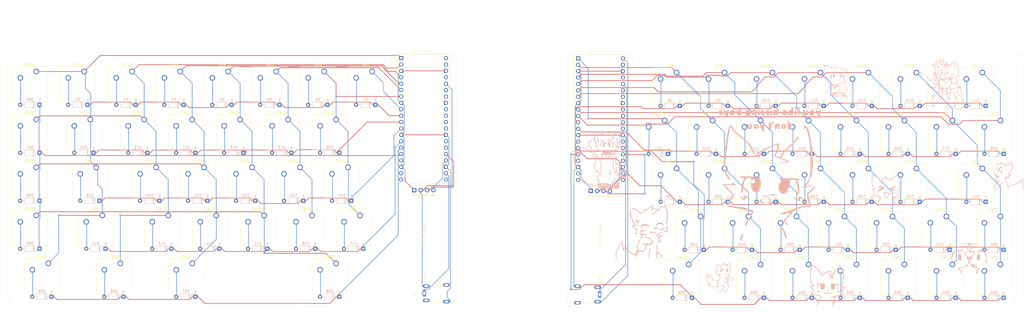
<source format=kicad_pcb>
(kicad_pcb (version 20240108) (generator "pcbnew") (generator_version "8.0")
  (layers (0 "F.Cu" signal) (31 "B.Cu" signal) (34 "B.Paste" user) (35 "F.Paste" user) (36 "B.SilkS" user "B.Silkscreen") (37 "F.SilkS" user "F.Silkscreen") (38 "B.Mask" user) (39 "F.Mask" user) (44 "Edge.Cuts" user))
  (net 0 "")
  (net 1 "Net-(D1-A)")
  (net 2 "Net-(D2-A)")
  (net 3 "Net-(D3-A)")
  (net 4 "Net-(D4-A)")
  (net 5 "Net-(D5-A)")
  (net 6 "Net-(D6-A)")
  (net 7 "Net-(D7-A)")
  (net 8 "Net-(D8-A)")
  (net 9 "Net-(D9-A)")
  (net 10 "Net-(D10-A)")
  (net 11 "Net-(D11-A)")
  (net 12 "Net-(D12-A)")
  (net 13 "Net-(D13-A)")
  (net 14 "Net-(D14-A)")
  (net 15 "Net-(D15-A)")
  (net 16 "Net-(D16-A)")
  (net 17 "Net-(D17-A)")
  (net 18 "Net-(D18-A)")
  (net 19 "Net-(D19-A)")
  (net 20 "Net-(D20-A)")
  (net 21 "Net-(D21-A)")
  (net 22 "Net-(D22-A)")
  (net 23 "Net-(D23-A)")
  (net 24 "Net-(D24-A)")
  (net 25 "Net-(D25-A)")
  (net 26 "Net-(D26-A)")
  (net 27 "Net-(D27-A)")
  (net 28 "Net-(D28-A)")
  (net 29 "Net-(D29-A)")
  (net 30 "Net-(D30-A)")
  (net 31 "Net-(D31-A)")
  (net 32 "Net-(D32-A)")
  (net 33 "Net-(D33-A)")
  (net 34 "Net-(D34-A)")
  (net 35 "Net-(D35-A)")
  (net 36 "Net-(D36-A)")
  (net 37 "Net-(D37-A)")
  (net 38 "Net-(D38-A)")
  (net 39 "Net-(D39-A)")
  (net 40 "Net-(D40-A)")
  (net 41 "Net-(D41-A)")
  (net 42 "Net-(D42-A)")
  (net 43 "Net-(D43-A)")
  (net 44 "Net-(D44-A)")
  (net 45 "Net-(D45-A)")
  (net 46 "Net-(D46-A)")
  (net 47 "Net-(D47-A)")
  (net 48 "Net-(D48-A)")
  (net 49 "Net-(D49-A)")
  (net 50 "Net-(D50-A)")
  (net 51 "Net-(D51-A)")
  (net 52 "Net-(D52-A)")
  (net 53 "Net-(D53-A)")
  (net 54 "Net-(D54-A)")
  (net 55 "Net-(D55-A)")
  (net 56 "Net-(D56-A)")
  (net 57 "Net-(D57-A)")
  (net 58 "Net-(D58-A)")
  (net 59 "Net-(D59-A)")
  (net 60 "Net-(D60-A)")
  (net 61 "Net-(D61-A)")
  (net 62 "Net-(D62-A)")
  (net 63 "Net-(D63-A)")
  (net 64 "Net-(D64-A)")
  (net 65 "Net-(D65-A)")
  (net 66 "Net-(D66-A)")
  (net 67 "Net-(D67-A)")
  (net 68 "Net-(D68-A)")
  (net 69 "Net-(D69-A)")
  (net 70 "GND")
  (net 71 "Net-(A1-GPIO5)")
  (net 72 "Net-(A1-GPIO1)")
  (net 74 "Net-(A1-GPIO10)")
  (net 75 "Net-(A1-GPIO11)")
  (net 80 "Net-(A1-GPIO0)")
  (net 81 "Net-(A1-GPIO7)")
  (net 83 "Net-(A1-GPIO12)")
  (net 86 "Net-(A1-GPIO17)")
  (net 87 "Net-(A1-GPIO3)")
  (net 88 "Net-(A1-GPIO9)")
  (net 89 "+3.3V")
  (net 90 "Net-(A1-GPIO18)")
  (net 93 "Net-(A1-GPIO2)")
  (net 97 "Net-(A1-GPIO6)")
  (net 101 "Net-(A1-GPIO8)")
  (net 102 "Net-(A1-GPIO19)")
  (net 103 "Net-(A1-GPIO4)")
  (net 106 "Net-(A3-GPIO4)")
  (net 108 "Net-(A3-GPIO6)")
  (net 109 "Net-(A3-VBUS)")
  (net 110 "Net-(A3-GPIO3)")
  (net 111 "Net-(A3-GPIO18)")
  (net 114 "Net-(A3-GPIO11)")
  (net 116 "Net-(A3-GPIO0)")
  (net 119 "Net-(A3-GPIO10)")
  (net 121 "Net-(A3-GPIO17)")
  (net 122 "Net-(A3-GPIO1)")
  (net 124 "Net-(A3-GPIO5)")
  (net 125 "Net-(A3-GPIO8)")
  (net 128 "Net-(A3-GPIO12)")
  (net 129 "Net-(A3-GPIO7)")
  (net 130 "Net-(A3-GPIO9)")
  (net 131 "Net-(A3-GPIO19)")
  (net 134 "Net-(A3-GPIO2)")
  (net 140 "Net-(J1-T)")
  (net 141 "Net-(A3-3V3)")
  (footprint "Button_Switch_Keyboard:SW_Cherry_MX_1.00u_PCB" (layer "F.Cu") (at 122.06 94.3475)
    (property "Reference" "SW17")
    (property "Value" "SW_Push")
  )
  (footprint "Button_Switch_Keyboard:SW_Cherry_MX_1.25u_PCB" (layer "F.Cu") (at 421.575 132.875)
    (property "Reference" "SW53")
    (property "Value" "SW_Push")
  )
  (footprint "Button_Switch_Keyboard:SW_Cherry_MX_1.00u_PCB" (layer "F.Cu") (at 179.21 94.3475)
    (property "Reference" "SW20")
    (property "Value" "SW_Push")
  )
  (footprint "Module:RaspberryPi_Pico_Common_THT" (layer "F.Cu") (at 205.07 69.98)
    (property "Reference" "A1")
    (property "Value" "RaspberryPi_Pico")
  )
  (footprint "Button_Switch_Keyboard:SW_Cherry_MX_1.00u_PCB" (layer "F.Cu") (at 366.825 94.775)
    (property "Reference" "SW24")
    (property "Value" "SW_Push")
  )
  (footprint "Button_Switch_Keyboard:SW_Cherry_MX_1.00u_PCB" (layer "F.Cu") (at 117.36 75.2975)
    (property "Reference" "SW3")
    (property "Value" "SW_Push")
  )
  (footprint "Button_Switch_Keyboard:SW_Cherry_MX_1.00u_PCB" (layer "F.Cu") (at 60.16 94.3475)
    (property "Reference" "SW67")
    (property "Value" "SW_Push")
  )
  (footprint "Button_Switch_Keyboard:SW_Cherry_MX_1.00u_PCB" (layer "F.Cu") (at 188.71 132.4475)
    (property "Reference" "SW47")
    (property "Value" "SW_Push")
  )
  (footprint "Button_Switch_Keyboard:SW_Cherry_MX_1.00u_PCB" (layer "F.Cu") (at 343.025 132.875)
    (property "Reference" "SW49")
    (property "Value" "SW_Push")
  )
  (footprint "Button_Switch_Keyboard:SW_Cherry_MX_1.00u_PCB" (layer "F.Cu") (at 98.26 75.2975)
    (property "Reference" "SW2")
    (property "Value" "SW_Push")
  )
  (footprint "Module:RaspberryPi_Pico_Common_THT" (layer "F.Cu") (at 275.345 70.0875)
    (property "Reference" "A3")
    (property "Value" "RaspberryPi_Pico")
  )
  (footprint "Button_Switch_Keyboard:SW_Cherry_MX_1.00u_PCB" (layer "F.Cu") (at 385.875 151.925)
    (property "Reference" "SW62")
    (property "Value" "SW_Push")
  )
  (footprint "Button_Switch_Keyboard:SW_Cherry_MX_1.00u_PCB" (layer "F.Cu") (at 400.175 132.875)
    (property "Reference" "SW52")
    (property "Value" "SW_Push")
  )
  (footprint "Button_Switch_Keyboard:SW_Cherry_MX_1.00u_PCB" (layer "F.Cu") (at 131.61 132.4475)
    (property "Reference" "SW44")
    (property "Value" "SW_Push")
  )
  (footprint "Button_Switch_Keyboard:SW_Cherry_MX_1.00u_PCB" (layer "F.Cu") (at 371.575 75.725)
    (property "Reference" "SW11")
    (property "Value" "SW_Push")
  )
  (footprint "Button_Switch_Keyboard:SW_Cherry_MX_1.00u_PCB" (layer "F.Cu") (at 409.675 113.825)
    (property "Reference" "SW40")
    (property "Value" "SW_Push")
  )
  (footprint "Button_Switch_Keyboard:SW_Cherry_MX_1.75u_PCB" (layer "F.Cu") (at 86.36 132.4475)
    (property "Reference" "SW42")
    (property "Value" "SW_Push")
  )
  (footprint "Button_Switch_Keyboard:SW_Cherry_MX_1.00u_PCB" (layer "F.Cu") (at 333.475 75.725)
    (property "Reference" "SW9")
    (property "Value" "SW_Push")
  )
  (footprint "Button_Switch_Keyboard:SW_Cherry_MX_1.00u_PCB" (layer "F.Cu") (at 79.21 75.2975)
    (property "Reference" "SW1")
    (property "Value" "SW_Push")
  )
  (footprint "Library:SSD1306-0.91-OLED-4pin-128x32" (layer "F.Cu") (at 278.15 159.24 90)
    (property "Reference" "U2")
    (property "Value" "~" (hide yes))
  )
  (footprint "Button_Switch_Keyboard:SW_Cherry_MX_1.00u_PCB" (layer "F.Cu") (at 423.975 151.925)
    (property "Reference" "SW64")
    (property "Value" "SW_Push")
  )
  (footprint "Button_Switch_Keyboard:SW_Cherry_MX_1.00u_PCB" (layer "F.Cu") (at 362.075 132.875)
    (property "Reference" "SW50")
    (property "Value" "SW_Push")
  )
  (footprint "Button_Switch_Keyboard:SW_Cherry_MX_1.00u_PCB" (layer "F.Cu") (at 390.625 113.825)
    (property "Reference" "SW39")
    (property "Value" "SW_Push")
  )
  (footprint "Button_Switch_Keyboard:SW_Cherry_MX_1.00u_PCB" (layer "F.Cu") (at 381.125 132.875)
    (property "Reference" "SW51")
    (property "Value" "SW_Push")
  )
  (footprint "Button_Switch_Keyboard:SW_Cherry_MX_1.00u_PCB" (layer "F.Cu") (at 347.775 151.925)
    (property "Reference" "SW60")
    (property "Value" "SW_Push")
  )
  (footprint "Button_Switch_Keyboard:SW_Cherry_MX_1.00u_PCB" (layer "F.Cu") (at 183.96 113.3975)
    (property "Reference" "SW34")
    (property "Value" "SW_Push")
  )
  (footprint "Library:SSD1306-0.91-OLED-4pin-128x32" (layer "F.Cu") (at 208.035 158.9125 90)
    (property "Reference" "U1")
    (property "Value" "~" (hide yes))
  )
  (footprint "Button_Switch_Keyboard:SW_Cherry_MX_1.00u_PCB" (layer "F.Cu") (at 333.475 113.825)
    (property "Reference" "SW36")
    (property "Value" "SW_Push")
  )
  (footprint "Button_Switch_Keyboard:SW_Cherry_MX_1.00u_PCB" (layer "F.Cu") (at 352.525 113.825)
    (property "Reference" "SW37")
    (property "Value" "SW_Push")
  )
  (footprint "Button_Switch_Keyboard:SW_Cherry_MX_1.00u_PCB" (layer "F.Cu") (at 371.575 113.825)
    (property "Reference" "SW38")
    (property "Value" "SW_Push")
  )
  (footprint "Button_Switch_Keyboard:SW_Cherry_MX_1.00u_PCB" (layer "F.Cu") (at 352.525 75.725)
    (property "Reference" "SW10")
    (property "Value" "SW_Push")
  )
  (footprint "Button_Switch_Keyboard:SW_Cherry_MX_1.75u_PCB" (layer "F.Cu") (at 435.875 75.725)
    (property "Reference" "SW14")
    (property "Value" "SW_Push")
  )
  (footprint "Button_Switch_Keyboard:SW_Cherry_MX_1.00u_PCB" (layer "F.Cu") (at 443.025 94.775)
    (property "Reference" "SW28")
    (property "Value" "SW_Push")
  )
  (footprint "Button_Switch_Keyboard:SW_Cherry_MX_1.75u_PCB" (layer "F.Cu") (at 435.875 113.825)
    (property "Reference" "SW41")
    (property "Value" "SW_Push")
  )
  (footprint "Button_Switch_Keyboard:SW_Cherry_MX_1.50u_PCB" (layer "F.Cu") (at 93.51 151.4975)
    (property "Reference" "SW56")
    (property "Value" "SW_Push")
  )
  (footprint "Library:TENSILITY_54-00174" (layer "F.Cu") (at 277.085 163.855 -90)
    (property "Reference" "J2")
    (property "Value" "AudioJack4")
  )
  (footprint "Button_Switch_Keyboard:SW_Cherry_MX_1.25u_PCB" (layer "F.Cu") (at 81.61 94.3475)
    (property "Reference" "SW15")
    (property "Value" "SW_Push")
  )
  (footprint "Button_Switch_Keyboard:SW_Cherry_MX_1.00u_PCB" (layer "F.Cu") (at 103.01 94.3475)
    (property "Reference" "SW16")
    (property "Value" "SW_Push")
  )
  (footprint "Button_Switch_Keyboard:SW_Cherry_MX_1.00u_PCB" (layer "F.Cu") (at 314.425 113.825)
    (property "Reference" "SW35")
    (property "Value" "SW_Push")
  )
  (footprint "Button_Switch_Keyboard:SW_Cherry_MX_1.00u_PCB" (layer "F.Cu") (at 160.16 94.3475)
    (property "Reference" "SW19")
    (property "Value" "SW_Push")
  )
  (footprint "Button_Switch_Keyboard:SW_Cherry_MX_1.00u_PCB" (layer "F.Cu") (at 145.86 113.3975)
    (property "Reference" "SW32")
    (property "Value" "SW_Push")
  )
  (footprint "Button_Switch_Keyboard:SW_Cherry_MX_1.00u_PCB" (layer "F.Cu") (at 423.975 94.775)
    (property "Reference" "SW27")
    (property "Value" "SW_Push")
  )
  (footprint "Button_Switch_Keyboard:SW_Cherry_MX_1.00u_PCB" (layer "F.Cu") (at 193.56 75.2975)
    (property "Reference" "SW7")
    (property "Value" "SW_Push")
  )
  (footprint "Button_Switch_Keyboard:SW_Cherry_MX_1.00u_PCB" (layer "F.Cu") (at 309.675 94.775)
    (property "Reference" "SW21")
    (property "Value" "SW_Push")
  )
  (footprint "Button_Switch_Keyboard:SW_Cherry_MX_1.00u_PCB" (layer "F.Cu") (at 60.16 113.3975)
    (property "Reference" "SW68")
    (property "Value" "SW_Push")
  )
  (footprint "Button_Switch_Keyboard:SW_Cherry_MX_1.50u_PCB" (layer "F.Cu") (at 83.96 113.3975)
    (property "Reference" "SW29")
    (property "Value" "SW_Push")
  )
  (footprint "Button_Switch_Keyboard:SW_Cherry_MX_1.00u_PCB" (layer "F.Cu") (at 60.16 75.2975)
    (property "Reference" "SW66")
    (property "Value" "SW_Push")
  )
  (footprint "Button_Switch_Keyboard:SW_Cherry_MX_1.00u_PCB" (layer "F.Cu") (at 385.875 94.775)
    (property "Reference" "SW25")
    (property "Value" "SW_Push")
  )
  (footprint "Button_Switch_Keyboard:SW_Cherry_MX_1.50u_PCB" (layer "F.Cu") (at 122.06 151.4975)
    (property "Reference" "SW57")
    (property "Value" "SW_Push")
  )
  (footprint "Library:TENSILITY_54-00174" (layer "F.Cu") (at 221.02 163.3775 90)
    (property "Reference" "J1")
    (property "Value" "AudioJack4")
  )
  (footprint "Button_Switch_Keyboard:SW_Cherry_MX_1.50u_PCB" (layer "F.Cu") (at 64.91 151.4975)
    (property "Reference" "SW55")
    (property "Value" "SW_Push")
  )
  (footprint "Button_Switch_Keyboard:SW_Cherry_MX_1.00u_PCB" (layer "F.Cu") (at 150.63 132.4475)
    (property "Reference" "SW45")
    (property "Value" "SW_Push")
  )
  (footprint "Button_Switch_Keyboard:SW_Cherry_MX_1.00u_PCB" (layer "F.Cu") (at 60.16 132.4475)
    (property "Reference" "SW69")
    (property "Value" "SW_Push")
  )
  (footprint "Button_Switch_Keyboard:SW_Cherry_MX_1.00u_PCB" (layer "F.Cu") (at 347.775 94.775)
    (property "Reference" "SW23")
    (property "Value" "SW_Push")
  )
  (footprint "Button_Switch_Keyboard:SW_Cherry_MX_1.00u_PCB" (layer "F.Cu") (at 404.925 94.775)
    (property "Reference" "SW26")
    (property "Value" "SW_Push")
  )
  (footprint "Button_Switch_Keyboard:SW_Cherry_MX_1.00u_PCB" (layer "F.Cu") (at 409.675 75.725)
    (property "Reference" "SW13")
    (property "Value" "SW_Push")
  )
  (footprint "Button_Switch_Keyboard:SW_Cherry_MX_1.00u_PCB" (layer "F.Cu") (at 443.025 151.925)
    (property "Reference" "SW65")
    (property "Value" "SW_Push")
  )
  (footprint "Button_Switch_Keyboard:SW_Cherry_MX_1.00u_PCB" (layer "F.Cu") (at 328.725 94.775)
    (property "Reference" "SW22")
    (property "Value" "SW_Push")
  )
  (footprint "Button_Switch_Keyboard:SW_Cherry_MX_1.00u_PCB" (layer "F.Cu") (at 314.425 75.725)
    (property "Reference" "SW8")
    (property "Value" "SW_Push")
  )
  (footprint "Button_Switch_Keyboard:SW_Cherry_MX_1.00u_PCB" (layer "F.Cu") (at 443.025 132.875)
    (property "Reference" "SW54")
    (property "Value" "SW_Push")
  )
  (footprint "Button_Switch_Keyboard:SW_Cherry_MX_1.00u_PCB" (layer "F.Cu") (at 404.925 151.925)
    (property "Reference" "SW63")
    (property "Value" "SW_Push")
  )
  (footprint "Button_Switch_Keyboard:SW_Cherry_MX_1.00u_PCB" (layer "F.Cu") (at 141.11 94.3475)
    (property "Reference" "SW18")
    (property "Value" "SW_Push")
  )
  (footprint "Button_Switch_Keyboard:SW_Cherry_MX_1.00u_PCB" (layer "F.Cu") (at 155.46 75.2975)
    (property "Reference" "SW5")
    (property "Value" "SW_Push")
  )
  (footprint "Button_Switch_Keyboard:SW_Cherry_MX_1.00u_PCB" (layer "F.Cu") (at 169.66 132.4475)
    (property "Reference" "SW46")
    (property "Value" "SW_Push")
  )
  (footprint "Button_Switch_Keyboard:SW_Cherry_MX_1.00u_PCB" (layer "F.Cu") (at 112.56 132.4475)
    (property "Reference" "SW43")
    (property "Value" "SW_Push")
  )
  (footprint "Button_Switch_Keyboard:SW_Cherry_MX_2.00u_PCB" (layer "F.Cu") (at 319.225 151.925)
    (property "Reference" "SW59")
    (property "Value" "SW_Push")
  )
  (footprint "Button_Switch_Keyboard:SW_Cherry_MX_1.00u_PCB" (layer "F.Cu") (at 107.76 113.3975)
    (property "Reference" "SW30")
    (property "Value" "SW_Push")
  )
  (footprint "Button_Switch_Keyboard:SW_Cherry_MX_1.00u_PCB" (layer "F.Cu") (at 366.825 151.925)
    (property "Reference" "SW61")
    (property "Value" "SW_Push")
  )
  (footprint "Button_Switch_Keyboard:SW_Cherry_MX_1.00u_PCB" (layer "F.Cu") (at 126.81 113.3975)
    (property "Reference" "SW31")
    (property "Value" "SW_Push")
  )
  (footprint "Button_Switch_Keyboard:SW_Cherry_MX_1.00u_PCB" (layer "F.Cu") (at 136.41 75.2975)
    (property "Reference" "SW4")
    (property "Value" "SW_Push")
  )
  (footprint "Button_Switch_Keyboard:SW_Cherry_MX_1.00u_PCB" (layer "F.Cu") (at 174.51 75.2975)
    (property "Reference" "SW6")
    (property "Value" "SW_Push")
  )
  (footprint "Button_Switch_Keyboard:SW_Cherry_MX_1.00u_PCB" (layer "F.Cu") (at 164.91 113.3975)
    (property "Reference" "SW33")
    (property "Value" "SW_Push")
  )
  (footprint "Button_Switch_Keyboard:SW_Cherry_MX_1.00u_PCB" (layer "F.Cu") (at 323.975 132.875)
    (property "Reference" "SW48")
    (property "Value" "SW_Push")
  )
  (footprint "Button_Switch_Keyboard:SW_Cherry_MX_2.00u_PCB" (layer "F.Cu") (at 179.21 151.4975)
    (property "Reference" "SW58")
    (property "Value" "SW_Push")
  )
  (footprint "Button_Switch_Keyboard:SW_Cherry_MX_1.00u_PCB" (layer "F.Cu") (at 390.625 75.725)
    (property "Reference" "SW12")
    (property "Value" "SW_Push")
  )
  (footprint "Diode_THT:D_DO-35_SOD27_P7.62mm_Horizontal" (layer "B.Cu") (at 132.88 145.6775 180)
    (property "Reference" "D44")
    (property "Value" "1N4148")
  )
  (footprint "Diode_THT:D_DO-35_SOD27_P7.62mm_Horizontal" (layer "B.Cu") (at 444.295 146.105 180)
    (property "Reference" "D54")
    (property "Value" "1N4148")
  )
  (footprint "Diode_THT:D_DO-35_SOD27_P7.62mm_Horizontal" (layer "B.Cu") (at 387.145 165.155 180)
    (property "Reference" "D62")
    (property "Value" "1N4148")
  )
  (footprint "Diode_THT:D_DO-35_SOD27_P7.62mm_Horizontal" (layer "B.Cu") (at 66.18 164.7275 180)
    (property "Reference" "D55")
    (property "Value" "1N4148")
  )
  (footprint "Diode_THT:D_DO-35_SOD27_P7.62mm_Horizontal" (layer "B.Cu") (at 406.195 165.155 180)
    (property "Reference" "D63")
    (property "Value" "1N4148")
  )
  (footprint "Diode_THT:D_DO-35_SOD27_P7.62mm_Horizontal" (layer "B.Cu") (at 61.43 145.6775 180)
    (property "Reference" "D69")
    (property "Value" "1N4148")
  )
  (footprint "Diode_THT:D_DO-35_SOD27_P7.62mm_Horizontal" (layer "B.Cu") (at 444.295 108.005 180)
    (property "Reference" "D28")
    (property "Value" "1N4148")
  )
  (footprint "LOGO" (layer "B.Cu") (at 285.435 109.605 180)
    (property "Reference" "logo1" (hide yes))
    (property "Value" "LOGO" (hide yes))
  )
  (footprint "Diode_THT:D_DO-35_SOD27_P7.62mm_Horizontal" (layer "B.Cu") (at 401.445 146.105 180)
    (property "Reference" "D52")
    (property "Value" "1N4148")
  )
  (footprint "Diode_THT:D_DO-35_SOD27_P7.62mm_Horizontal" (layer "B.Cu") (at 422.845 146.105 180)
    (property "Reference" "D53")
    (property "Value" "1N4148")
  )
  (footprint "Diode_THT:D_DO-35_SOD27_P7.62mm_Horizontal" (layer "B.Cu") (at 151.89 145.6775 180)
    (property "Reference" "D45")
    (property "Value" "1N4148")
  )
  (footprint "Diode_THT:D_DO-35_SOD27_P7.62mm_Horizontal" (layer "B.Cu") (at 123.33 107.5775 180)
    (property "Reference" "D17")
    (property "Value" "1N4148")
  )
  (footprint "Diode_THT:D_DO-35_SOD27_P7.62mm_Horizontal" (layer "B.Cu") (at 334.745 88.955 180)
    (property "Reference" "D9")
    (property "Value" "1N4148")
  )
  (footprint "Diode_THT:D_DO-35_SOD27_P7.62mm_Horizontal" (layer "B.Cu") (at 315.695 127.055 180)
    (property "Reference" "D35")
    (property "Value" "1N4148")
  )
  (footprint "Diode_THT:D_DO-35_SOD27_P7.62mm_Horizontal" (layer "B.Cu") (at 391.895 88.955 180)
    (property "Reference" "D12")
    (property "Value" "1N4148")
  )
  (footprint "Diode_THT:D_DO-35_SOD27_P7.62mm_Horizontal" (layer "B.Cu") (at 137.68 88.5275 180)
    (property "Reference" "D4")
    (property "Value" "1N4148")
  )
  (footprint "Diode_THT:D_DO-35_SOD27_P7.62mm_Horizontal" (layer "B.Cu") (at 128.08 126.6275 180)
    (property "Reference" "D31")
    (property "Value" "1N4148")
  )
  (footprint "Diode_THT:D_DO-35_SOD27_P7.62mm_Horizontal" (layer "B.Cu") (at 113.83 145.6775 180)
    (property "Reference" "D43")
    (property "Value" "1N4148")
  )
  (footprint "Diode_THT:D_DO-35_SOD27_P7.62mm_Horizontal" (layer "B.Cu") (at 142.39 107.5775 180)
    (property "Reference" "D18")
    (property "Value" "1N4148")
  )
  (footprint "Diode_THT:D_DO-35_SOD27_P7.62mm_Horizontal" (layer "B.Cu") (at 363.345 146.105 180)
    (property "Reference" "D50")
    (property "Value" "1N4148")
  )
  (footprint "Diode_THT:D_DO-35_SOD27_P7.62mm_Horizontal" (layer "B.Cu") (at 406.205 108.005 180)
    (property "Reference" "D26")
    (property "Value" "1N4148")
  )
  (footprint "Diode_THT:D_DO-35_SOD27_P7.62mm_Horizontal" (layer "B.Cu") (at 189.98 145.6775 180)
    (property "Reference" "D47")
    (property "Value" "1N4148")
  )
  (footprint "Diode_THT:D_DO-35_SOD27_P7.62mm_Horizontal" (layer "B.Cu") (at 166.18 126.6275 180)
    (property "Reference" "D33")
    (property "Value" "1N4148")
  )
  (footprint "LOGO" (layer "B.Cu") (at 397.579832 121.323125 180)
    (property "Reference" "logo6" (hide yes))
    (property "Value" "LOGO" (hide yes))
  )
  (footprint "Diode_THT:D_DO-35_SOD27_P7.62mm_Horizontal" (layer "B.Cu") (at 349.095 108.005 180)
    (property "Reference" "D23")
    (property "Value" "1N4148")
  )
  (footprint "LOGO" (layer "B.Cu") (at 420.235 80.205 180)
    (property "Reference" "logo8" (hide yes))
    (property "Value" "LOGO" (hide yes))
  )
  (footprint "Diode_THT:D_DO-35_SOD27_P7.62mm_Horizontal" (layer "B.Cu") (at 391.895 127.055 180)
    (property "Reference" "D39")
    (property "Value" "1N4148")
  )
  (footprint "Diode_THT:D_DO-35_SOD27_P7.62mm_Horizontal" (layer "B.Cu") (at 368.095 108.005 180)
    (property "Reference" "D24")
    (property "Value" "1N4148")
  )
  (footprint "Diode_THT:D_DO-35_SOD27_P7.62mm_Horizontal" (layer "B.Cu") (at 194.83 88.5275 180)
    (property "Reference" "D7")
    (property "Value" "1N4148")
  )
  (footprint "Diode_THT:D_DO-35_SOD27_P7.62mm_Horizontal" (layer "B.Cu") (at 425.245 108.005 180)
    (property "Reference" "D27")
    (property "Value" "1N4148")
  )
  (footprint "Diode_THT:D_DO-35_SOD27_P7.62mm_Horizontal" (layer "B.Cu") (at 325.245 146.105 180)
    (property "Reference" "D48")
    (property "Value" "1N4148")
  )
  (footprint "Diode_THT:D_DO-35_SOD27_P7.62mm_Horizontal" (layer "B.Cu") (at 344.295 146.105 180)
    (property "Reference" "D49")
    (property "Value" "1N4148")
  )
  (footprint "LOGO" (layer "B.Cu") (at 374.285 160.305 180)
    (property "Reference" "logo7" (hide yes))
    (property "Value" "LOGO" (hide yes))
  )
  (footprint "Diode_THT:D_DO-35_SOD27_P7.62mm_Horizontal" (layer "B.Cu") (at 180.48 164.7275 180)
    (property "Reference" "D58")
    (property "Value" "1N4148")
  )
  (footprint "LOGO" (layer "B.Cu") (at 430.881631 148.092375 180)
    (property "Reference" "logo10" (hide yes))
    (property "Value" "LOGO" (hide yes))
  )
  (footprint "Diode_THT:D_DO-35_SOD27_P7.62mm_Horizontal" (layer "B.Cu") (at 410.955 88.955 180)
    (property "Reference" "D13")
    (property "Value" "1N4148")
  )
  (footprint "Diode_THT:D_DO-35_SOD27_P7.62mm_Horizontal" (layer "B.Cu") (at 147.13 126.6275 180)
    (property "Reference" "D32")
    (property "Value" "1N4148")
  )
  (footprint "Diode_THT:D_DO-35_SOD27_P7.62mm_Horizontal" (layer "B.Cu") (at 161.43 107.5775 180)
    (property "Reference" "D19")
    (property "Value" "1N4148")
  )
  (footprint "Diode_THT:D_DO-35_SOD27_P7.62mm_Horizontal" (layer "B.Cu") (at 123.33 164.7275 180)
    (property "Reference" "D57")
    (property "Value" "1N4148")
  )
  (footprint "Diode_THT:D_DO-35_SOD27_P7.62mm_Horizontal" (layer "B.Cu") (at 425.245 165.155 180)
    (property "Reference" "D64")
    (property "Value" "1N4148")
  )
  (footprint "Diode_THT:D_DO-35_SOD27_P7.62mm_Horizontal" (layer "B.Cu") (at 109.03 126.6275 180)
    (property "Reference" "D30")
    (property "Value" "1N4148")
  )
  (footprint "LOGO" (layer "B.Cu") (at 446.622686 114.43944 180)
    (property "Reference" "logo9" (hide yes))
    (property "Value" "LOGO" (hide yes))
  )
  (footprint "Diode_THT:D_DO-35_SOD27_P7.62mm_Horizontal" (layer "B.Cu") (at 372.845 127.055 180)
    (property "Reference" "D38")
    (property "Value" "1N4148")
  )
  (footprint "Diode_THT:D_DO-35_SOD27_P7.62mm_Horizontal" (layer "B.Cu") (at 315.685 88.955 180)
    (property "Reference" "D8")
    (property "Value" "1N4148")
  )
  (footprint "LOGO" (layer "B.Cu") (at 300.585 139.005 180)
    (property "Reference" "logo2" (hide yes))
    (property "Value" "LOGO" (hide yes))
  )
  (footprint "Diode_THT:D_DO-35_SOD27_P7.62mm_Horizontal" (layer "B.Cu") (at 353.795 127.055 180)
    (property "Reference" "D37")
    (property "Value" "1N4148")
  )
  (footprint "Diode_THT:D_DO-35_SOD27_P7.62mm_Horizontal" (layer "B.Cu") (at 61.43 126.6275 180)
    (property "Reference" "D68")
    (property "Value" "1N4148")
  )
  (footprint "Diode_THT:D_DO-35_SOD27_P7.62mm_Horizontal" (layer "B.Cu") (at 61.43 88.4775 180)
    (property "Reference" "D66")
    (property "Value" "1N4148")
  )
  (footprint "Diode_THT:D_DO-35_SOD27_P7.62mm_Horizontal" (layer "B.Cu") (at 180.48 107.5275 180)
    (property "Reference" "D20")
    (property "Value" "1N4148")
  )
  (footprint "LOGO" (layer "B.Cu") (at 351.385 114.655 180)
    (property "Reference" "logo4" (hide yes))
    (property "Value" "LOGO" (hide yes))
  )
  (footprint "Diode_THT:D_DO-35_SOD27_P7.62mm_Horizontal" (layer "B.Cu") (at 85.23 126.6275 180)
    (property "Reference" "D29")
    (property "Value" "1N4148")
  )
  (footprint "Diode_THT:D_DO-35_SOD27_P7.62mm_Horizontal" (layer "B.Cu") (at 349.045 165.155 180)
    (property "Reference" "D60")
    (property "Value" "1N4148")
  )
  (footprint "Diode_THT:D_DO-35_SOD27_P7.62mm_Horizontal" (layer "B.Cu") (at 334.745 127.055 180)
    (property "Reference" "D36")
    (property "Value" "1N4148")
  )
  (footprint "Diode_THT:D_DO-35_SOD27_P7.62mm_Horizontal" (layer "B.Cu") (at 82.88 107.5775 180)
    (property "Reference" "D15")
    (property "Value" "1N4148")
  )
  (footprint "Diode_THT:D_DO-35_SOD27_P7.62mm_Horizontal" (layer "B.Cu") (at 310.945 108.005 180)
    (property "Reference" "D21")
    (property "Value" "1N4148")
  )
  (footprint "Diode_THT:D_DO-35_SOD27_P7.62mm_Horizontal" (layer "B.Cu") (at 99.58 88.5275 180)
    (property "Reference" "D2")
    (property "Value" "1N4148")
  )
  (footprint "Diode_THT:D_DO-35_SOD27_P7.62mm_Horizontal" (layer "B.Cu") (at 80.48 88.5275 180)
    (property "Reference" "D1")
    (property "Value" "1N4148")
  )
  (footprint "Diode_THT:D_DO-35_SOD27_P7.62mm_Horizontal" (layer "B.Cu") (at 353.795 88.955 180)
    (property "Reference" "D10")
    (property "Value" "1N4148")
  )
  (footprint "LOGO" (layer "B.Cu") (at 379.6146 78.295 180)
    (property "Reference" "G***" (hide yes))
    (property "Value" "LOGO" (hide yes))
  )
  (footprint "Diode_THT:D_DO-35_SOD27_P7.62mm_Horizontal" (layer "B.Cu") (at 372.845 88.955 180)
    (property "Reference" "D11")
    (property "Value" "1N4148")
  )
  (footprint "Diode_THT:D_DO-35_SOD27_P7.62mm_Horizontal" (layer "B.Cu") (at 368.095 165.155 180)
    (property "Reference" "D61")
    (property "Value" "1N4148")
  )
  (footprint "Diode_THT:D_DO-35_SOD27_P7.62mm_Horizontal" (layer "B.Cu") (at 410.945 127.055 180)
    (property "Reference" "D40")
    (property "Value" "1N4148")
  )
  (footprint "Diode_THT:D_DO-35_SOD27_P7.62mm_Horizontal" (layer "B.Cu") (at 94.78 164.7275 180)
    (property "Reference" "D56")
    (property "Value" "1N4148")
  )
  (footprint "Diode_THT:D_DO-35_SOD27_P7.62mm_Horizontal" (layer "B.Cu") (at 175.78 88.5275 180)
    (property "Reference" "D6")
    (property "Value" "1N4148")
  )
  (footprint "Diode_THT:D_DO-35_SOD27_P7.62mm_Horizontal" (layer "B.Cu") (at 387.145 108.005 180)
    (property "Reference" "D25")
    (property "Value" "1N4148")
  )
  (footprint "Diode_THT:D_DO-35_SOD27_P7.62mm_Horizontal" (layer "B.Cu") (at 320.495 165.155 180)
    (property "Reference" "D59")
    (property "Value" "1N4148")
  )
  (footprint "LOGO" (layer "B.Cu") (at 332.435 157.105 180)
    (property "Reference" "logo3" (hide yes))
    (property "Value" "LOGO" (hide yes))
  )
  (footprint "Diode_THT:D_DO-35_SOD27_P7.62mm_Horizontal" (layer "B.Cu") (at 185.23 126.6275 180)
    (property "Reference" "D34")
    (property "Value" "1N4148")
  )
  (footprint "Diode_THT:D_DO-35_SOD27_P7.62mm_Horizontal" (layer "B.Cu") (at 170.93 145.6775 180)
    (property "Reference" "D46")
    (property "Value" "1N4148")
  )
  (footprint "Diode_THT:D_DO-35_SOD27_P7.62mm_Horizontal" (layer "B.Cu") (at 104.28 107.5775 180)
    (property "Reference" "D16")
    (property "Value" "1N4148")
  )
  (footprint "Diode_THT:D_DO-35_SOD27_P7.62mm_Horizontal" (layer "B.Cu") (at 329.995 108.005 180)
    (property "Reference" "D22")
    (property "Value" "1N4148")
  )
  (footprint "Diode_THT:D_DO-35_SOD27_P7.62mm_Horizontal" (layer "B.Cu") (at 61.43 107.5775 180)
    (property "Reference" "D67")
    (property "Value" "1N4148")
  )
  (footprint "Diode_THT:D_DO-35_SOD27_P7.62mm_Horizontal" (layer "B.Cu") (at 444.295 165.155 180)
    (property "Reference" "D65")
    (property "Value" "1N4148")
  )
  (footprint "Diode_THT:D_DO-35_SOD27_P7.62mm_Horizontal" (layer "B.Cu") (at 87.63 145.6775 180)
    (property "Reference" "D42")
    (property "Value" "1N4148")
  )
  (footprint "Diode_THT:D_DO-35_SOD27_P7.62mm_Horizontal" (layer "B.Cu") (at 118.63 88.5275 180)
    (property "Reference" "D3")
    (property "Value" "1N4148")
  )
  (footprint "Diode_THT:D_DO-35_SOD27_P7.62mm_Horizontal" (layer "B.Cu") (at 382.395 146.105 180)
    (property "Reference" "D51")
    (property "Value" "1N4148")
  )
  (footprint "Diode_THT:D_DO-35_SOD27_P7.62mm_Horizontal" (layer "B.Cu") (at 437.145 127.055 180)
    (property "Reference" "D41")
    (property "Value" "1N4148")
  )
  (footprint "Diode_THT:D_DO-35_SOD27_P7.62mm_Horizontal" (layer "B.Cu") (at 156.73 88.5275 180)
    (property "Reference" "D5")
    (property "Value" "1N4148")
  )
  (footprint "Diode_THT:D_DO-35_SOD27_P7.62mm_Horizontal" (layer "B.Cu") (at 437.145 88.955 180)
    (property "Reference" "D14")
    (property "Value" "1N4148")
  )
  (gr_line (start 452.385 69.405) (end 452.385 167.905) (stroke (width 0.05)) (layer "Edge.Cuts"))
  (gr_line (start 451.385 68.405) (end 413.135 68.405) (stroke (width 0.05)) (layer "Edge.Cuts"))
  (gr_arc (start 452.385 167.905) (mid 452.092107 168.612107) (end 451.385 168.905) (stroke (width 0.05)) (layer "Edge.Cuts"))
  (gr_line (start 45.77 69.2775) (end 45.77 167.7775) (stroke (width 0.05)) (layer "Edge.Cuts"))
  (gr_circle (center 449.585 166.105) (end 449.585 167.605) (stroke (width 0.05)) (fill none) (layer "Edge.Cuts"))
  (gr_circle (center 199.77 71.0775) (end 199.77 72.5775) (stroke (width 0.05)) (fill none) (layer "Edge.Cuts"))
  (gr_circle (center 298.385 166.105) (end 298.385 167.605) (stroke (width 0.05)) (fill none) (layer "Edge.Cuts"))
  (gr_line (start 413.135 68.405) (end 272.235 68.405) (stroke (width 0.05)) (layer "Edge.Cuts"))
  (gr_arc (start 271.235 69.405) (mid 271.527893 68.697893) (end 272.235 68.405) (stroke (width 0.05)) (layer "Edge.Cuts"))
  (gr_arc (start 46.77 168.7775) (mid 46.062893 168.484607) (end 45.77 167.7775) (stroke (width 0.05)) (layer "Edge.Cuts"))
  (gr_arc (start 45.77 69.2775) (mid 46.062893 68.570393) (end 46.77 68.2775) (stroke (width 0.05)) (layer "Edge.Cuts"))
  (gr_circle (center 298.385 71.205) (end 298.385 72.705) (stroke (width 0.05)) (fill none) (layer "Edge.Cuts"))
  (gr_line (start 225.92 68.2775) (end 46.77 68.2775) (stroke (width 0.05)) (layer "Edge.Cuts"))
  (gr_arc (start 272.235 168.905) (mid 271.527893 168.612107) (end 271.235 167.905) (stroke (width 0.05)) (layer "Edge.Cuts"))
  (gr_arc (start 451.385 68.405) (mid 452.092107 68.697893) (end 452.385 69.405) (stroke (width 0.05)) (layer "Edge.Cuts"))
  (gr_line (start 226.92 69.2775) (end 226.92 167.7775) (stroke (width 0.05)) (layer "Edge.Cuts"))
  (gr_circle (center 199.77 165.9775) (end 199.77 167.4775) (stroke (width 0.05)) (fill none) (layer "Edge.Cuts"))
  (gr_line (start 46.77 168.7775) (end 225.925 168.7775) (stroke (width 0.05)) (layer "Edge.Cuts"))
  (gr_circle (center 449.585 71.205) (end 449.585 72.705) (stroke (width 0.05)) (fill none) (layer "Edge.Cuts"))
  (gr_line (start 272.235 168.905) (end 451.385 168.905) (stroke (width 0.05)) (layer "Edge.Cuts"))
  (gr_line (start 271.235 69.405) (end 271.235 167.905) (stroke (width 0.05)) (layer "Edge.Cuts"))
  (gr_arc (start 226.92 167.7775) (mid 226.627107 168.484607) (end 225.92 168.7775) (stroke (width 0.05)) (layer "Edge.Cuts"))
  (gr_circle (center 48.57 165.9775) (end 48.57 167.4775) (stroke (width 0.05)) (fill none) (layer "Edge.Cuts"))
  (gr_circle (center 48.57 71.0775) (end 48.57 72.5775) (stroke (width 0.05)) (fill none) (layer "Edge.Cuts"))
  (gr_arc (start 225.92 68.2775) (mid 226.627107 68.570393) (end 226.92 69.2775) (stroke (width 0.05)) (layer "Edge.Cuts"))
  (segment (start 72.86 88.5275) (end 72.86 87.4258) (width 0.2) (layer "B.Cu") (net 1))
  (segment (start 73.0313 78.0088) (end 72.86 77.8375) (width 0.2) (layer "B.Cu") (net 1))
  (segment (start 72.86 87.4258) (end 73.0313 87.2545) (width 0.2) (layer "B.Cu") (net 1))
  (segment (start 73.0313 87.2545) (end 73.0313 78.0088) (width 0.2) (layer "B.Cu") (net 1))
  (segment (start 91.96 87.4258) (end 92.0617 87.3241) (width 0.2) (layer "B.Cu") (net 2))
  (segment (start 91.96 88.5275) (end 91.96 87.4258) (width 0.2) (layer "B.Cu") (net 2))
  (segment (start 92.0617 87.3241) (end 92.0617 77.9892) (width 0.2) (layer "B.Cu") (net 2))
  (segment (start 92.0617 77.9892) (end 91.91 77.8375) (width 0.2) (layer "B.Cu") (net 2))
  (segment (start 111.1813 87.2545) (end 111.1813 78.0088) (width 0.2) (layer "B.Cu") (net 3))
  (segment (start 111.1813 78.0088) (end 111.01 77.8375) (width 0.2) (layer "B.Cu") (net 3))
  (segment (start 111.01 87.4258) (end 111.1813 87.2545) (width 0.2) (layer "B.Cu") (net 3))
  (segment (start 111.01 88.5275) (end 111.01 87.4258) (width 0.2) (layer "B.Cu") (net 3))
  (segment (start 130.06 88.5275) (end 130.06 87.4258) (width 0.2) (layer "B.Cu") (net 4))
  (segment (start 130.2313 78.0088) (end 130.06 77.8375) (width 0.2) (layer "B.Cu") (net 4))
  (segment (start 130.06 87.4258) (end 130.2313 87.2545) (width 0.2) (layer "B.Cu") (net 4))
  (segment (start 130.2313 87.2545) (end 130.2313 78.0088) (width 0.2) (layer "B.Cu") (net 4))
  (segment (start 149.2813 78.0088) (end 149.11 77.8375) (width 0.2) (layer "B.Cu") (net 5))
  (segment (start 149.2813 87.2545) (end 149.2813 78.0088) (width 0.2) (layer "B.Cu") (net 5))
  (segment (start 149.11 87.4258) (end 149.2813 87.2545) (width 0.2) (layer "B.Cu") (net 5))
  (segment (start 149.11 88.5275) (end 149.11 87.4258) (width 0.2) (layer "B.Cu") (net 5))
  (segment (start 168.3313 78.0088) (end 168.16 77.8375) (width 0.2) (layer "B.Cu") (net 6))
  (segment (start 168.16 87.4258) (end 168.3313 87.2545) (width 0.2) (layer "B.Cu") (net 6))
  (segment (start 168.3313 87.2545) (end 168.3313 78.0088) (width 0.2) (layer "B.Cu") (net 6))
  (segment (start 168.16 88.5275) (end 168.16 87.4258) (width 0.2) (layer "B.Cu") (net 6))
  (segment (start 187.3813 87.2545) (end 187.3813 78.0088) (width 0.2) (layer "B.Cu") (net 7))
  (segment (start 187.3813 78.0088) (end 187.21 77.8375) (width 0.2) (layer "B.Cu") (net 7))
  (segment (start 187.21 87.4258) (end 187.3813 87.2545) (width 0.2) (layer "B.Cu") (net 7))
  (segment (start 187.21 88.5275) (end 187.21 87.4258) (width 0.2) (layer "B.Cu") (net 7))
  (segment (start 308.2463 78.4363) (end 308.075 78.265) (width 0.2) (layer "B.Cu") (net 8))
  (segment (start 308.2463 87.672) (end 308.2463 78.4363) (width 0.2) (layer "B.Cu") (net 8))
  (segment (start 308.065 88.955) (end 308.065 87.8533) (width 0.2) (layer "B.Cu") (net 8))
  (segment (start 308.065 87.8533) (end 308.2463 87.672) (width 0.2) (layer "B.Cu") (net 8))
  (segment (start 327.2963 78.4363) (end 327.125 78.265) (width 0.2) (layer "B.Cu") (net 9))
  (segment (start 327.125 88.955) (end 327.125 87.8533) (width 0.2) (layer "B.Cu") (net 9))
  (segment (start 327.2963 87.682) (end 327.2963 78.4363) (width 0.2) (layer "B.Cu") (net 9))
  (segment (start 327.125 87.8533) (end 327.2963 87.682) (width 0.2) (layer "B.Cu") (net 9))
  (segment (start 346.3463 78.4363) (end 346.175 78.265) (width 0.2) (layer "B.Cu") (net 10))
  (segment (start 346.175 88.955) (end 346.175 87.8533) (width 0.2) (layer "B.Cu") (net 10))
  (segment (start 346.175 87.8533) (end 346.3463 87.682) (width 0.2) (layer "B.Cu") (net 10))
  (segment (start 346.3463 87.682) (end 346.3463 78.4363) (width 0.2) (layer "B.Cu") (net 10))
  (segment (start 365.225 87.8533) (end 365.3963 87.682) (width 0.2) (layer "B.Cu") (net 11))
  (segment (start 365.3963 78.4363) (end 365.225 78.265) (width 0.2) (layer "B.Cu") (net 11))
  (segment (start 365.3963 87.682) (end 365.3963 78.4363) (width 0.2) (layer "B.Cu") (net 11))
  (segment (start 365.225 88.955) (end 365.225 87.8533) (width 0.2) (layer "B.Cu") (net 11))
  (segment (start 384.4463 78.4363) (end 384.275 78.265) (width 0.2) (layer "B.Cu") (net 12))
  (segment (start 384.275 87.8533) (end 384.4463 87.682) (width 0.2) (layer "B.Cu") (net 12))
  (segment (start 384.275 88.955) (end 384.275 87.8533) (width 0.2) (layer "B.Cu") (net 12))
  (segment (start 384.4463 87.682) (end 384.4463 78.4363) (width 0.2) (layer "B.Cu") (net 12))
  (segment (start 403.335 87.8533) (end 403.5026 87.6857) (width 0.2) (layer "B.Cu") (net 13))
  (segment (start 403.5026 78.4426) (end 403.325 78.265) (width 0.2) (layer "B.Cu") (net 13))
  (segment (start 403.5026 87.6857) (end 403.5026 78.4426) (width 0.2) (layer "B.Cu") (net 13))
  (segment (start 403.335 88.955) (end 403.335 87.8533) (width 0.2) (layer "B.Cu") (net 13))
  (segment (start 429.6963 87.682) (end 429.6963 78.4363) (width 0.2) (layer "B.Cu") (net 14))
  (segment (start 429.6963 78.4363) (end 429.525 78.265) (width 0.2) (layer "B.Cu") (net 14))
  (segment (start 429.525 88.955) (end 429.525 87.8533) (width 0.2) (layer "B.Cu") (net 14))
  (segment (start 429.525 87.8533) (end 429.6963 87.682) (width 0.2) (layer "B.Cu") (net 14))
  (segment (start 75.26 107.5775) (end 75.26 106.4758) (width 0.2) (layer "B.Cu") (net 15))
  (segment (start 75.4313 97.0588) (end 75.26 96.8875) (width 0.2) (layer "B.Cu") (net 15))
  (segment (start 75.4313 106.3045) (end 75.4313 97.0588) (width 0.2) (layer "B.Cu") (net 15))
  (segment (start 75.26 106.4758) (end 75.4313 106.3045) (width 0.2) (layer "B.Cu") (net 15))
  (segment (start 96.66 106.4758) (end 96.8313 106.3045) (width 0.2) (layer "B.Cu") (net 16))
  (segment (start 96.66 107.5775) (end 96.66 106.4758) (width 0.2) (layer "B.Cu") (net 16))
  (segment (start 96.8313 106.3045) (end 96.8313 97.0588) (width 0.2) (layer "B.Cu") (net 16))
  (segment (start 96.8313 97.0588) (end 96.66 96.8875) (width 0.2) (layer "B.Cu") (net 16))
  (segment (start 115.71 106.4758) (end 115.8813 106.3045) (width 0.2) (layer "B.Cu") (net 17))
  (segment (start 115.8813 106.3045) (end 115.8813 97.0588) (width 0.2) (layer "B.Cu") (net 17))
  (segment (start 115.71 107.5775) (end 115.71 106.4758) (width 0.2) (layer "B.Cu") (net 17))
  (segment (start 115.8813 97.0588) (end 115.71 96.8875) (width 0.2) (layer "B.Cu") (net 17))
  (segment (start 134.9376 106.3082) (end 134.9376 97.0651) (width 0.2) (layer "B.Cu") (net 18))
  (segment (start 134.77 106.4758) (end 134.9376 106.3082) (width 0.2) (layer "B.Cu") (net 18))
  (segment (start 134.9376 97.0651) (end 134.76 96.8875) (width 0.2) (layer "B.Cu") (net 18))
  (segment (start 134.77 107.5775) (end 134.77 106.4758) (width 0.2) (layer "B.Cu") (net 18))
  (segment (start 153.9813 106.3045) (end 153.9813 97.0588) (width 0.2) (layer "B.Cu") (net 19))
  (segment (start 153.9813 97.0588) (end 153.81 96.8875) (width 0.2) (layer "B.Cu") (net 19))
  (segment (start 153.81 107.5775) (end 153.81 106.4758) (width 0.2) (layer "B.Cu") (net 19))
  (segment (start 153.81 106.4758) (end 153.9813 106.3045) (width 0.2) (layer "B.Cu") (net 19))
  (segment (start 173.0313 106.2545) (end 173.0313 97.0588) (width 0.2) (layer "B.Cu") (net 20))
  (segment (start 173.0313 97.0588) (end 172.86 96.8875) (width 0.2) (layer "B.Cu") (net 20))
  (segment (start 172.86 107.5275) (end 172.86 106.4258) (width 0.2) (layer "B.Cu") (net 20))
  (segment (start 172.86 106.4258) (end 173.0313 106.2545) (width 0.2) (layer "B.Cu") (net 20))
  (segment (start 303.4963 97.4863) (end 303.325 97.315) (width 0.2) (layer "B.Cu") (net 21))
  (segment (start 303.325 108.005) (end 303.325 106.9033) (width 0.2) (layer "B.Cu") (net 21))
  (segment (start 303.4963 106.732) (end 303.4963 97.4863) (width 0.2) (layer "B.Cu") (net 21))
  (segment (start 303.325 106.9033) (end 303.4963 106.732) (width 0.2) (layer "B.Cu") (net 21))
  (segment (start 322.5463 97.4863) (end 322.375 97.315) (width 0.2) (layer "B.Cu") (net 22))
  (segment (start 322.375 106.9033) (end 322.5463 106.732) (width 0.2) (layer "B.Cu") (net 22))
  (segment (start 322.5463 106.732) (end 322.5463 97.4863) (width 0.2) (layer "B.Cu") (net 22))
  (segment (start 322.375 108.005) (end 322.375 106.9033) (width 0.2) (layer "B.Cu") (net 22))
  (segment (start 341.5767 97.4667) (end 341.425 97.315) (width 0.2) (layer "B.Cu") (net 23))
  (segment (start 341.475 108.005) (end 341.475 106.9033) (width 0.2) (layer "B.Cu") (net 23))
  (segment (start 341.5767 106.8016) (end 341.5767 97.4667) (width 0.2) (layer "B.Cu") (net 23))
  (segment (start 341.475 106.9033) (end 341.5767 106.8016) (width 0.2) (layer "B.Cu") (net 23))
  (segment (start 360.475 108.005) (end 360.475 106.9033) (width 0.2) (layer "B.Cu") (net 24))
  (segment (start 360.475 106.9033) (end 360.6463 106.732) (width 0.2) (layer "B.Cu") (net 24))
  (segment (start 360.6463 97.4863) (end 360.475 97.315) (width 0.2) (layer "B.Cu") (net 24))
  (segment (start 360.6463 106.732) (end 360.6463 97.4863) (width 0.2) (layer "B.Cu") (net 24))
  (segment (start 379.6963 106.732) (end 379.6963 97.4863) (width 0.2) (layer "B.Cu") (net 25))
  (segment (start 379.6963 97.4863) (end 379.525 97.315) (width 0.2) (layer "B.Cu") (net 25))
  (segment (start 379.525 108.005) (end 379.525 106.9033) (width 0.2) (layer "B.Cu") (net 25))
  (segment (start 379.525 106.9033) (end 379.6963 106.732) (width 0.2) (layer "B.Cu") (net 25))
  (segment (start 398.7526 106.7357) (end 398.7526 97.4926) (width 0.2) (layer "B.Cu") (net 26))
  (segment (start 398.7526 97.4926) (end 398.575 97.315) (width 0.2) (layer "B.Cu") (net 26))
  (segment (start 398.585 108.005) (end 398.585 106.9033) (width 0.2) (layer "B.Cu") (net 26))
  (segment (start 398.585 106.9033) (end 398.7526 106.7357) (width 0.2) (layer "B.Cu") (net 26))
  (segment (start 417.625 108.005) (end 417.625 106.9033) (width 0.2) (layer "B.Cu") (net 27))
  (segment (start 417.7963 106.732) (end 417.7963 97.4863) (width 0.2) (layer "B.Cu") (net 27))
  (segment (start 417.7963 97.4863) (end 417.625 97.315) (width 0.2) (layer "B.Cu") (net 27))
  (segment (start 417.625 106.9033) (end 417.7963 106.732) (width 0.2) (layer "B.Cu") (net 27))
  (segment (start 436.675 108.005) (end 436.675 106.9033) (width 0.2) (layer "B.Cu") (net 28))
  (segment (start 436.8463 97.4863) (end 436.675 97.315) (width 0.2) (layer "B.Cu") (net 28))
  (segment (start 436.8463 106.732) (end 436.8463 97.4863) (width 0.2) (layer "B.Cu") (net 28))
  (segment (start 436.675 106.9033) (end 436.8463 106.732) (width 0.2) (layer "B.Cu") (net 28))
  (segment (start 77.7813 125.3545) (end 77.7813 116.1088) (width 0.2) (layer "B.Cu") (net 29))
  (segment (start 77.61 126.6275) (end 77.61 125.5258) (width 0.2) (layer "B.Cu") (net 29))
  (segment (start 77.7813 116.1088) (end 77.61 115.9375) (width 0.2) (layer "B.Cu") (net 29))
  (segment (start 77.61 125.5258) (end 77.7813 125.3545) (width 0.2) (layer "B.Cu") (net 29))
  (segment (start 101.41 125.5258) (end 101.5813 125.3545) (width 0.2) (layer "B.Cu") (net 30))
  (segment (start 101.5813 116.1088) (end 101.41 115.9375) (width 0.2) (layer "B.Cu") (net 30))
  (segment (start 101.41 126.6275) (end 101.41 125.5258) (width 0.2) (layer "B.Cu") (net 30))
  (segment (start 101.5813 125.3545) (end 101.5813 116.1088) (width 0.2) (layer "B.Cu") (net 30))
  (segment (start 120.6313 125.3545) (end 120.6313 116.1088) (width 0.2) (layer "B.Cu") (net 31))
  (segment (start 120.6313 116.1088) (end 120.46 115.9375) (width 0.2) (layer "B.Cu") (net 31))
  (segment (start 120.46 126.6275) (end 120.46 125.5258) (width 0.2) (layer "B.Cu") (net 31))
  (segment (start 120.46 125.5258) (end 120.6313 125.3545) (width 0.2) (layer "B.Cu") (net 31))
  (segment (start 139.51 125.5258) (end 139.6813 125.3545) (width 0.2) (layer "B.Cu") (net 32))
  (segment (start 139.6813 125.3545) (end 139.6813 116.1088) (width 0.2) (layer "B.Cu") (net 32))
  (segment (start 139.6813 116.1088) (end 139.51 115.9375) (width 0.2) (layer "B.Cu") (net 32))
  (segment (start 139.51 126.6275) (end 139.51 125.5258) (width 0.2) (layer "B.Cu") (net 32))
  (segment (start 158.7313 116.1088) (end 158.56 115.9375) (width 0.2) (layer "B.Cu") (net 33))
  (segment (start 158.7313 125.3545) (end 158.7313 116.1088) (width 0.2) (layer "B.Cu") (net 33))
  (segment (start 158.56 125.5258) (end 158.7313 125.3545) (width 0.2) (layer "B.Cu") (net 33))
  (segment (start 158.56 126.6275) (end 158.56 125.5258) (width 0.2) (layer "B.Cu") (net 33))
  (segment (start 177.7813 116.1088) (end 177.61 115.9375) (width 0.2) (layer "B.Cu") (net 34))
  (segment (start 177.61 126.6275) (end 177.61 125.5258) (width 0.2) (layer "B.Cu") (net 34))
  (segment (start 177.61 125.5258) (end 177.7813 125.3545) (width 0.2) (layer "B.Cu") (net 34))
  (segment (start 177.7813 125.3545) (end 177.7813 116.1088) (width 0.2) (layer "B.Cu") (net 34))
  (segment (start 308.2463 125.782) (end 308.2463 116.5363) (width 0.2) (layer "B.Cu") (net 35))
  (segment (start 308.2463 116.5363) (end 308.075 116.365) (width 0.2) (layer "B.Cu") (net 35))
  (segment (start 308.075 127.055) (end 308.075 125.9533) (width 0.2) (layer "B.Cu") (net 35))
  (segment (start 308.075 125.9533) (end 308.2463 125.782) (width 0.2) (layer "B.Cu") (net 35))
  (segment (start 327.2963 116.5363) (end 327.125 116.365) (width 0.2) (layer "B.Cu") (net 36))
  (segment (start 327.125 125.9533) (end 327.2963 125.782) (width 0.2) (layer "B.Cu") (net 36))
  (segment (start 327.125 127.055) (end 327.125 125.9533) (width 0.2) (layer "B.Cu") (net 36))
  (segment (start 327.2963 125.782) (end 327.2963 116.5363) (width 0.2) (layer "B.Cu") (net 36))
  (segment (start 346.3463 116.5363) (end 346.175 116.365) (width 0.2) (layer "B.Cu") (net 37))
  (segment (start 346.3463 125.782) (end 346.3463 116.5363) (width 0.2) (layer "B.Cu") (net 37))
  (segment (start 346.175 125.9533) (end 346.3463 125.782) (width 0.2) (layer "B.Cu") (net 37))
  (segment (start 346.175 127.055) (end 346.175 125.9533) (width 0.2) (layer "B.Cu") (net 37))
  (segment (start 365.3963 125.782) (end 365.3963 116.5363) (width 0.2) (layer "B.Cu") (net 38))
  (segment (start 365.225 125.9533) (end 365.3963 125.782) (width 0.2) (layer "B.Cu") (net 38))
  (segment (start 365.225 127.055) (end 365.225 125.9533) (width 0.2) (layer "B.Cu") (net 38))
  (segment (start 365.3963 116.5363) (end 365.225 116.365) (width 0.2) (layer "B.Cu") (net 38))
  (segment (start 384.4463 125.782) (end 384.4463 116.5363) (width 0.2) (layer "B.Cu") (net 39))
  (segment (start 384.4463 116.5363) (end 384.275 116.365) (width 0.2) (layer "B.Cu") (net 39))
  (segment (start 384.275 127.055) (end 384.275 125.9533) (width 0.2) (layer "B.Cu") (net 39))
  (segment (start 384.275 125.9533) (end 384.4463 125.782) (width 0.2) (layer "B.Cu") (net 39))
  (segment (start 403.4963 125.782) (end 403.4963 116.5363) (width 0.2) (layer "B.Cu") (net 40))
  (segment (start 403.325 125.9533) (end 403.4963 125.782) (width 0.2) (layer "B.Cu") (net 40))
  (segment (start 403.325 127.055) (end 403.325 125.9533) (width 0.2) (layer "B.Cu") (net 40))
  (segment (start 403.4963 116.5363) (end 403.325 116.365) (width 0.2) (layer "B.Cu") (net 40))
  (segment (start 429.525 125.9533) (end 429.6963 125.782) (width 0.2) (layer "B.Cu") (net 41))
  (segment (start 429.525 127.055) (end 429.525 125.9533) (width 0.2) (layer "B.Cu") (net 41))
  (segment (start 429.6963 116.5363) (end 429.525 116.365) (width 0.2) (layer "B.Cu") (net 41))
  (segment (start 429.6963 125.782) (end 429.6963 116.5363) (width 0.2) (layer "B.Cu") (net 41))
  (segment (start 80.1813 135.1588) (end 80.01 134.9875) (width 0.2) (layer "B.Cu") (net 42))
  (segment (start 80.01 145.6775) (end 80.01 144.5758) (width 0.2) (layer "B.Cu") (net 42))
  (segment (start 80.1813 144.4045) (end 80.1813 135.1588) (width 0.2) (layer "B.Cu") (net 42))
  (segment (start 80.01 144.5758) (end 80.1813 144.4045) (width 0.2) (layer "B.Cu") (net 42))
  (segment (start 106.3813 144.4045) (end 106.3813 135.1588) (width 0.2) (layer "B.Cu") (net 43))
  (segment (start 106.21 145.6775) (end 106.21 144.5758) (width 0.2) (layer "B.Cu") (net 43))
  (segment (start 106.3813 135.1588) (end 106.21 134.9875) (width 0.2) (layer "B.Cu") (net 43))
  (segment (start 106.21 144.5758) (end 106.3813 144.4045) (width 0.2) (layer "B.Cu") (net 43))
  (segment (start 125.26 144.5758) (end 125.4313 144.4045) (width 0.2) (layer "B.Cu") (net 44))
  (segment (start 125.4313 135.1588) (end 125.26 134.9875) (width 0.2) (layer "B.Cu") (net 44))
  (segment (start 125.4313 144.4045) (end 125.4313 135.1588) (width 0.2) (layer "B.Cu") (net 44))
  (segment (start 125.26 145.6775) (end 125.26 144.5758) (width 0.2) (layer "B.Cu") (net 44))
  (segment (start 144.27 145.6775) (end 144.27 144.5758) (width 0.2) (layer "B.Cu") (net 45))
  (segment (start 144.27 144.5758) (end 144.4513 144.3945) (width 0.2) (layer "B.Cu") (net 45))
  (segment (start 144.4513 144.3945) (end 144.4513 135.1588) (width 0.2) (layer "B.Cu") (net 45))
  (segment (start 144.4513 135.1588) (end 144.28 134.9875) (width 0.2) (layer "B.Cu") (net 45))
  (segment (start 163.31 145.6775) (end 163.31 144.5758) (width 0.2) (layer "B.Cu") (net 46))
  (segment (start 163.4813 135.1588) (end 163.31 134.9875) (width 0.2) (layer "B.Cu") (net 46))
  (segment (start 163.4813 144.4045) (end 163.4813 135.1588) (width 0.2) (layer "B.Cu") (net 46))
  (segment (start 163.31 144.5758) (end 163.4813 144.4045) (width 0.2) (layer "B.Cu") (net 46))
  (segment (start 182.5313 135.1588) (end 182.36 134.9875) (width 0.2) (layer "B.Cu") (net 47))
  (segment (start 182.5313 144.4045) (end 182.5313 135.1588) (width 0.2) (layer "B.Cu") (net 47))
  (segment (start 182.36 144.5758) (end 182.5313 144.4045) (width 0.2) (layer "B.Cu") (net 47))
  (segment (start 182.36 145.6775) (end 182.36 144.5758) (width 0.2) (layer "B.Cu") (net 47))
  (segment (start 317.7963 144.832) (end 317.7963 135.5863) (width 0.2) (layer "B.Cu") (net 48))
  (segment (start 317.7963 135.5863) (end 317.625 135.415) (width 0.2) (layer "B.Cu") (net 48))
  (segment (start 317.625 146.105) (end 317.625 145.0033) (width 0.2) (layer "B.Cu") (net 48))
  (segment (start 317.625 145.0033) (end 317.7963 144.832) (width 0.2) (layer "B.Cu") (net 48))
  (segment (start 336.8463 144.832) (end 336.8463 135.5863) (width 0.2) (layer "B.Cu") (net 49))
  (segment (start 336.675 146.105) (end 336.675 145.0033) (width 0.2) (layer "B.Cu") (net 49))
  (segment (start 336.675 145.0033) (end 336.8463 144.832) (width 0.2) (layer "B.Cu") (net 49))
  (segment (start 336.8463 135.5863) (end 336.675 135.415) (width 0.2) (layer "B.Cu") (net 49))
  (segment (start 355.725 145.0033) (end 355.8963 144.832) (width 0.2) (layer "B.Cu") (net 50))
  (segment (start 355.8963 144.832) (end 355.8963 135.5863) (width 0.2) (layer "B.Cu") (net 50))
  (segment (start 355.8963 135.5863) (end 355.725 135.415) (width 0.2) (layer "B.Cu") (net 50))
  (segment (start 355.725 146.105) (end 355.725 145.0033) (width 0.2) (layer "B.Cu") (net 50))
  (segment (start 374.9463 135.5863) (end 374.775 135.415) (width 0.2) (layer "B.Cu") (net 51))
  (segment (start 374.9463 144.832) (end 374.9463 135.5863) (width 0.2) (layer "B.Cu") (net 51))
  (segment (start 374.775 145.0033) (end 374.9463 144.832) (width 0.2) (layer "B.Cu") (net 51))
  (segment (start 374.775 146.105) (end 374.775 145.0033) (width 0.2) (layer "B.Cu") (net 51))
  (segment (start 393.825 145.0033) (end 393.9963 144.832) (width 0.2) (layer "B.Cu") (net 52))
  (segment (start 393.825 146.105) (end 393.825 145.0033) (width 0.2) (layer "B.Cu") (net 52))
  (segment (start 393.9963 144.832) (end 393.9963 135.5863) (width 0.2) (layer "B.Cu") (net 52))
  (segment (start 393.9963 135.5863) (end 393.825 135.415) (width 0.2) (layer "B.Cu") (net 52))
  (segment (start 415.3963 144.832) (end 415.3963 135.5863) (width 0.2) (layer "B.Cu") (net 53))
  (segment (start 415.225 146.105) (end 415.225 145.0033) (width 0.2) (layer "B.Cu") (net 53))
  (segment (start 415.3963 135.5863) (end 415.225 135.415) (width 0.2) (layer "B.Cu") (net 53))
  (segment (start 415.225 145.0033) (end 415.3963 144.832) (width 0.2) (layer "B.Cu") (net 53))
  (segment (start 436.675 145.0033) (end 436.8463 144.832) (width 0.2) (layer "B.Cu") (net 54))
  (segment (start 436.8463 144.832) (end 436.8463 135.5863) (width 0.2) (layer "B.Cu") (net 54))
  (segment (start 436.8463 135.5863) (end 436.675 135.415) (width 0.2) (layer "B.Cu") (net 54))
  (segment (start 436.675 146.105) (end 436.675 145.0033) (width 0.2) (layer "B.Cu") (net 54))
  (segment (start 58.7313 163.4545) (end 58.7313 154.2088) (width 0.2) (layer "B.Cu") (net 55))
  (segment (start 58.56 164.7275) (end 58.56 163.6258) (width 0.2) (layer "B.Cu") (net 55))
  (segment (start 58.7313 154.2088) (end 58.56 154.0375) (width 0.2) (layer "B.Cu") (net 55))
  (segment (start 58.56 163.6258) (end 58.7313 163.4545) (width 0.2) (layer "B.Cu") (net 55))
  (segment (start 87.3313 163.4545) (end 87.3313 154.2088) (width 0.2) (layer "B.Cu") (net 56))
  (segment (start 87.16 163.6258) (end 87.3313 163.4545) (width 0.2) (layer "B.Cu") (net 56))
  (segment (start 87.16 164.7275) (end 87.16 163.6258) (width 0.2) (layer "B.Cu") (net 56))
  (segment (start 87.3313 154.2088) (end 87.16 154.0375) (width 0.2) (layer "B.Cu") (net 56))
  (segment (start 115.71 163.6258) (end 115.8813 163.4545) (width 0.2) (layer "B.Cu") (net 57))
  (segment (start 115.71 164.7275) (end 115.71 163.6258) (width 0.2) (layer "B.Cu") (net 57))
  (segment (start 115.8813 163.4545) (end 115.8813 154.2088) (width 0.2) (layer "B.Cu") (net 57))
  (segment (start 115.8813 154.2088) (end 115.71 154.0375) (width 0.2) (layer "B.Cu") (net 57))
  (segment (start 173.0313 154.2088) (end 172.86 154.0375) (width 0.2) (layer "B.Cu") (net 58))
  (segment (start 172.86 164.7275) (end 172.86 163.6258) (width 0.2) (layer "B.Cu") (net 58))
  (segment (start 173.0313 163.4545) (end 173.0313 154.2088) (width 0.2) (layer "B.Cu") (net 58))
  (segment (start 172.86 163.6258) (end 173.0313 163.4545) (width 0.2) (layer "B.Cu") (net 58))
  (segment (start 312.875 164.0533) (end 313.0463 163.882) (width 0.2) (layer "B.Cu") (net 59))
  (segment (start 313.0463 163.882) (end 313.0463 154.6363) (width 0.2) (layer "B.Cu") (net 59))
  (segment (start 312.875 165.155) (end 312.875 164.0533) (width 0.2) (layer "B.Cu") (net 59))
  (segment (start 313.0463 154.6363) (end 312.875 154.465) (width 0.2) (layer "B.Cu") (net 59))
  (segment (start 341.5963 163.882) (end 341.5963 154.6363) (width 0.2) (layer "B.Cu") (net 60))
  (segment (start 341.425 165.155) (end 341.425 164.0533) (width 0.2) (layer "B.Cu") (net 60))
  (segment (start 341.425 164.0533) (end 341.5963 163.882) (width 0.2) (layer "B.Cu") (net 60))
  (segment (start 341.5963 154.6363) (end 341.425 154.465) (width 0.2) (layer "B.Cu") (net 60))
  (segment (start 360.475 164.0533) (end 360.6463 163.882) (width 0.2) (layer "B.Cu") (net 61))
  (segment (start 360.475 165.155) (end 360.475 164.0533) (width 0.2) (layer "B.Cu") (net 61))
  (segment (start 360.6463 163.882) (end 360.6463 154.6363) (width 0.2) (layer "B.Cu") (net 61))
  (segment (start 360.6463 154.6363) (end 360.475 154.465) (width 0.2) (layer "B.Cu") (net 61))
  (segment (start 379.525 164.0533) (end 379.6963 163.882) (width 0.2) (layer "B.Cu") (net 62))
  (segment (start 379.6963 154.6363) (end 379.525 154.465) (width 0.2) (layer "B.Cu") (net 62))
  (segment (start 379.525 165.155) (end 379.525 164.0533) (width 0.2) (layer "B.Cu") (net 62))
  (segment (start 379.6963 163.882) (end 379.6963 154.6363) (width 0.2) (layer "B.Cu") (net 62))
  (segment (start 398.575 165.155) (end 398.575 164.0533) (width 0.2) (layer "B.Cu") (net 63))
  (segment (start 398.7463 154.6363) (end 398.575 154.465) (width 0.2) (layer "B.Cu") (net 63))
  (segment (start 398.575 164.0533) (end 398.7463 163.882) (width 0.2) (layer "B.Cu") (net 63))
  (segment (start 398.7463 163.882) (end 398.7463 154.6363) (width 0.2) (layer "B.Cu") (net 63))
  (segment (start 417.7963 154.6363) (end 417.625 154.465) (width 0.2) (layer "B.Cu") (net 64))
  (segment (start 417.7963 163.882) (end 417.7963 154.6363) (width 0.2) (layer "B.Cu") (net 64))
  (segment (start 417.625 165.155) (end 417.625 164.0533) (width 0.2) (layer "B.Cu") (net 64))
  (segment (start 417.625 164.0533) (end 417.7963 163.882) (width 0.2) (layer "B.Cu") (net 64))
  (segment (start 436.675 164.0533) (end 436.8463 163.882) (width 0.2) (layer "B.Cu") (net 65))
  (segment (start 436.675 165.155) (end 436.675 164.0533) (width 0.2) (layer "B.Cu") (net 65))
  (segment (start 436.8463 163.882) (end 436.8463 154.6363) (width 0.2) (layer "B.Cu") (net 65))
  (segment (start 436.8463 154.6363) (end 436.675 154.465) (width 0.2) (layer "B.Cu") (net 65))
  (segment (start 53.81 87.3758) (end 53.9813 87.2045) (width 0.2) (layer "B.Cu") (net 66))
  (segment (start 53.9813 78.0088) (end 53.81 77.8375) (width 0.2) (layer "B.Cu") (net 66))
  (segment (start 53.9813 87.2045) (end 53.9813 78.0088) (width 0.2) (layer "B.Cu") (net 66))
  (segment (start 53.81 88.4775) (end 53.81 87.3758) (width 0.2) (layer "B.Cu") (net 66))
  (segment (start 53.81 106.4758) (end 53.9813 106.3045) (width 0.2) (layer "B.Cu") (net 67))
  (segment (start 53.81 107.5775) (end 53.81 106.4758) (width 0.2) (layer "B.Cu") (net 67))
  (segment (start 53.9813 97.0588) (end 53.81 96.8875) (width 0.2) (layer "B.Cu") (net 67))
  (segment (start 53.9813 106.3045) (end 53.9813 97.0588) (width 0.2) (layer "B.Cu") (net 67))
  (segment (start 53.81 125.5258) (end 53.9813 125.3545) (width 0.2) (layer "B.Cu") (net 68))
  (segment (start 53.9813 125.3545) (end 53.9813 116.1088) (width 0.2) (layer "B.Cu") (net 68))
  (segment (start 53.81 126.6275) (end 53.81 125.5258) (width 0.2) (layer "B.Cu") (net 68))
  (segment (start 53.9813 116.1088) (end 53.81 115.9375) (width 0.2) (layer "B.Cu") (net 68))
  (segment (start 53.81 145.6775) (end 53.81 144.5758) (width 0.2) (layer "B.Cu") (net 69))
  (segment (start 53.81 144.5758) (end 53.9813 144.4045) (width 0.2) (layer "B.Cu") (net 69))
  (segment (start 53.9813 144.4045) (end 53.9813 135.1588) (width 0.2) (layer "B.Cu") (net 69))
  (segment (start 53.9813 135.1588) (end 53.81 134.9875) (width 0.2) (layer "B.Cu") (net 69))
  (segment (start 293.125 100.5675) (end 275.345 100.5675) (width 0.2) (layer "F.Cu") (net 70))
  (segment (start 293.125 75.1675) (end 275.345 75.1675) (width 0.2) (layer "F.Cu") (net 70))
  (segment (start 276.4701 76.2926) (end 276.4701 86.7424) (width 0.2) (layer "B.Cu") (net 70))
  (segment (start 293.125 100.5675) (end 294.2624 101.7049) (width 0.2) (layer "B.Cu") (net 70))
  (segment (start 294.2624 112.1301) (end 293.125 113.2675) (width 0.2) (layer "B.Cu") (net 70))
  (segment (start 274.2426 100.5675) (end 274.2426 88.9699) (width 0.2) (layer "B.Cu") (net 70))
  (segment (start 275.345 100.5675) (end 274.2426 100.5675) (width 0.2) (layer "B.Cu") (net 70))
  (segment (start 275.085 160.555) (end 273.6416 160.555) (width 0.2) (layer "B.Cu") (net 70))
  (segment (start 276.4701 86.7424) (end 275.345 87.8675) (width 0.2) (layer "B.Cu") (net 70))
  (segment (start 273.6416 160.555) (end 273.6416 114.9709) (width 0.2) (layer "B.Cu") (net 70))
  (segment (start 273.6416 114.9709) (end 275.345 113.2675) (width 0.2) (layer "B.Cu") (net 70))
  (segment (start 274.2426 88.9699) (end 275.345 87.8675) (width 0.2) (layer "B.Cu") (net 70))
  (segment (start 280.34 122.74) (end 280.34 121.5883) (width 0.2) (layer "B.Cu") (net 70))
  (segment (start 274.2426 100.5675) (end 274.2426 112.1651) (width 0.2) (layer "B.Cu") (net 70))
  (segment (start 275.345 75.1675) (end 276.4701 76.2926) (width 0.2) (layer "B.Cu") (net 70))
  (segment (start 280.34 121.5883) (end 276.4947 117.743) (width 0.2) (layer "B.Cu") (net 70))
  (segment (start 276.4947 117.743) (end 276.4947 114.4172) (width 0.2) (layer "B.Cu") (net 70))
  (segment (start 276.4947 114.4172) (end 275.345 113.2675) (width 0.2) (layer "B.Cu") (net 70))
  (segment (start 294.2624 101.7049) (end 294.2624 112.1301) (width 0.2) (layer "B.Cu") (net 70))
  (segment (start 274.2426 112.1651) (end 275.345 113.2675) (width 0.2) (layer "B.Cu") (net 70))
  (segment (start 205.07 85.22) (end 179.21 85.22) (width 0.2) (layer "F.Cu") (net 71))
  (segment (start 179.21 85.22) (end 179.21 79.9975) (width 0.2) (layer "F.Cu") (net 71))
  (segment (start 179.21 79.9975) (end 174.51 75.2975) (width 0.2) (layer "F.Cu") (net 71))
  (via (at 179.21 85.22) (size 0.6) (drill 0.3) (layers "F.Cu" "B.Cu") (net 71))
  (segment (start 184.1283 113.5658) (end 183.96 113.3975) (width 0.2) (layer "B.Cu") (net 71))
  (segment (start 179.21 94.3475) (end 179.21 85.22) (width 0.2) (layer "B.Cu") (net 71))
  (segment (start 183.96 113.3975) (end 183.96 99.0975) (width 0.2) (layer "B.Cu") (net 71))
  (segment (start 183.96 99.0975) (end 179.21 94.3475) (width 0.2) (layer "B.Cu") (net 71))
  (segment (start 188.71 132.4475) (end 184.1283 127.8658) (width 0.2) (layer "B.Cu") (net 71))
  (segment (start 184.1283 127.8658) (end 184.1283 113.5658) (width 0.2) (layer "B.Cu") (net 71))
  (segment (start 103.01 94.3475) (end 101.5873 92.9248) (width 0.2) (layer "F.Cu") (net 72))
  (segment (start 100.9843 72.5732) (end 98.26 75.2975) (width 0.2) (layer "F.Cu") (net 72))
  (segment (start 203.64 73.95) (end 199.3238 73.95) (width 0.2) (layer "F.Cu") (net 72))
  (segment (start 61.5827 92.9248) (end 60.16 94.3475) (width 0.2) (layer "F.Cu") (net 72))
  (segment (start 197.947 72.5732) (end 100.9843 72.5732) (width 0.2) (layer "F.Cu") (net 72))
  (segment (start 199.3238 73.95) (end 197.947 72.5732) (width 0.2) (layer "F.Cu") (net 72))
  (segment (start 112.56 132.4475) (end 93.51 132.4475) (width 0.2) (layer "F.Cu") (net 72))
  (segment (start 101.5873 92.9248) (end 61.5827 92.9248) (width 0.2) (layer "F.Cu") (net 72))
  (segment (start 205.07 72.52) (end 203.64 73.95) (width 0.2) (layer "F.Cu") (net 72))
  (via (at 93.51 132.4475) (size 0.6) (drill 0.3) (layers "F.Cu" "B.Cu") (net 72))
  (segment (start 103.01 94.3475) (end 103.01 80.0475) (width 0.2) (layer "B.Cu") (net 72))
  (segment (start 112.56 118.1975) (end 107.76 113.3975) (width 0.2) (layer "B.Cu") (net 72))
  (segment (start 112.56 132.4475) (end 112.56 118.1975) (width 0.2) (layer "B.Cu") (net 72))
  (segment (start 103.01 80.0475) (end 98.26 75.2975) (width 0.2) (layer "B.Cu") (net 72))
  (segment (start 107.76 99.0975) (end 103.01 94.3475) (width 0.2) (layer "B.Cu") (net 72))
  (segment (start 107.76 113.3975) (end 107.76 99.0975) (width 0.2) (layer "B.Cu") (net 72))
  (segment (start 93.51 151.4975) (end 93.51 132.4475) (width 0.2) (layer "B.Cu") (net 72))
  (segment (start 152.4409 145.6775) (end 152.9917 145.6775) (width 0.2) (layer "F.Cu") (net 74))
  (segment (start 113.83 145.6775) (end 112.7283 145.6775) (width 0.2) (layer "F.Cu") (net 74))
  (segment (start 132.88 145.6775) (end 133.9817 145.6775) (width 0.2) (layer "F.Cu") (net 74))
  (segment (start 173.1334 146.7792) (end 172.0317 145.6775) (width 0.2) (layer "F.Cu") (net 74))
  (segment (start 169.8283 145.6775) (end 168.7266 146.7792) (width 0.2) (layer "F.Cu") (net 74))
  (segment (start 152.4409 145.6775) (end 151.3392 146.7792) (width 0.2) (layer "F.Cu") (net 74))
  (segment (start 113.83 145.6775) (end 114.9317 145.6775) (width 0.2) (layer "F.Cu") (net 74))
  (segment (start 116.0334 146.7792) (end 130.6766 146.7792) (width 0.2) (layer "F.Cu") (net 74))
  (segment (start 88.7317 145.6775) (end 89.8334 146.7792) (width 0.2) (layer "F.Cu") (net 74))
  (segment (start 154.0934 146.7792) (end 152.9917 145.6775) (width 0.2) (layer "F.Cu") (net 74))
  (segment (start 130.6766 146.7792) (end 131.7783 145.6775) (width 0.2) (layer "F.Cu") (net 74))
  (segment (start 189.98 145.6775) (end 188.8783 145.6775) (width 0.2) (layer "F.Cu") (net 74))
  (segment (start 111.6266 146.7792) (end 112.7283 145.6775) (width 0.2) (layer "F.Cu") (net 74))
  (segment (start 135.0834 146.7792) (end 133.9817 145.6775) (width 0.2) (layer "F.Cu") (net 74))
  (segment (start 188.8783 145.6775) (end 187.7766 146.7792) (width 0.2) (layer "F.Cu") (net 74))
  (segment (start 151.3392 146.7792) (end 135.0834 146.7792) (width 0.2) (layer "F.Cu") (net 74))
  (segment (start 170.93 145.6775) (end 172.0317 145.6775) (width 0.2) (layer "F.Cu") (net 74))
  (segment (start 187.7766 146.7792) (end 173.1334 146.7792) (width 0.2) (layer "F.Cu") (net 74))
  (segment (start 151.89 145.6775) (end 152.4409 145.6775) (width 0.2) (layer "F.Cu") (net 74))
  (segment (start 170.93 145.6775) (end 169.8283 145.6775) (width 0.2) (layer "F.Cu") (net 74))
  (segment (start 89.8334 146.7792) (end 111.6266 146.7792) (width 0.2) (layer "F.Cu") (net 74))
  (segment (start 168.7266 146.7792) (end 154.0934 146.7792) (width 0.2) (layer "F.Cu") (net 74))
  (segment (start 132.88 145.6775) (end 131.7783 145.6775) (width 0.2) (layer "F.Cu") (net 74))
  (segment (start 114.9317 145.6775) (end 116.0334 146.7792) (width 0.2) (layer "F.Cu") (net 74))
  (segment (start 87.63 145.6775) (end 88.7317 145.6775) (width 0.2) (layer "F.Cu") (net 74))
  (segment (start 189.98 144.5758) (end 202.6516 131.9042) (width 0.2) (layer "B.Cu") (net 74))
  (segment (start 202.6516 105.4184) (end 205.07 103) (width 0.2) (layer "B.Cu") (net 74))
  (segment (start 189.98 145.6775) (end 189.98 144.5758) (width 0.2) (layer "B.Cu") (net 74))
  (segment (start 202.6516 131.9042) (end 202.6516 105.4184) (width 0.2) (layer "B.Cu") (net 74))
  (segment (start 93.6783 164.7275) (end 92.5766 165.8292) (width 0.2) (layer "F.Cu") (net 75))
  (segment (start 121.1266 165.8292) (end 122.2283 164.7275) (width 0.2) (layer "F.Cu") (net 75))
  (segment (start 180.48 164.7275) (end 179.3783 164.7275) (width 0.2) (layer "F.Cu") (net 75))
  (segment (start 127.1075 167.4033) (end 124.4317 164.7275) (width 0.2) (layer "F.Cu") (net 75))
  (segment (start 68.3834 165.8292) (end 67.2817 164.7275) (width 0.2) (layer "F.Cu") (net 75))
  (segment (start 92.5766 165.8292) (end 68.3834 165.8292) (width 0.2) (layer "F.Cu") (net 75))
  (segment (start 176.7025 167.4033) (end 127.1075 167.4033) (width 0.2) (layer "F.Cu") (net 75))
  (segment (start 179.3783 164.7275) (end 176.7025 167.4033) (width 0.2) (layer "F.Cu") (net 75))
  (segment (start 96.9834 165.8292) (end 121.1266 165.8292) (width 0.2) (layer "F.Cu") (net 75))
  (segment (start 95.3309 164.7275) (end 94.78 164.7275) (width 0.2) (layer "F.Cu") (net 75))
  (segment (start 123.33 164.7275) (end 122.2283 164.7275) (width 0.2) (layer "F.Cu") (net 75))
  (segment (start 123.33 164.7275) (end 124.4317 164.7275) (width 0.2) (layer "F.Cu") (net 75))
  (segment (start 66.18 164.7275) (end 67.2817 164.7275) (width 0.2) (layer "F.Cu") (net 75))
  (segment (start 95.3309 164.7275) (end 95.8817 164.7275) (width 0.2) (layer "F.Cu") (net 75))
  (segment (start 95.8817 164.7275) (end 96.9834 165.8292) (width 0.2) (layer "F.Cu") (net 75))
  (segment (start 94.78 164.7275) (end 93.6783 164.7275) (width 0.2) (layer "F.Cu") (net 75))
  (segment (start 203.9151 106.6949) (end 205.07 105.54) (width 0.2) (layer "B.Cu") (net 75))
  (segment (start 180.48 164.7275) (end 180.48 163.6258) (width 0.2) (layer "B.Cu") (net 75))
  (segment (start 203.9151 140.1907) (end 203.9151 106.6949) (width 0.2) (layer "B.Cu") (net 75))
  (segment (start 180.48 163.6258) (end 203.9151 140.1907) (width 0.2) (layer "B.Cu") (net 75))
  (segment (start 204.04 68.95) (end 85.5575 68.95) (width 0.2) (layer "F.Cu") (net 80))
  (segment (start 60.16 75.2975) (end 79.21 75.2975) (width 0.2) (layer "F.Cu") (net 80))
  (segment (start 85.5575 68.95) (end 79.21 75.2975) (width 0.2) (layer "F.Cu") (net 80))
  (segment (start 86.36 132.4475) (end 69.0615 132.4475) (width 0.2) (layer "F.Cu") (net 80))
  (segment (start 205.07 69.98) (end 204.04 68.95) (width 0.2) (layer "F.Cu") (net 80))
  (via (at 69.0615 132.4475) (size 0.6) (drill 0.3) (layers "F.Cu" "B.Cu") (net 80))
  (segment (start 81.7783 84.0913) (end 79.6531 81.9661) (width 0.2) (layer "B.Cu") (net 80))
  (segment (start 86.36 132.4475) (end 86.36 122.023) (width 0.2) (layer "B.Cu") (net 80))
  (segment (start 79.6531 81.9661) (end 79.6531 75.7406) (width 0.2) (layer "B.Cu") (net 80))
  (segment (start 79.6531 75.7406) (end 79.21 75.2975) (width 0.2) (layer "B.Cu") (net 80))
  (segment (start 81.7783 94.5158) (end 81.61 94.3475) (width 0.2) (layer "B.Cu") (net 80))
  (segment (start 81.7783 111.2158) (end 81.7783 95.7966) (width 0.2) (layer "B.Cu") (net 80))
  (segment (start 69.0615 147.346) (end 69.0615 132.4475) (width 0.2) (layer "B.Cu") (net 80))
  (segment (start 81.7783 95.7966) (end 81.7783 94.5158) (width 0.2) (layer "B.Cu") (net 80))
  (segment (start 84.5287 120.1917) (end 84.5287 113.9662) (width 0.2) (layer "B.Cu") (net 80))
  (segment (start 86.36 122.023) (end 84.5287 120.1917) (width 0.2) (layer "B.Cu") (net 80))
  (segment (start 83.96 113.3975) (end 81.7783 111.2158) (width 0.2) (layer "B.Cu") (net 80))
  (segment (start 81.7783 95.7966) (end 81.7783 84.0913) (width 0.2) (layer "B.Cu") (net 80))
  (segment (start 64.91 151.4975) (end 69.0615 147.346) (width 0.2) (layer "B.Cu") (net 80))
  (segment (start 84.5287 113.9662) (end 83.96 113.3975) (width 0.2) (layer "B.Cu") (net 80))
  (segment (start 200.2442 92.84) (end 205.07 92.84) (width 0.2) (layer "F.Cu") (net 81))
  (segment (start 99.58 88.5275) (end 100.6817 88.5275) (width 0.2) (layer "F.Cu") (net 81))
  (segment (start 155.6283 88.5275) (end 154.5266 87.4258) (width 0.2) (layer "F.Cu") (net 81))
  (segment (start 82.6834 87.4258) (end 97.3766 87.4258) (width 0.2) (layer "F.Cu") (net 81))
  (segment (start 176.8817 88.5275) (end 177.9834 87.4258) (width 0.2) (layer "F.Cu") (net 81))
  (segment (start 158.9334 89.6292) (end 173.5766 89.6292) (width 0.2) (layer "F.Cu") (net 81))
  (segment (start 194.83 88.5275) (end 195.9317 88.5275) (width 0.2) (layer "F.Cu") (net 81))
  (segment (start 137.68 88.5275) (end 138.7817 88.5275) (width 0.2) (layer "F.Cu") (net 81))
  (segment (start 173.5766 89.6292) (end 174.6783 88.5275) (width 0.2) (layer "F.Cu") (net 81))
  (segment (start 175.78 88.5275) (end 176.8817 88.5275) (width 0.2) (layer "F.Cu") (net 81))
  (segment (start 175.78 88.5275) (end 174.6783 88.5275) (width 0.2) (layer "F.Cu") (net 81))
  (segment (start 81.5817 88.5275) (end 82.6834 87.4258) (width 0.2) (layer "F.Cu") (net 81))
  (segment (start 157.2809 88.5275) (end 156.73 88.5275) (width 0.2) (layer "F.Cu") (net 81))
  (segment (start 194.83 88.5275) (end 193.7283 88.5275) (width 0.2) (layer "F.Cu") (net 81))
  (segment (start 157.2809 88.5275) (end 157.8317 88.5275) (width 0.2) (layer "F.Cu") (net 81))
  (segment (start 195.9317 88.5275) (end 200.2442 92.84) (width 0.2) (layer "F.Cu") (net 81))
  (segment (start 99.0292 88.5275) (end 99.58 88.5275) (width 0.2) (layer "F.Cu") (net 81))
  (segment (start 154.5266 87.4258) (end 139.8834 87.4258) (width 0.2) (layer "F.Cu") (net 81))
  (segment (start 135.4766 89.6292) (end 136.5783 88.5275) (width 0.2) (layer "F.Cu") (net 81))
  (segment (start 156.73 88.5275) (end 155.6283 88.5275) (width 0.2) (layer "F.Cu") (net 81))
  (segment (start 97.3766 87.4258) (end 98.4783 88.5275) (width 0.2) (layer "F.Cu") (net 81))
  (segment (start 139.8834 87.4258) (end 138.7817 88.5275) (width 0.2) (layer "F.Cu") (net 81))
  (segment (start 118.63 88.5275) (end 119.7317 88.5275) (width 0.2) (layer "F.Cu") (net 81))
  (segment (start 120.8334 89.6292) (end 135.4766 89.6292) (width 0.2) (layer "F.Cu") (net 81))
  (segment (start 80.48 88.5275) (end 81.5817 88.5275) (width 0.2) (layer "F.Cu") (net 81))
  (segment (start 100.6817 88.5275) (end 101.7834 87.4258) (width 0.2) (layer "F.Cu") (net 81))
  (segment (start 101.7834 87.4258) (end 116.4266 87.4258) (width 0.2) (layer "F.Cu") (net 81))
  (segment (start 116.4266 87.4258) (end 117.5283 88.5275) (width 0.2) (layer "F.Cu") (net 81))
  (segment (start 157.8317 88.5275) (end 158.9334 89.6292) (width 0.2) (layer "F.Cu") (net 81))
  (segment (start 99.0292 88.5275) (end 98.4783 88.5275) (width 0.2) (layer "F.Cu") (net 81))
  (segment (start 119.7317 88.5275) (end 120.8334 89.6292) (width 0.2) (layer "F.Cu") (net 81))
  (segment (start 177.9834 87.4258) (end 192.6266 87.4258) (width 0.2) (layer "F.Cu") (net 81))
  (segment (start 137.68 88.5275) (end 136.5783 88.5275) (width 0.2) (layer "F.Cu") (net 81))
  (segment (start 118.63 88.5275) (end 117.5283 88.5275) (width 0.2) (layer "F.Cu") (net 81))
  (segment (start 192.6266 87.4258) (end 193.7283 88.5275) (width 0.2) (layer "F.Cu") (net 81))
  (segment (start 204.4645 108.6855) (end 205.07 108.08) (width 0.2) (layer "F.Cu") (net 83))
  (segment (start 62.5317 107.5775) (end 63.6397 108.6855) (width 0.2) (layer "F.Cu") (net 83))
  (segment (start 63.6397 108.6855) (end 204.4645 108.6855) (width 0.2) (layer "F.Cu") (net 83))
  (segment (start 61.43 107.5775) (end 62.5317 107.5775) (width 0.2) (layer "F.Cu") (net 83))
  (segment (start 61.5977 108.8469) (end 61.5977 114.4998) (width 0.2) (layer "B.Cu") (net 83))
  (segment (start 61.2587 114.8388) (end 61.2587 125.3545) (width 0.2) (layer "B.Cu") (net 83))
  (segment (start 61.43 108.6792) (end 61.5977 108.8469) (width 0.2) (layer "B.Cu") (net 83))
  (segment (start 61.5977 114.4998) (end 61.2587 114.8388) (width 0.2) (layer "B.Cu") (net 83))
  (segment (start 61.43 126.0766) (end 61.43 125.5258) (width 0.2) (layer "B.Cu") (net 83))
  (segment (start 61.43 126.0766) (end 61.6265 126.2731) (width 0.2) (layer "B.Cu") (net 83))
  (segment (start 61.2587 125.3545) (end 61.43 125.5258) (width 0.2) (layer "B.Cu") (net 83))
  (segment (start 61.43 107.5775) (end 61.43 108.6792) (width 0.2) (layer "B.Cu") (net 83))
  (segment (start 61.6265 126.2731) (end 61.6265 133.521) (width 0.2) (layer "B.Cu") (net 83))
  (segment (start 61.6265 133.521) (end 61.2587 133.8888) (width 0.2) (layer "B.Cu") (net 83))
  (segment (start 61.2587 133.8888) (end 61.2587 144.4045) (width 0.2) (layer "B.Cu") (net 83))
  (segment (start 61.2587 106.3045) (end 61.43 106.4758) (width 0.2) (layer "B.Cu") (net 83))
  (segment (start 61.43 107.5775) (end 61.43 106.4758) (width 0.2) (layer "B.Cu") (net 83))
  (segment (start 61.5873 95.4602) (end 61.2587 95.7888) (width 0.2) (layer "B.Cu") (net 83))
  (segment (start 61.43 88.4775) (end 61.43 89.5792) (width 0.2) (layer "B.Cu") (net 83))
  (segment (start 61.43 89.5792) (end 61.5873 89.7365) (width 0.2) (layer "B.Cu") (net 83))
  (segment (start 61.2587 144.4045) (end 61.43 144.5758) (width 0.2) (layer "B.Cu") (net 83))
  (segment (start 61.43 145.6775) (end 61.43 144.5758) (width 0.2) (layer "B.Cu") (net 83))
  (segment (start 61.5873 89.7365) (end 61.5873 95.4602) (width 0.2) (layer "B.Cu") (net 83))
  (segment (start 61.2587 95.7888) (end 61.2587 106.3045) (width 0.2) (layer "B.Cu") (net 83))
  (segment (start 61.43 126.6275) (end 61.43 126.0766) (width 0.2) (layer "B.Cu") (net 83))
  (segment (start 214.22 163.3775) (end 214.22 161.7678) (width 0.2) (layer "B.Cu") (net 86))
  (segment (start 215.8297 161.7678) (end 214.22 161.7678) (width 0.2) (layer "B.Cu") (net 86))
  (segment (start 223.9703 153.6272) (end 215.8297 161.7678) (width 0.2) (layer "B.Cu") (net 86))
  (segment (start 223.9703 116.8203) (end 223.9703 153.6272) (width 0.2) (layer "B.Cu") (net 86))
  (segment (start 222.85 115.7) (end 223.9703 116.8203) (width 0.2) (layer "B.Cu") (net 86))
  (segment (start 204.1776 80.14) (end 205.07 80.14) (width 0.2) (layer "F.Cu") (net 87))
  (segment (start 197.4536 73.416) (end 204.1776 80.14) (width 0.2) (layer "F.Cu") (net 87))
  (segment (start 61.5769 131.0306) (end 149.2131 131.0306) (width 0.2) (layer "F.Cu") (net 87))
  (segment (start 149.2131 131.0306) (end 150.63 132.4475) (width 0.2) (layer "F.Cu") (net 87))
  (segment (start 175.2133 147.5008) (end 150.685 147.5008) (width 0.2) (layer "F.Cu") (net 87))
  (segment (start 179.21 151.4975) (end 175.2133 147.5008) (width 0.2) (layer "F.Cu") (net 87))
  (segment (start 138.2915 73.416) (end 197.4536 73.416) (width 0.2) (layer "F.Cu") (net 87))
  (segment (start 136.41 75.2975) (end 138.2915 73.416) (width 0.2) (layer "F.Cu") (net 87))
  (segment (start 60.16 132.4475) (end 61.5769 131.0306) (width 0.2) (layer "F.Cu") (net 87))
  (via (at 150.685 147.5008) (size 0.6) (drill 0.3) (layers "F.Cu" "B.Cu") (net 87))
  (segment (start 141.11 79.9975) (end 141.11 94.3475) (width 0.2) (layer "B.Cu") (net 87))
  (segment (start 150.685 132.5025) (end 150.63 132.4475) (width 0.2) (layer "B.Cu") (net 87))
  (segment (start 150.63 132.4475) (end 150.63 118.1675) (width 0.2) (layer "B.Cu") (net 87))
  (segment (start 136.41 75.2975) (end 141.11 79.9975) (width 0.2) (layer "B.Cu") (net 87))
  (segment (start 150.63 118.1675) (end 145.86 113.3975) (width 0.2) (layer "B.Cu") (net 87))
  (segment (start 145.86 99.0975) (end 145.86 113.3975) (width 0.2) (layer "B.Cu") (net 87))
  (segment (start 141.11 94.3475) (end 145.86 99.0975) (width 0.2) (layer "B.Cu") (net 87))
  (segment (start 150.685 147.5008) (end 150.685 132.5025) (width 0.2) (layer "B.Cu") (net 87))
  (segment (start 110.1317 126.6275) (end 111.2334 125.5258) (width 0.2) (layer "F.Cu") (net 88))
  (segment (start 166.18 126.6275) (end 167.2817 126.6275) (width 0.2) (layer "F.Cu") (net 88))
  (segment (start 148.2317 126.6275) (end 149.3334 127.7292) (width 0.2) (layer "F.Cu") (net 88))
  (segment (start 106.8266 125.5258) (end 107.9283 126.6275) (width 0.2) (layer "F.Cu") (net 88))
  (segment (start 109.03 126.6275) (end 107.9283 126.6275) (width 0.2) (layer "F.Cu") (net 88))
  (segment (start 147.13 126.6275) (end 146.0283 126.6275) (width 0.2) (layer "F.Cu") (net 88))
  (segment (start 185.23 126.6275) (end 184.1283 126.6275) (width 0.2) (layer "F.Cu") (net 88))
  (segment (start 109.03 126.6275) (end 110.1317 126.6275) (width 0.2) (layer "F.Cu") (net 88))
  (segment (start 149.3334 127.7292) (end 163.9766 127.7292) (width 0.2) (layer "F.Cu") (net 88))
  (segment (start 144.9266 125.5258) (end 130.2834 125.5258) (width 0.2) (layer "F.Cu") (net 88))
  (segment (start 166.18 126.6275) (end 165.0783 126.6275) (width 0.2) (layer "F.Cu") (net 88))
  (segment (start 130.2834 125.5258) (end 129.1817 126.6275) (width 0.2) (layer "F.Cu") (net 88))
  (segment (start 168.3834 125.5258) (end 167.2817 126.6275) (width 0.2) (layer "F.Cu") (net 88))
  (segment (start 87.4334 125.5258) (end 106.8266 125.5258) (width 0.2) (layer "F.Cu") (net 88))
  (segment (start 183.0266 125.5258) (end 168.3834 125.5258) (width 0.2) (layer "F.Cu") (net 88))
  (segment (start 163.9766 127.7292) (end 165.0783 126.6275) (width 0.2) (layer "F.Cu") (net 88))
  (segment (start 147.6809 126.6275) (end 148.2317 126.6275) (width 0.2) (layer "F.Cu") (net 88))
  (segment (start 86.3317 126.6275) (end 87.4334 125.5258) (width 0.2) (layer "F.Cu") (net 88))
  (segment (start 147.6809 126.6275) (end 147.13 126.6275) (width 0.2) (layer "F.Cu") (net 88))
  (segment (start 128.08 126.6275) (end 126.9783 126.6275) (width 0.2) (layer "F.Cu") (net 88))
  (segment (start 111.2334 125.5258) (end 125.8766 125.5258) (width 0.2) (layer "F.Cu") (net 88))
  (segment (start 128.08 126.6275) (end 129.1817 126.6275) (width 0.2) (layer "F.Cu") (net 88))
  (segment (start 146.0283 126.6275) (end 144.9266 125.5258) (width 0.2) (layer "F.Cu") (net 88))
  (segment (start 85.23 126.6275) (end 86.3317 126.6275) (width 0.2) (layer "F.Cu") (net 88))
  (segment (start 184.1283 126.6275) (end 183.0266 125.5258) (width 0.2) (layer "F.Cu") (net 88))
  (segment (start 125.8766 125.5258) (end 126.9783 126.6275) (width 0.2) (layer "F.Cu") (net 88))
  (segment (start 202.2087 108.5471) (end 185.23 125.5258) (width 0.2) (layer "B.Cu") (net 88))
  (segment (start 205.07 97.92) (end 202.2087 100.7813) (width 0.2) (layer "B.Cu") (net 88))
  (segment (start 202.2087 100.7813) (end 202.2087 108.5471) (width 0.2) (layer "B.Cu") (net 88))
  (segment (start 185.23 126.6275) (end 185.23 125.5258) (width 0.2) (layer "B.Cu") (net 88))
  (segment (start 215.403 120.6577) (end 213.9167 122.144) (width 0.2) (layer "F.Cu") (net 89))
  (segment (start 225.267 120.6577) (end 215.403 120.6577) (width 0.2) (layer "F.Cu") (net 89))
  (segment (start 213.9167 122.144) (end 213.9167 122.4125) (width 0.2) (layer "F.Cu") (net 89))
  (segment (start 212.765 122.4125) (end 213.9167 122.4125) (width 0.2) (layer "F.Cu") (net 89))
  (via (at 225.267 120.6577) (size 0.6) (drill 0.3) (layers "F.Cu" "B.Cu") (net 89))
  (segment (start 225.267 82.557) (end 225.267 120.6577) (width 0.2) (layer "B.Cu") (net 89))
  (segment (start 212.765 122.4125) (end 212.765 123.5642) (width 0.2) (layer "B.Cu") (net 89))
  (segment (start 215.02 160.5275) (end 213.4103 160.5275) (width 0.2) (layer "B.Cu") (net 89))
  (segment (start 213.4103 124.2095) (end 212.765 123.5642) (width 0.2) (layer "B.Cu") (net 89))
  (segment (start 213.4103 160.5275) (end 213.4103 124.2095) (width 0.2) (layer "B.Cu") (net 89))
  (segment (start 222.85 80.14) (end 225.267 82.557) (width 0.2) (layer "B.Cu") (net 89))
  (segment (start 217.845 122.4125) (end 217.845 121.2608) (width 0.2) (layer "B.Cu") (net 90))
  (segment (start 221.6102 111.8598) (end 221.6102 117.4956) (width 0.2) (layer "B.Cu") (net 90))
  (segment (start 221.6102 117.4956) (end 217.845 121.2608) (width 0.2) (layer "B.Cu") (net 90))
  (segment (start 222.85 110.62) (end 221.6102 111.8598) (width 0.2) (layer "B.Cu") (net 90))
  (segment (start 125.399 111.9865) (end 126.81 113.3975) (width 0.2) (layer "F.Cu") (net 93))
  (segment (start 61.571 111.9865) (end 125.399 111.9865) (width 0.2) (layer "F.Cu") (net 93))
  (segment (start 119.6583 72.9992) (end 197.6048 72.9992) (width 0.2) (layer "F.Cu") (net 93))
  (segment (start 197.6048 72.9992) (end 199.8556 75.25) (width 0.2) (layer "F.Cu") (net 93))
  (segment (start 199.8556 75.25) (end 202.72 75.25) (width 0.2) (layer "F.Cu") (net 93))
  (segment (start 60.16 113.3975) (end 61.571 111.9865) (width 0.2) (layer "F.Cu") (net 93))
  (segment (start 202.72 75.25) (end 205.07 77.6) (width 0.2) (layer "F.Cu") (net 93))
  (segment (start 117.36 75.2975) (end 119.6583 72.9992) (width 0.2) (layer "F.Cu") (net 93))
  (segment (start 126.81 113.3975) (end 126.81 99.0975) (width 0.2) (layer "B.Cu") (net 93))
  (segment (start 122.06 151.4975) (end 131.6648 141.8927) (width 0.2) (layer "B.Cu") (net 93))
  (segment (start 131.61 118.1975) (end 126.81 113.3975) (width 0.2) (layer "B.Cu") (net 93))
  (segment (start 117.36 75.2975) (end 122.06 79.9975) (width 0.2) (layer "B.Cu") (net 93))
  (segment (start 131.6648 141.8927) (end 131.6648 132.5023) (width 0.2) (layer "B.Cu") (net 93))
  (segment (start 131.61 132.4475) (end 131.61 118.1975) (width 0.2) (layer "B.Cu") (net 93))
  (segment (start 126.81 99.0975) (end 122.06 94.3475) (width 0.2) (layer "B.Cu") (net 93))
  (segment (start 122.06 79.9975) (end 122.06 94.3475) (width 0.2) (layer "B.Cu") (net 93))
  (segment (start 131.6648 132.5023) (end 131.61 132.4475) (width 0.2) (layer "B.Cu") (net 93))
  (segment (start 205.07 90.3) (end 197.9728 83.2028) (width 0.2) (layer "B.Cu") (net 97))
  (segment (start 197.9728 79.7103) (end 193.56 75.2975) (width 0.2) (layer "B.Cu") (net 97))
  (segment (start 197.9728 83.2028) (end 197.9728 79.7103) (width 0.2) (layer "B.Cu") (net 97))
  (segment (start 143.4917 106.4758) (end 125.5334 106.4758) (width 0.2) (layer "F.Cu") (net 101))
  (segment (start 104.28 107.5775) (end 103.1783 107.5775) (width 0.2) (layer "F.Cu") (net 101))
  (segment (start 161.43 107.5775) (end 162.5317 107.5775) (width 0.2) (layer "F.Cu") (net 101))
  (segment (start 191.5258 95.38) (end 179.3783 107.5275) (width 0.2) (layer "F.Cu") (net 101))
  (segment (start 85.0834 106.4758) (end 102.0766 106.4758) (width 0.2) (layer "F.Cu") (net 101))
  (segment (start 179.3783 107.5275) (end 178.2345 106.3837) (width 0.2) (layer "F.Cu") (net 101))
  (segment (start 159.2266 106.4758) (end 143.4917 106.4758) (width 0.2) (layer "F.Cu") (net 101))
  (segment (start 163.7255 106.3837) (end 162.5317 107.5775) (width 0.2) (layer "F.Cu") (net 101))
  (segment (start 82.88 107.5775) (end 83.9817 107.5775) (width 0.2) (layer "F.Cu") (net 101))
  (segment (start 205.07 95.38) (end 191.5258 95.38) (width 0.2) (layer "F.Cu") (net 101))
  (segment (start 142.39 107.5775) (end 143.4917 107.5775) (width 0.2) (layer "F.Cu") (net 101))
  (segment (start 143.4917 106.4758) (end 143.4917 107.5775) (width 0.2) (layer "F.Cu") (net 101))
  (segment (start 180.48 107.5275) (end 179.3783 107.5275) (width 0.2) (layer "F.Cu") (net 101))
  (segment (start 102.0766 106.4758) (end 103.1783 107.5775) (width 0.2) (layer "F.Cu") (net 101))
  (segment (start 121.1266 106.4758) (end 122.2283 107.5775) (width 0.2) (layer "F.Cu") (net 101))
  (segment (start 178.2345 106.3837) (end 163.7255 106.3837) (width 0.2) (layer "F.Cu") (net 101))
  (segment (start 161.43 107.5775) (end 160.3283 107.5775) (width 0.2) (layer "F.Cu") (net 101))
  (segment (start 105.3817 107.5775) (end 106.4834 106.4758) (width 0.2) (layer "F.Cu") (net 101))
  (segment (start 123.33 107.5775) (end 124.4317 107.5775) (width 0.2) (layer "F.Cu") (net 101))
  (segment (start 123.33 107.5775) (end 122.2283 107.5775) (width 0.2) (layer "F.Cu") (net 101))
  (segment (start 83.9817 107.5775) (end 85.0834 106.4758) (width 0.2) (layer "F.Cu") (net 101))
  (segment (start 125.5334 106.4758) (end 124.4317 107.5775) (width 0.2) (layer "F.Cu") (net 101))
  (segment (start 104.28 107.5775) (end 105.3817 107.5775) (width 0.2) (layer "F.Cu") (net 101))
  (segment (start 106.4834 106.4758) (end 121.1266 106.4758) (width 0.2) (layer "F.Cu") (net 101))
  (segment (start 160.3283 107.5775) (end 159.2266 106.4758) (width 0.2) (layer "F.Cu") (net 101))
  (segment (start 216.4567 122.4125) (end 216.4567 122.1246) (width 0.2) (layer "F.Cu") (net 102))
  (segment (start 215.305 122.4125) (end 216.4567 122.4125) (width 0.2) (layer "F.Cu") (net 102))
  (segment (start 217.3372 121.2441) (end 223.7316 121.2441) (width 0.2) (layer "F.Cu") (net 102))
  (segment (start 225.8813 111.1113) (end 222.85 108.08) (width 0.2) (layer "F.Cu") (net 102))
  (segment (start 225.4696 121.329) (end 225.8813 120.9173) (width 0.2) (layer "F.Cu") (net 102))
  (segment (start 225.8813 120.9173) (end 225.8813 111.1113) (width 0.2) (layer "F.Cu") (net 102))
  (segment (start 223.8165 121.329) (end 225.4696 121.329) (width 0.2) (layer "F.Cu") (net 102))
  (segment (start 216.4567 122.1246) (end 217.3372 121.2441) (width 0.2) (layer "F.Cu") (net 102))
  (segment (start 223.7316 121.2441) (end 223.8165 121.329) (width 0.2) (layer "F.Cu") (net 102))
  (segment (start 155.46 75.2975) (end 156.9383 73.8192) (width 0.2) (layer "F.Cu") (net 103))
  (segment (start 156.9383 73.8192) (end 196.2092 73.8192) (width 0.2) (layer "F.Cu") (net 103))
  (segment (start 196.2092 73.8192) (end 205.07 82.68) (width 0.2) (layer "F.Cu") (net 103))
  (segment (start 164.91 113.3975) (end 164.91 99.0975) (width 0.2) (layer "B.Cu") (net 103))
  (segment (start 169.66 132.4475) (end 169.66 118.1475) (width 0.2) (layer "B.Cu") (net 103))
  (segment (start 169.66 118.1475) (end 164.91 113.3975) (width 0.2) (layer "B.Cu") (net 103))
  (segment (start 155.46 75.2975) (end 160.16 79.9975) (width 0.2) (layer "B.Cu") (net 103))
  (segment (start 164.91 99.0975) (end 160.16 94.3475) (width 0.2) (layer "B.Cu") (net 103))
  (segment (start 160.16 79.9975) (end 160.16 94.3475) (width 0.2) (layer "B.Cu") (net 103))
  (segment (start 346.6319 81.062) (end 344.3272 83.3667) (width 0.2) (layer "F.Cu") (net 106))
  (segment (start 349.6925 77.4817) (end 346.6319 80.5423) (width 0.2) (layer "F.Cu") (net 106))
  (segment (start 305.3937 81.6762) (end 276.4563 81.6762) (width 0.2) (layer "F.Cu") (net 106))
  (segment (start 276.4563 81.6762) (end 275.345 82.7875) (width 0.2) (layer "F.Cu") (net 106))
  (segment (start 354.925 75.725) (end 353.1683 77.4817) (width 0.2) (layer "F.Cu") (net 106))
  (segment (start 344.3272 83.3667) (end 307.0842 83.3667) (width 0.2) (layer "F.Cu") (net 106))
  (segment (start 307.0842 83.3667) (end 305.3937 81.6762) (width 0.2) (layer "F.Cu") (net 106))
  (segment (start 371.575 75.725) (end 354.925 75.725) (width 0.2) (layer "F.Cu") (net 106))
  (segment (start 353.1683 77.4817) (end 349.6925 77.4817) (width 0.2) (layer "F.Cu") (net 106))
  (segment (start 346.6319 80.5423) (end 346.6319 81.062) (width 0.2) (layer "F.Cu") (net 106))
  (segment (start 375.637 84.537) (end 375.637 79.787) (width 0.2) (layer "B.Cu") (net 106))
  (segment (start 390.625 113.825) (end 400.175 123.375) (width 0.2) (layer "B.Cu") (net 106))
  (segment (start 404.925 137.625) (end 404.925 151.925) (width 0.2) (layer "B.Cu") (net 106))
  (segment (start 375.637 79.787) (end 371.575 75.725) (width 0.2) (layer "B.Cu") (net 106))
  (segment (start 390.625 99.525) (end 390.625 113.825) (width 0.2) (layer "B.Cu") (net 106))
  (segment (start 385.875 94.775) (end 390.625 99.525) (width 0.2) (layer "B.Cu") (net 106))
  (segment (start 385.875 94.775) (end 375.637 84.537) (width 0.2) (layer "B.Cu") (net 106))
  (segment (start 400.175 123.375) (end 400.175 132.875) (width 0.2) (layer "B.Cu") (net 106))
  (segment (start 400.175 132.875) (end 404.925 137.625) (width 0.2) (layer "B.Cu") (net 106))
  (segment (start 276.5664 91.6289) (end 275.345 90.4075) (width 0.2) (layer "F.Cu") (net 108))
  (segment (start 423.975 94.775) (end 420.8289 91.6289) (width 0.2) (layer "F.Cu") (net 108))
  (segment (start 420.8289 91.6289) (end 276.5664 91.6289) (width 0.2) (layer "F.Cu") (net 108))
  (segment (start 443.0758 151.8742) (end 443.025 151.925) (width 0.2) (layer "B.Cu") (net 108))
  (segment (start 433.8792 111.8292) (end 433.8792 104.6792) (width 0.2) (layer "B.Cu") (net 108))
  (segment (start 443.025 132.875) (end 443.025 120.975) (width 0.2) (layer "B.Cu") (net 108))
  (segment (start 433.8792 104.6792) (end 423.975 94.775) (width 0.2) (layer "B.Cu") (net 108))
  (segment (start 409.675 75.725) (end 423.975 90.025) (width 0.2) (layer "B.Cu") (net 108))
  (segment (start 435.875 113.825) (end 433.8792 111.8292) (width 0.2) (layer "B.Cu") (net 108))
  (segment (start 443.025 120.975) (end 435.875 113.825) (width 0.2) (layer "B.Cu") (net 108))
  (segment (start 443.025 132.875) (end 443.0758 132.9258) (width 0.2) (layer "B.Cu") (net 108))
  (segment (start 443.0758 132.9258) (end 443.0758 151.8742) (width 0.2) (layer "B.Cu") (net 108))
  (segment (start 423.975 90.025) (end 423.975 94.775) (width 0.2) (layer "B.Cu") (net 108))
  (segment (start 295.0673 156.3324) (end 295.0673 72.0298) (width 0.2) (layer "B.Cu") (net 109))
  (segment (start 283.085 166.705) (end 284.6947 166.705) (width 0.2) (layer "B.Cu") (net 109))
  (segment (start 284.6947 166.705) (end 295.0673 156.3324) (width 0.2) (layer "B.Cu") (net 109))
  (segment (start 295.0673 72.0298) (end 293.125 70.0875) (width 0.2) (layer "B.Cu") (net 109))
  (segment (start 332.3708 77.1608) (end 331.9835 76.7735) (width 0.2) (layer "F.Cu") (net 110))
  (segment (start 352.525 75.725) (end 335.9946 75.725) (width 0.2) (layer "F.Cu") (net 110))
  (segment (start 276.615 78.9775) (end 275.345 80.2475) (width 0.2) (layer "F.Cu") (net 110))
  (segment (start 304.6606 78.9775) (end 276.615 78.9775) (width 0.2) (layer "F.Cu") (net 110))
  (segment (start 326.6193 76.7735) (end 325.8409 77.5519) (width 0.2) (layer "F.Cu") (net 110))
  (segment (start 334.5588 77.1608) (end 332.3708 77.1608) (width 0.2) (layer "F.Cu") (net 110))
  (segment (start 325.8409 77.5519) (end 310.3358 77.5519) (width 0.2) (layer "F.Cu") (net 110))
  (segment (start 310.3358 77.5519) (end 309.6471 76.8632) (width 0.2) (layer "F.Cu") (net 110))
  (segment (start 331.9835 76.7735) (end 326.6193 76.7735) (width 0.2) (layer "F.Cu") (net 110))
  (segment (start 335.9946 75.725) (end 334.5588 77.1608) (width 0.2) (layer "F.Cu") (net 110))
  (segment (start 306.7749 76.8632) (end 304.6606 78.9775) (width 0.2) (layer "F.Cu") (net 110))
  (segment (start 309.6471 76.8632) (end 306.7749 76.8632) (width 0.2) (layer "F.Cu") (net 110))
  (segment (start 371.575 99.525) (end 366.825 94.775) (width 0.2) (layer "B.Cu") (net 110))
  (segment (start 362.1052 85.3052) (end 362.1052 90.0552) (width 0.2) (layer "B.Cu") (net 110))
  (segment (start 385.875 137.625) (end 385.875 151.925) (width 0.2) (layer "B.Cu") (net 110))
  (segment (start 381.125 123.375) (end 371.575 113.825) (width 0.2) (layer "B.Cu") (net 110))
  (segment (start 381.125 132.875) (end 381.125 123.375) (width 0.2) (layer "B.Cu") (net 110))
  (segment (start 381.125 132.875) (end 385.875 137.625) (width 0.2) (layer "B.Cu") (net 110))
  (segment (start 371.575 113.825) (end 371.575 99.525) (width 0.2) (layer "B.Cu") (net 110))
  (segment (start 362.1052 90.0552) (end 366.825 94.775) (width 0.2) (layer "B.Cu") (net 110))
  (segment (start 352.525 75.725) (end 362.1052 85.3052) (width 0.2) (layer "B.Cu") (net 110))
  (segment (start 287.96 121.5883) (end 291.8852 117.6631) (width 0.2) (layer "B.Cu") (net 111))
  (segment (start 291.8852 117.6631) (end 291.8852 111.9673) (width 0.2) (layer "B.Cu") (net 111))
  (segment (start 287.96 122.74) (end 287.96 121.5883) (width 0.2) (layer "B.Cu") (net 111))
  (segment (start 291.8852 111.9673) (end 293.125 110.7275) (width 0.2) (layer "B.Cu") (net 111))
  (segment (start 382.395 146.105) (end 383.4967 146.105) (width 0.2) (layer "F.Cu") (net 114))
  (segment (start 343.1933 146.105) (end 342.0916 145.0033) (width 0.2) (layer "F.Cu") (net 114))
  (segment (start 344.295 146.105) (end 345.3967 146.105) (width 0.2) (layer "F.Cu") (net 114))
  (segment (start 365.5484 145.0033) (end 380.1916 145.0033) (width 0.2) (layer "F.Cu") (net 114))
  (segment (start 399.2416 147.2067) (end 400.3433 146.105) (width 0.2) (layer "F.Cu") (net 114))
  (segment (start 361.1416 147.2067) (end 362.2433 146.105) (width 0.2) (layer "F.Cu") (net 114))
  (segment (start 308.6752 111.1387) (end 321.2748 111.1387) (width 0.2) (layer "F.Cu") (net 114))
  (segment (start 342.0916 145.0033) (end 327.4484 145.0033) (width 0.2) (layer "F.Cu") (net 114))
  (segment (start 401.445 146.105) (end 402.5467 146.105) (width 0.2) (layer "F.Cu") (net 114))
  (segment (start 325.245 146.105) (end 326.3467 146.105) (width 0.2) (layer "F.Cu") (net 114))
  (segment (start 346.4984 147.2067) (end 361.1416 147.2067) (width 0.2) (layer "F.Cu") (net 114))
  (segment (start 380.1916 145.0033) (end 381.2933 146.105) (width 0.2) (layer "F.Cu") (net 114))
  (segment (start 304.4398 106.9033) (end 308.6752 111.1387) (width 0.2) (layer "F.Cu") (net 114))
  (segment (start 402.5467 146.105) (end 403.6484 145.0033) (width 0.2) (layer "F.Cu") (net 114))
  (segment (start 383.4967 146.105) (end 384.5984 147.2067) (width 0.2) (layer "F.Cu") (net 114))
  (segment (start 421.7433 145.0033) (end 442.0916 145.0033) (width 0.2) (layer "F.Cu") (net 114))
  (segment (start 403.6484 145.0033) (end 421.7433 145.0033) (width 0.2) (layer "F.Cu") (net 114))
  (segment (start 345.3967 146.105) (end 346.4984 147.2067) (width 0.2) (layer "F.Cu") (net 114))
  (segment (start 442.0916 145.0033) (end 443.1933 146.105) (width 0.2) (layer "F.Cu") (net 114))
  (segment (start 421.7433 146.105) (end 421.7433 145.0033) (width 0.2) (layer "F.Cu") (net 114))
  (segment (start 362.7942 146.105) (end 363.345 146.105) (width 0.2) (layer "F.Cu") (net 114))
  (segment (start 363.345 146.105) (end 364.4467 146.105) (width 0.2) (layer "F.Cu") (net 114))
  (segment (start 444.295 146.105) (end 443.1933 146.105) (width 0.2) (layer "F.Cu") (net 114))
  (segment (start 327.4484 145.0033) (end 326.3467 146.105) (width 0.2) (layer "F.Cu") (net 114))
  (segment (start 276.6008 106.9033) (end 304.4398 106.9033) (width 0.2) (layer "F.Cu") (net 114))
  (segment (start 362.7942 146.105) (end 362.2433 146.105) (width 0.2) (layer "F.Cu") (net 114))
  (segment (start 275.345 105.6475) (end 276.6008 106.9033) (width 0.2) (layer "F.Cu") (net 114))
  (segment (start 384.5984 147.2067) (end 399.2416 147.2067) (width 0.2) (layer "F.Cu") (net 114))
  (segment (start 382.395 146.105) (end 381.2933 146.105) (width 0.2) (layer "F.Cu") (net 114))
  (segment (start 364.4467 146.105) (end 365.5484 145.0033) (width 0.2) (layer "F.Cu") (net 114))
  (segment (start 422.845 146.105) (end 421.7433 146.105) (width 0.2) (layer "F.Cu") (net 114))
  (segment (start 344.295 146.105) (end 343.1933 146.105) (width 0.2) (layer "F.Cu") (net 114))
  (segment (start 401.445 146.105) (end 400.3433 146.105) (width 0.2) (layer "F.Cu") (net 114))
  (via (at 321.2748 111.1387) (size 0.6) (drill 0.3) (layers "F.Cu" "B.Cu") (net 114))
  (segment (start 325.245 145.0033) (end 325.0915 144.8498) (width 0.2) (layer "B.Cu") (net 114))
  (segment (start 321.2748 120.1088) (end 321.2748 111.1387) (width 0.2) (layer "B.Cu") (net 114))
  (segment (start 325.4062 133.5632) (end 325.4062 124.2402) (width 0.2) (layer "B.Cu") (net 114))
  (segment (start 325.0915 144.8498) (end 325.0915 133.8779) (width 0.2) (layer "B.Cu") (net 114))
  (segment (start 325.245 146.105) (end 325.245 145.0033) (width 0.2) (layer "B.Cu") (net 114))
  (segment (start 325.4062 124.2402) (end 321.2748 120.1088) (width 0.2) (layer "B.Cu") (net 114))
  (segment (start 325.0915 133.8779) (end 325.4062 133.5632) (width 0.2) (layer "B.Cu") (net 114))
  (segment (start 308.9665 94.0665) (end 309.675 94.775) (width 0.2) (layer "F.Cu") (net 116))
  (segment (start 279.3263 94.0665) (end 308.9665 94.0665) (width 0.2) (layer "F.Cu") (net 116))
  (via (at 279.3263 94.0665) (size 0.6) (drill 0.3) (layers "F.Cu" "B.Cu") (net 116))
  (segment (start 279.3263 74.0688) (end 279.3263 94.0665) (width 0.2) (layer "B.Cu") (net 116))
  (segment (start 314.425 99.525) (end 314.425 113.825) (width 0.2) (layer "B.Cu") (net 116))
  (segment (start 309.675 94.775) (end 314.425 99.525) (width 0.2) (layer "B.Cu") (net 116))
  (segment (start 314.425 113.827) (end 323.0262 122.4282) (width 0.2) (layer "B.Cu") (net 116))
  (segment (start 323.0262 131.9262) (end 323.975 132.875) (width 0.2) (layer "B.Cu") (net 116))
  (segment (start 323.0262 122.4282) (end 323.0262 131.9262) (width 0.2) (layer "B.Cu") (net 116))
  (segment (start 319.225 151.925) (end 324.0304 147.1196) (width 0.2) (layer "B.Cu") (net 116))
  (segment (start 324.0304 132.9304) (end 323.975 132.875) (width 0.2) (layer "B.Cu") (net 116))
  (segment (start 324.0304 147.1196) (end 324.0304 132.9304) (width 0.2) (layer "B.Cu") (net 116))
  (segment (start 314.425 113.825) (end 314.425 113.827) (width 0.2) (layer "B.Cu") (net 116))
  (segment (start 275.345 70.0875) (end 279.3263 74.0688) (width 0.2) (layer "B.Cu") (net 116))
  (segment (start 353.795 127.055) (end 354.8967 127.055) (width 0.2) (layer "F.Cu") (net 119))
  (segment (start 351.5916 128.1567) (end 336.9484 128.1567) (width 0.2) (layer "F.Cu") (net 119))
  (segment (start 413.1484 125.9533) (end 412.0467 127.055) (width 0.2) (layer "F.Cu") (net 119))
  (segment (start 293.5724 114.4485) (end 299.8169 120.693) (width 0.2) (layer "F.Cu") (net 119))
  (segment (start 410.3942 128.1567) (end 394.0984 128.1567) (width 0.2) (layer "F.Cu") (net 119))
  (segment (start 315.73 127.055) (end 316.7967 127.055) (width 0.2) (layer "F.Cu") (net 119))
  (segment (start 275.345 103.1075) (end 274.2055 104.247) (width 0.2) (layer "F.Cu") (net 119))
  (segment (start 436.0433 127.055) (end 434.9416 125.9533) (width 0.2) (layer "F.Cu") (net 119))
  (segment (start 437.145 127.055) (end 436.0433 127.055) (width 0.2) (layer "F.Cu") (net 119))
  (segment (start 372.845 127.055) (end 373.9467 127.055) (width 0.2) (layer "F.Cu") (net 119))
  (segment (start 332.5416 128.1567) (end 317.8984 128.1567) (width 0.2) (layer "F.Cu") (net 119))
  (segment (start 275.7963 106.7759) (end 278.967 109.9466) (width 0.2) (layer "F.Cu") (net 119))
  (segment (start 391.895 127.055) (end 392.9967 127.055) (width 0.2) (layer "F.Cu") (net 119))
  (segment (start 375.0484 128.1567) (end 373.9467 127.055) (width 0.2) (layer "F.Cu") (net 119))
  (segment (start 315.73 127.055) (end 315.695 127.055) (width 0.2) (layer "F.Cu") (net 119))
  (segment (start 299.8169 120.693) (end 308.2313 120.693) (width 0.2) (layer "F.Cu") (net 119))
  (segment (start 390.7933 127.055) (end 389.6916 128.1567) (width 0.2) (layer "F.Cu") (net 119))
  (segment (start 389.6916 128.1567) (end 375.0484 128.1567) (width 0.2) (layer "F.Cu") (net 119))
  (segment (start 391.895 127.055) (end 390.7933 127.055) (width 0.2) (layer "F.Cu") (net 119))
  (segment (start 290.5011 109.9466) (end 291.8583 111.3038) (width 0.2) (layer "F.Cu") (net 119))
  (segment (start 315.695 127.055) (end 314.5933 127.055) (width 0.2) (layer "F.Cu") (net 119))
  (segment (start 411.4959 127.055) (end 410.3942 128.1567) (width 0.2) (layer "F.Cu") (net 119))
  (segment (start 355.9984 128.1567) (end 354.8967 127.055) (width 0.2) (layer "F.Cu") (net 119))
  (segment (start 353.795 127.055) (end 352.6933 127.055) (width 0.2) (layer "F.Cu") (net 119))
  (segment (start 291.8583 113.9822) (end 292.3246 114.4485) (width 0.2) (layer "F.Cu") (net 119))
  (segment (start 308.2313 120.693) (end 314.5933 127.055) (width 0.2) (layer "F.Cu") (net 119))
  (segment (start 394.0984 128.1567) (end 392.9967 127.055) (width 0.2) (layer "F.Cu") (net 119))
  (segment (start 317.8984 128.1567) (end 316.7967 127.055) (width 0.2) (layer "F.Cu") (net 119))
  (segment (start 274.2055 104.247) (end 274.2055 106.1047) (width 0.2) (layer "F.Cu") (net 119))
  (segment (start 410.945 127.055) (end 411.4959 127.055) (width 0.2) (layer "F.Cu") (net 119))
  (segment (start 278.967 109.9466) (end 290.5011 109.9466) (width 0.2) (layer "F.Cu") (net 119))
  (segment (start 336.9484 128.1567) (end 335.8467 127.055) (width 0.2) (layer "F.Cu") (net 119))
  (segment (start 411.4959 127.055) (end 412.0467 127.055) (width 0.2) (layer "F.Cu") (net 119))
  (segment (start 372.845 127.055) (end 371.7433 127.055) (width 0.2) (layer "F.Cu") (net 119))
  (segment (start 352.6933 127.055) (end 351.5916 128.1567) (width 0.2) (layer "F.Cu") (net 119))
  (segment (start 274.2055 106.1047) (end 274.8767 106.7759) (width 0.2) (layer "F.Cu") (net 119))
  (segment (start 434.9416 125.9533) (end 413.1484 125.9533) (width 0.2) (layer "F.Cu") (net 119))
  (segment (start 274.8767 106.7759) (end 275.7963 106.7759) (width 0.2) (layer "F.Cu") (net 119))
  (segment (start 371.7433 127.055) (end 370.6416 128.1567) (width 0.2) (layer "F.Cu") (net 119))
  (segment (start 291.8583 111.3038) (end 291.8583 113.9822) (width 0.2) (layer "F.Cu") (net 119))
  (segment (start 334.745 127.055) (end 333.6433 127.055) (width 0.2) (layer "F.Cu") (net 119))
  (segment (start 333.6433 127.055) (end 332.5416 128.1567) (width 0.2) (layer "F.Cu") (net 119))
  (segment (start 334.745 127.055) (end 335.8467 127.055) (width 0.2) (layer "F.Cu") (net 119))
  (segment (start 292.3246 114.4485) (end 293.5724 114.4485) (width 0.2) (layer "F.Cu") (net 119))
  (segment (start 370.6416 128.1567) (end 355.9984 128.1567) (width 0.2) (layer "F.Cu") (net 119))
  (segment (start 283.885 162.2453) (end 294.2446 151.8857) (width 0.2) (layer "B.Cu") (net 121))
  (segment (start 283.885 163.855) (end 283.885 162.2453) (width 0.2) (layer "B.Cu") (net 121))
  (segment (start 294.2446 151.8857) (end 294.2446 116.9271) (width 0.2) (layer "B.Cu") (net 121))
  (segment (start 294.2446 116.9271) (end 293.125 115.8075) (width 0.2) (layer "B.Cu") (net 121))
  (segment (start 312.4417 73.7417) (end 314.425 75.725) (width 0.2) (layer "F.Cu") (net 122))
  (segment (start 275.345 72.6275) (end 276.4592 73.7417) (width 0.2) (layer "F.Cu") (net 122))
  (segment (start 276.4592 73.7417) (end 312.4417 73.7417) (width 0.2) (layer "F.Cu") (net 122))
  (segment (start 326.3796 92.4291) (end 326.3796 92.4296) (width 0.2) (layer "B.Cu") (net 122))
  (segment (start 326.3856 92.4351) (end 326.3856 92.4356) (width 0.2) (layer "B.Cu") (net 122))
  (segment (start 326.3731 92.4226) (end 326.3731 92.4231) (width 0.2) (layer "B.Cu") (net 122))
  (segment (start 326.3751 92.4251) (end 326.3756 92.4251) (width 0.2) (layer "B.Cu") (net 122))
  (segment (start 326.3886 92.4381) (end 326.3886 92.4386) (width 0.2) (layer "B.Cu") (net 122))
  (segment (start 326.3661 92.4161) (end 326.3666 92.4161) (width 0.2) (layer "B.Cu") (net 122))
  (segment (start 326.3711 92.4206) (end 326.3711 92.4211) (width 0.2) (layer "B.Cu") (net 122))
  (segment (start 326.3891 92.4386) (end 326.3891 92.4391) (width 0.2) (layer "B.Cu") (net 122))
  (segment (start 326.3806 92.4306) (end 326.3811 92.4306) (width 0.2) (layer "B.Cu") (net 122))
  (segment (start 326.3851 92.4346) (end 326.3851 92.4351) (width 0.2) (layer "B.Cu") (net 122))
  (segment (start 326.3781 92.4276) (end 326.3781 92.4281) (width 0.2) (layer "B.Cu") (net 122))
  (segment (start 326.3886 92.4386) (end 326.3891 92.4386) (width 0.2) (layer "B.Cu") (net 122))
  (segment (start 326.3871 92.4371) (end 326.3876 92.4371) (width 0.2) (layer "B.Cu") (net 122))
  (segment (start 326.3766 92.4261) (end 326.3766 92.4266) (width 0.2) (layer "B.Cu") (net 122))
  (segment (start 326.3776 92.4271) (end 326.3776 92.4276) (width 0.2) (layer "B.Cu") (net 122))
  (segment (start 326.3811 92.4306) (end 326.3811 92.4311) (width 0.2) (layer "B.Cu") (net 122))
  (segment (start 326.3941 92.4436) (end 326.3941 92.4441) (width 0.2) (layer "B.Cu") (net 122))
  (segment (start 326.3841 92.4336) (end 326.3841 92.4341) (width 0.2) (layer "B.Cu") (net 122))
  (segment (start 326.3746 92.4246) (end 326.3751 92.4246) (width 0.2) (layer "B.Cu") (net 122))
  (segment (start 326.3851 92.4351) (end 326.3856 92.4351) (width 0.2) (layer "B.Cu") (net 122))
  (segment (start 326.3881 92.4376) (end 326.3881 92.4381) (width 0.2) (layer "B.Cu") (net 122))
  (segment (start 326.3821 92.4321) (end 326.3826 92.4321) (width 0.2) (layer "B.Cu") (net 122))
  (segment (start 326.3816 92.4311) (end 326.3816 92.4316) (width 0.2) (layer "B.Cu") (net 122))
  (segment (start 314.425 75.725) (end 324.0052 85.3052) (width 0.2) (layer "B.Cu") (net 122))
  (segment (start 326.3866 92.4366) (end 326.3871 92.4366) (width 0.2) (layer "B.Cu") (net 122))
  (segment (start 326.3741 92.4241) (end 326.3746 92.4241) (width 0.2) (layer "B.Cu") (net 122))
  (segment (start 326.3676 92.4176) (end 326.3681 92.4176) (width 0.2) (layer "B.Cu") (net 122))
  (segment (start 326.3791 92.4291) (end 326.3796 92.4291) (width 0.2) (layer "B.Cu") (net 122))
  (segment (start 326.3696 92.4196) (end 326.3701 92.4196) (width 0.2) (layer "B.Cu") (net 122))
  (segment (start 326.3911 92.4411) (end 326.3916 92.4411) (width 0.2) (layer "B.Cu") (net 122))
  (segment (start 326.3756 92.4251) (end 326.3756 92.4256) (width 0.2) (layer "B.Cu") (net 122))
  (segment (start 326.3841 92.4341) (end 326.3846 92.4341) (width 0.2) (layer "B.Cu") (net 122))
  (segment (start 326.3746 92.4241) (end 326.3746 92.4246) (width 0.2) (layer "B.Cu") (net 122))
  (segment (start 326.3816 92.4316) (end 326.3821 92.4316) (width 0.2) (layer "B.Cu") (net 122))
  (segment (start 326.3911 92.4406) (end 326.3911 92.4411) (width 0.2) (layer "B.Cu") (net 122))
  (segment (start 326.3701 92.4196) (end 326.3701 92.4201) (width 0.2) (layer "B.Cu") (net 122))
  (segment (start 326.3686 92.4181) (end 326.3686 92.4186) (width 0.2) (layer "B.Cu") (net 122))
  (segment (start 326.3696 92.4191) (end 326.3696 92.4196) (width 0.2) (layer "B.Cu") (net 122))
  (segment (start 347.775 137.625) (end 343.025 132.875) (width 0.2) (layer "B.Cu") (net 122))
  (segment (start 326.3706 92.4206) (end 326.3711 92.4206) (width 0.2) (layer "B.Cu") (net 122))
  (segment (start 326.3826 92.4321) (end 326.3826 92.4326) (width 0.2) (layer "B.Cu") (net 122))
  (segment (start 326.3926 92.4421) (end 326.3926 92.4426) (width 0.2) (layer "B.Cu") (net 122))
  (segment (start 326.3656 92.4156) (end 326.3661 92.4156) (width 0.2) (layer "B.Cu") (net 122))
  (segment (start 326.3831 92.4326) (end 326.3831 92.4331) (width 0.2) (layer "B.Cu") (net 122))
  (segment (start 326.3726 92.4221) (end 326.3726 92.4226) (width 0.2) (layer "B.Cu") (net 122))
  (segment (start 326.3656 92.4151) (end 326.3656 92.4156) (width 0.2) (layer "B.Cu") (net 122))
  (segment (start 326.3876 92.4376) (end 326.3881 92.4376) (width 0.2) (layer "B.Cu") (net 122))
  (segment (start 326.3856 92.4356) (end 326.3861 92.4356) (width 0.2) (layer "B.Cu") (net 122))
  (segment (start 326.3916 92.4416) (end 326.3921 92.4416) (width 0.2) (layer "B.Cu") (net 122))
  (segment (start 326.3896 92.4396) (end 326.3901 92.4396) (width 0.2) (layer "B.Cu") (net 122))
  (segment (start 326.3901 92.4396) (end 326.3901 92.4401) (width 0.2) (layer "B.Cu") (net 122))
  (segment (start 326.3931 92.4431) (end 326.3936 92.4431) (width 0.2) (layer "B.Cu") (net 122))
  (segment (start 326.3881 92.4381) (end 326.3886 92.4381) (width 0.2) (layer "B.Cu") (net 122))
  (segment (start 326.3711 92.4211) (end 326.3716 92.4211) (width 0.2) (layer "B.Cu") (net 122))
  (segment (start 326.3681 92.4181) (end 326.3686 92.4181) (width 0.2) (layer "B.Cu") (net 122))
  (segment (start 326.3926 92.4426) (end 326.3931 92.4426) (width 0.2) (layer "B.Cu") (net 122))
  (segment (start 326.3921 92.4421) (end 326.3926 92.4421) (width 0.2) (layer "B.Cu") (net 122))
  (segment (start 326.3831 92.4331) (end 326.3836 92.4331) (width 0.2) (layer "B.Cu") (net 122))
  (segment (start 333.475 99.5245) (end 333.475 113.825) (width 0.2) (layer "B.Cu") (net 122))
  (segment (start 326.3691 92.4186) (end 326.3691 92.4191) (width 0.2) (layer "B.Cu") (net 122))
  (segment (start 326.3811 92.4311) (end 326.3816 92.4311) (width 0.2) (layer "B.Cu") (net 122))
  (segment (start 326.3806 92.4301) (end 326.3806 92.4306) (width 0.2) (layer "B.Cu") (net 122))
  (segment (start 326.3686 92.4186) (end 326.3691 92.4186) (width 0.2) (layer "B.Cu") (net 122))
  (segment (start 326.3661 92.4156) (end 326.3661 92.4161) (width 0.2) (layer "B.Cu") (net 122))
  (segment (start 326.3671 92.4171) (end 326.3676 92.4171) (width 0.2) (layer "B.Cu") (net 122))
  (segment (start 326.3821 92.4316) (end 326.3821 92.4321) (width 0.2) (layer "B.Cu") (net 122))
  (segment (start 326.3666 92.4166) (end 326.3671 92.4166) (width 0.2) (layer "B.Cu") (net 122))
  (segment (start 326.3891 92.4391) (end 326.3896 92.4391) (width 0.2) (layer "B.Cu") (net 122))
  (segment (start 326.3736 92.4236) (end 326.3741 92.4236) (width 0.2) (layer "B.Cu") (net 122))
  (segment (start 326.3751 92.4246) (end 326.3751 92.4251) (width 0.2) (layer "B.Cu") (net 122))
  (segment (start 326.3671 92.4166) (end 326.3671 92.4171) (width 0.2) (layer "B.Cu") (net 122))
  (segment (start 326.3921 92.4416) (end 326.3921 92.4421) (width 0.2) (layer "B.Cu") (net 122))
  (segment (start 326.3951 92.4446) (end 326.3951 92.4451) (width 0.2) (layer "B.Cu") (net 122))
  (segment (start 326.3796 92.4296) (end 326.3801 92.4296) (width 0.2) (layer "B.Cu") (net 122))
  (segment (start 326.3946 92.4446) (end 326.3951 92.4446) (width 0.2) (layer "B.Cu") (net 122))
  (segment (start 326.3786 92.4286) (end 326.3791 92.4286) (width 0.2) (layer "B.Cu") (net 122))
  (segment (start 324.0052 90.0552) (end 326.3651 92.4151) (width 0.2) (layer "B.Cu") (net 122))
  (segment (start 326.3801 92.4301) (end 326.3806 92.4301) (width 0.2) (layer "B.Cu") (net 122))
  (segment (start 326.3846 92.4346) (end 326.3851 92.4346) (width 0.2) (layer "B.Cu") (net 122))
  (segment (start 326.3906 92.4406) (end 326.3911 92.4406) (width 0.2) (layer "B.Cu") (net 122))
  (segment (start 326.3741 92.4236) (end 326.3741 92.4241) (width 0.2) (layer "B.Cu") (net 122))
  (segment (start 326.3721 92.4216) (end 326.3721 92.4221) (width 0.2) (layer "B.Cu") (net 122))
  (segment (start 326.3941 92.4441) (end 326.3946 92.4441) (width 0.2) (layer "B.Cu") (net 122))
  (segment (start 326.3956 92.4456) (end 326.3961 92.4456) (width 0.2) (layer "B.Cu") (net 122))
  (segment (start 326.3666 92.4161) (end 326.3666 92.4166) (width 0.2) (layer "B.Cu") (net 122))
  (segment (start 326.3876 92.4371) (end 326.3876 92.4376) (width 0.2) (layer "B.Cu") (net 122))
  (segment (start 347.775 151.925) (end 347.775 137.625) (width 0.2) (layer "B.Cu") (net 122))
  (segment (start 326.3936 92.4436) (end 326.3941 92.4436) (width 0.2) (layer "B.Cu") (net 122))
  (segment (start 326.3836 92.4336) (end 326.3841 92.4336) (width 0.2) (layer "B.Cu") (net 122))
  (segment (start 326.3951 92.4451) (end 326.3956 92.4451) (width 0.2) (layer "B.Cu") (net 122))
  (segment (start 326.3901 92.4401) (end 326.3906 92.4401) (width 0.2) (layer "B.Cu") (net 122))
  (segment (start 326.3721 92.4221) (end 326.3726 92.4221) (width 0.2) (layer "B.Cu") (net 122))
  (segment (start 326.3781 92.4281) (end 326.3786 92.4281) (width 0.2) (layer "B.Cu") (net 122))
  (segment (start 326.3701 92.4201) (end 326.3706 92.4201) (width 0.2) (layer "B.Cu") (net 122))
  (segment (start 326.3861 92.4356) (end 326.3861 92.4361) (width 0.2) (layer "B.Cu") (net 122))
  (segment (start 326.3756 92.4256) (end 326.3761 92.4256) (width 0.2) (layer "B.Cu") (net 122))
  (segment (start 326.3896 92.4391) (end 326.3896 92.4396) (width 0.2) (layer "B.Cu") (net 122))
  (segment (start 326.3846 92.4341) (end 326.3846 92.4346) (width 0.2) (layer "B.Cu") (net 122))
  (segment (start 326.3836 92.4331) (end 326.3836 92.4336) (width 0.2) (layer "B.Cu") (net 122))
  (segment (start 326.3676 92.4171) (end 326.3676 92.4176) (width 0.2) (layer "B.Cu") (net 122))
  (segment (start 326.3791 92.4286) (end 326.3791 92.4291) (width 0.2) (layer "B.Cu") (net 122))
  (segment (start 326.3861 92.4361) (end 326.3866 92.4361) (width 0.2) (layer "B.Cu") (net 122))
  (segment (start 326.3771 92.4266) (end 326.3771 92.4271) (width 0.2) (layer "B.Cu") (net 122))
  (segment (start 326.3916 92.4411) (end 326.3916 92.4416) (width 0.2) (layer "B.Cu") (net 122))
  (segment (start 326.3826 92.4326) (end 326.3831 92.4326) (width 0.2) (layer "B.Cu") (net 122))
  (segment (start 326.3936 92.4431) (end 326.3936 92.4436) (width 0.2) (layer "B.Cu") (net 122))
  (segment (start 326.3956 92.4451) (end 326.3956 92.4456) (width 0.2) (layer "B.Cu") (net 122))
  (segment (start 326.3726 92.4226) (end 326.3731 92.4226) (width 0.2) (layer "B.Cu") (net 122))
  (segment (start 326.3961 92.4456) (end 326.3961 92.4461) (width 0.2) (layer "B.Cu") (net 122))
  (segment (start 326.3801 92.4296) (end 326.3801 92.4301) (width 0.2) (layer "B.Cu") (net 122))
  (segment (start 333.475 113.825) (end 343.025 123.375) (width 0.2) (layer "B.Cu") (net 122))
  (segment (start 326.3906 92.4401) (end 326.3906 92.4406) (width 0.2) (layer "B.Cu") (net 122))
  (segment (start 326.3706 92.4201) (end 326.3706 92.4206) (width 0.2) (layer "B.Cu") (net 122))
  (segment (start 326.3766 92.4266) (end 326.3771 92.4266) (width 0.2) (layer "B.Cu") (net 122))
  (segment (start 326.3866 92.4361) (end 326.3866 92.4366) (width 0.2) (layer "B.Cu") (net 122))
  (segment (start 326.3736 92.4231) (end 326.3736 92.4236) (width 0.2) (layer "B.Cu") (net 122))
  (segment (start 326.3966 92.4461) (end 333.475 99.5245) (width 0.2) (layer "B.Cu") (net 122))
  (segment (start 326.3651 92.4151) (end 326.3656 92.4151) (width 0.2) (layer "B.Cu") (net 122))
  (segment (start 326.3731 92.4231) (end 326.3736 92.4231) (width 0.2) (layer "B.Cu") (net 122))
  (segment (start 326.3931 92.4426) (end 326.3931 92.4431) (width 0.2) (layer "B.Cu") (net 122))
  (segment (start 326.3716 92.4211) (end 326.3716 92.4216) (width 0.2) (layer "B.Cu") (net 122))
  (segment (start 343.025 123.375) (end 343.025 132.875) (width 0.2) (layer "B.Cu") (net 122))
  (segment (start 326.3761 92.4256) (end 326.3761 92.4261) (width 0.2) (layer "B.Cu") (net 122))
  (segment (start 326.3681 92.4176) (end 326.3681 92.4181) (width 0.2) (layer "B.Cu") (net 122))
  (segment (start 326.3771 92.4271) (end 326.3776 92.4271) (width 0.2) (layer "B.Cu") (net 122))
  (segment (start 326.3691 92.4191) (end 326.3696 92.4191) (width 0.2) (layer "B.Cu") (net 122))
  (segment (start 326.3961 92.4461) (end 326.3966 92.4461) (width 0.2) (layer "B.Cu") (net 122))
  (segment (start 326.3946 92.4441) (end 326.3946 92.4446) (width 0.2) (layer "B.Cu") (net 122))
  (segment (start 326.3716 92.4216) (end 326.3721 92.4216) (width 0.2) (layer "B.Cu") (net 122))
  (segment (start 326.3871 92.4366) (end 326.3871 92.4371) (width 0.2) (layer "B.Cu") (net 122))
  (segment (start 326.3776 92.4276) (end 326.3781 92.4276) (width 0.2) (layer "B.Cu") (net 122))
  (segment (start 326.3786 92.4281) (end 326.3786 92.4286) (width 0.2) (layer "B.Cu") (net 122))
  (segment (start 326.3961 92.4461) (end 328.725 94.775) (width 0.2) (layer "B.Cu") (net 122))
  (segment (start 324.0052 85.3052) (end 324.0052 90.0552) (width 0.2) (layer "B.Cu") (net 122))
  (segment (start 326.3761 92.4261) (end 326.3766 92.4261) (width 0.2) (layer "B.Cu") (net 122))
  (segment (start 368.7425 77.4817) (end 365.6819 80.5423) (width 0.2) (layer "F.Cu") (net 124))
  (segment (start 373.975 75.725) (end 372.2183 77.4817) (width 0.2) (layer "F.Cu") (net 124))
  (segment (start 362.6864 84.0575) (end 276.615 84.0575) (width 0.2) (layer "F.Cu") (net 124))
  (segment (start 365.6819 81.062) (end 362.6864 84.0575) (width 0.2) (layer "F.Cu") (net 124))
  (segment (start 276.615 84.0575) (end 275.345 85.3275) (width 0.2) (layer "F.Cu") (net 124))
  (segment (start 365.6819 80.5423) (end 365.6819 81.062) (width 0.2) (layer "F.Cu") (net 124))
  (segment (start 390.625 75.725) (end 373.975 75.725) (width 0.2) (layer "F.Cu") (net 124))
  (segment (start 372.2183 77.4817) (end 368.7425 77.4817) (width 0.2) (layer "F.Cu") (net 124))
  (segment (start 402.5656 92.4156) (end 402.5661 92.4156) (width 0.2) (layer "B.Cu") (net 124))
  (segment (start 402.5916 92.4416) (end 402.5921 92.4416) (width 0.2) (layer "B.Cu") (net 124))
  (segment (start 402.6191 92.4686) (end 402.6191 92.4691) (width 0.2) (layer "B.Cu") (net 124))
  (segment (start 402.5861 92.4356) (end 402.5861 92.4361) (width 0.2) (layer "B.Cu") (net 124))
  (segment (start 402.6241 92.4736) (end 402.6241 92.4741) (width 0.2) (layer "B.Cu") (net 124))
  (segment (start 402.5806 92.4306) (end 402.5811 92.4306) (width 0.2) (layer "B.Cu") (net 124))
  (segment (start 402.6076 92.4576) (end 402.6081 92.4576) (width 0.2) (layer "B.Cu") (net 124))
  (segment (start 402.5921 92.4416) (end 402.5921 92.4421) (width 0.2) (layer "B.Cu") (net 124))
  (segment (start 402.5651 92.4151) (end 402.5656 92.4151) (width 0.2) (layer "B.Cu") (net 124))
  (segment (start 402.6056 92.4556) (end 402.6061 92.4556) (width 0.2) (layer "B.Cu") (net 124))
  (segment (start 402.5966 92.4466) (end 402.5971 92.4466) (width 0.2) (layer "B.Cu") (net 124))
  (segment (start 402.6166 92.4661) (end 402.6166 92.4666) (width 0.2) (layer "B.Cu") (net 124))
  (segment (start 402.5931 92.4431) (end 402.5936 92.4431) (width 0.2) (layer "B.Cu") (net 124))
  (segment (start 402.5811 92.4306) (end 402.5811 92.4311) (width 0.2) (layer "B.Cu") (net 124))
  (segment (start 402.6291 92.4786) (end 409.675 99.5245) (width 0.2) (layer "B.Cu") (net 124))
  (segment (start 402.6201 92.4696) (end 402.6201 92.4701) (width 0.2) (layer "B.Cu") (net 124))
  (segment (start 402.6046 92.4546) (end 402.6051 92.4546) (width 0.2) (layer "B.Cu") (net 124))
  (segment (start 402.6111 92.4611) (end 402.6116 92.4611) (width 0.2) (layer "B.Cu") (net 124))
  (segment (start 402.5681 92.4181) (end 402.5686 92.4181) (width 0.2) (layer "B.Cu") (net 124))
  (segment (start 402.5796 92.4296) (end 402.5801 92.4296) (width 0.2) (layer "B.Cu") (net 124))
  (segment (start 402.6131 92.4626) (end 402.6131 92.4631) (width 0.2) (layer "B.Cu") (net 124))
  (segment (start 402.6106 92.4601) (end 402.6106 92.4606) (width 0.2) (layer "B.Cu") (net 124))
  (segment (start 402.6186 92.4686) (end 402.6191 92.4686) (width 0.2) (layer "B.Cu") (net 124))
  (segment (start 402.6211 92.4706) (end 402.6211 92.4711) (width 0.2) (layer "B.Cu") (net 124))
  (segment (start 402.5866 92.4361) (end 402.5866 92.4366) (width 0.2) (layer "B.Cu") (net 124))
  (segment (start 402.5666 92.4161) (end 402.5666 92.4166) (width 0.2) (layer "B.Cu") (net 124))
  (segment (start 402.6076 92.4571) (end 402.6076 92.4576) (width 0.2) (layer "B.Cu") (net 124))
  (segment (start 402.6166 92.4666) (end 402.6171 92.4666) (width 0.2) (layer "B.Cu") (net 124))
  (segment (start 402.5951 92.4446) (end 402.5951 92.4451) (width 0.2) (layer "B.Cu") (net 124))
  (segment (start 402.5961 92.4456) (end 402.5961 92.4461) (width 0.2) (layer "B.Cu") (net 124))
  (segment (start 402.5791 92.4291) (end 402.5796 92.4291) (width 0.2) (layer "B.Cu") (net 124))
  (segment (start 402.5876 92.4371) (end 402.5876 92.4376) (width 0.2) (layer "B.Cu") (net 124))
  (segment (start 402.5851 92.4351) (end 402.5856 92.4351) (width 0.2) (layer "B.Cu") (net 124))
  (segment (start 402.6051 92.4546) (end 402.6051 92.4551) (width 0.2) (layer "B.Cu") (net 124))
  (segment (start 402.5966 92.4461) (end 402.5966 92.4466) (width 0.2) (layer "B.Cu") (net 124))
  (segment (start 402.5981 92.4481) (end 402.5986 92.4481) (width 0.2) (layer "B.Cu") (net 124))
  (segment (start 402.6196 92.4696) (end 402.6201 92.4696) (width 0.2) (layer "B.Cu") (net 124))
  (segment (start 402.5896 92.4391) (end 402.5896 92.4396) (width 0.2) (layer "B.Cu") (net 124))
  (segment (start 402.6176 92.4676) (end 402.6181 92.4676) (width 0.2) (layer "B.Cu") (net 124))
  (segment (start 402.5716 92.4216) (end 402.5721 92.4216) (width 0.2) (layer "B.Cu") (net 124))
  (segment (start 402.6191 92.4691) (end 402.6196 92.4691) (width 0.2) (layer "B.Cu") (net 124))
  (segment (start 402.5836 92.4336) (end 402.5841 92.4336) (width 0.2) (layer "B.Cu") (net 124))
  (segment (start 402.5771 92.4271) (end 402.5776 92.4271) (width 0.2) (layer "B.Cu") (net 124))
  (segment (start 402.6156 92.4656) (end 402.6161 92.4656) (width 0.2) (layer "B.Cu") (net 124))
  (segment (start 402.5821 92.4321) (end 402.5826 92.4321) (width 0.2) (layer "B.Cu") (net 124))
  (segment (start 402.6261 92.4756) (end 402.6261 92.4761) (width 0.2) (layer "B.Cu") (net 124))
  (segment (start 425.5655 150.3345) (end 423.975 151.925) (width 0.2) (layer "B.Cu") (net 124))
  (segment (start 402.5871 92.4371) (end 402.5876 92.4371) (width 0.2) (layer "B.Cu") (net 124))
  (segment (start 402.5661 92.4161) (end 402.5666 92.4161) (width 0.2) (layer "B.Cu") (net 124))
  (segment (start 402.5696 92.4191) (end 402.5696 92.4196) (width 0.2) (layer "B.Cu") (net 124))
  (segment (start 402.6016 92.4511) (end 402.6016 92.4516) (width 0.2) (layer "B.Cu") (net 124))
  (segment (start 402.6256 92.4751) (end 402.6256 92.4756) (width 0.2) (layer "B.Cu") (net 124))
  (segment (start 402.5931 92.4426) (end 402.5931 92.4431) (width 0.2) (layer "B.Cu") (net 124))
  (segment (start 402.6181 92.4681) (end 402.6186 92.4681) (width 0.2) (layer "B.Cu") (net 124))
  (segment (start 402.5746 92.4246) (end 402.5751 92.4246) (width 0.2) (layer "B.Cu") (net 124))
  (segment (start 402.5831 92.4331) (end 402.5836 92.4331) (width 0.2) (layer "B.Cu") (net 124))
  (segment (start 402.6066 92.4566) (end 402.6071 92.4566) (width 0.2) (layer "B.Cu") (net 124))
  (segment (start 402.5956 92.4451) (end 402.5956 92.4456) (width 0.2) (layer "B.Cu") (net 124))
  (segment (start 402.5756 92.4251) (end 402.5756 92.4256) (width 0.2) (layer "B.Cu") (net 124))
  (segment (start 402.6141 92.4636) (end 402.6141 92.4641) (width 0.2) (layer "B.Cu") (net 124))
  (segment (start 402.6031 92.4531) (end 402.6036 92.4531) (width 0.2) (layer "B.Cu") (net 124))
  (segment (start 402.5676 92.4176) (end 402.5681 92.4176) (width 0.2) (layer "B.Cu") (net 124))
  (segment (start 421.575 125.725) (end 409.675 113.825) (width 0.2) (layer "B.Cu") (net 124))
  (segment (start 402.5996 92.4491) (end 402.5996 92.4496) (width 0.2) (layer "B.Cu") (net 124))
  (segment (start 402.6091 92.4586) (end 402.6091 92.4591) (width 0.2) (layer "B.Cu") (net 124))
  (segment (start 402.6261 92.4761) (end 402.6266 92.4761) (width 0.2) (layer "B.Cu") (net 124))
  (segment (start 402.6231 92.4731) (end 402.6236 92.4731) (width 0.2) (layer "B.Cu") (net 124))
  (segment (start 402.5991 92.4486) (end 402.5991 92.4491) (width 0.2) (layer "B.Cu") (net 124))
  (segment (start 402.6251 92.4746) (end 402.6251 92.4751) (width 0.2) (layer "B.Cu") (net 124))
  (segment (start 402.6291 92.4786) (end 402.6291 92.4791) (width 0.2) (layer "B.Cu") (net 124))
  (segment (start 402.6081 92.4576) (end 402.6081 92.4581) (width 0.2) (layer "B.Cu") (net 124))
  (segment (start 402.5801 92.4296) (end 402.5801 92.4301) (width 0.2) (layer "B.Cu") (net 124))
  (segment (start 402.6196 92.4691) (end 402.6196 92.4696) (width 0.2) (layer "B.Cu") (net 124))
  (segment (start 402.5826 92.4326) (end 402.5831 92.4326) (width 0.2) (layer "B.Cu") (net 124))
  (segment (start 402.5751 92.4246) (end 402.5751 92.4251) (width 0.2) (layer "B.Cu") (net 124))
  (segment (start 402.5821 92.4316) (end 402.5821 92.4321) (width 0.2) (layer "B.Cu") (net 124))
  (segment (start 402.6046 92.4541) (end 402.6046 92.4546) (width 0.2) (layer "B.Cu") (net 124))
  (segment (start 402.5691 92.4186) (end 402.5691 92.4191) (width 0.2) (layer "B.Cu") (net 124))
  (segment (start 402.6206 92.4701) (end 402.6206 92.4706) (width 0.2) (layer "B.Cu") (net 124))
  (segment (start 402.5881 92.4381) (end 402.5886 92.4381) (width 0.2) (layer "B.Cu") (net 124))
  (segment (start 402.5736 92.4236) (end 402.5741 92.4236) (width 0.2) (layer "B.Cu") (net 124))
  (segment (start 402.5671 92.4166) (end 402.5671 92.4171) (width 0.2) (layer "B.Cu") (net 124))
  (segment (start 402.6151 92.4651) (end 402.6156 92.4651) (width 0.2) (layer "B.Cu") (net 124))
  (segment (start 402.6111 92.4606) (end 402.6111 92.4611) (width 0.2) (layer "B.Cu") (net 124))
  (segment (start 402.6096 92.4591) (end 402.6096 92.4596) (width 0.2) (layer "B.Cu") (net 124))
  (segment (start 402.5696 92.4196) (end 402.5701 92.4196) (width 0.2) (layer "B.Cu") (net 124))
  (segment (start 402.5721 92.4221) (end 402.5726 92.4221) (width 0.2) (layer "B.Cu") (net 124))
  (segment (start 402.6106 92.4606) (end 402.6111 92.4606) (width 0.2) (layer "B.Cu") (net 124))
  (segment (start 402.6161 92.4661) (end 402.6166 92.4661) (width 0.2) (layer "B.Cu") (net 124))
  (segment (start 402.6216 92.4716) (end 402.6221 92.4716) (width 0.2) (layer "B.Cu") (net 124))
  (segment (start 402.5726 92.4221) (end 402.5726 92.4226) (width 0.2) (layer "B.Cu") (net 124))
  (segment (start 402.5796 92.4291) (end 402.5796 92.4296) (width 0.2) (layer "B.Cu") (net 124))
  (segment (start 402.5856 92.4356) (end 402.5861 92.4356) (width 0.2) (layer "B.Cu") (net 124))
  (segment (start 402.5836 92.4331) (end 402.5836 92.4336) (width 0.2) (layer "B.Cu") (net 124))
  (segment (start 402.6071 92.4566) (end 402.6071 92.4571) (width 0.2) (layer "B.Cu") (net 124))
  (segment (start 402.6161 92.4656) (end 402.6161 92.4661) (width 0.2) (layer "B.Cu") (net 124))
  (segment (start 402.5956 92.4456) (end 402.5961 92.4456) (width 0.2) (layer "B.Cu") (net 124))
  (segment (start 402.5976 92.4471) (end 402.5976 92.4476) (width 0.2) (layer "B.Cu") (net 124))
  (segment (start 402.5671 92.4171) (end 402.5676 92.4171) (width 0.2) (layer "B.Cu") (net 124))
  (segment (start 402.5951 92.4451) (end 402.5956 92.4451) (width 0.2) (layer "B.Cu") (net 124))
  (segment (start 402.5721 92.4216) (end 402.5721 92.4221) (width 0.2) (layer "B.Cu") (net 124))
  (segment (start 402.6086 92.4581) (end 402.6086 92.4586) (width 0.2) (layer "B.Cu") (net 124))
  (segment (start 402.5801 92.4301) (end 402.5806 92.4301) (width 0.2) (layer "B.Cu") (net 124))
  (segment (start 402.6036 92.4531) (end 402.6036 92.4536) (width 0.2) (layer "B.Cu") (net 124))
  (segment (start 402.5771 92.4266) (end 402.5771 92.4271) (width 0.2) (layer "B.Cu") (net 124))
  (segment (start 402.6031 92.4526) (end 402.6031 92.4531) (width 0.2) (layer "B.Cu") (net 124))
  (segment (start 402.5886 92.4386) (end 402.5891 92.4386) (width 0.2) (layer "B.Cu") (net 124))
  (segment (start 402.6116 92.4611) (end 402.6116 92.4616) (width 0.2) (layer "B.Cu") (net 124))
  (segment (start 402.6251 92.4751) (end 402.6256 92.4751) (width 0.2) (layer "B.Cu") (net 124))
  (segment (start 402.5906 92.4406) (end 402.5911 92.4406) (width 0.2) (layer "B.Cu") (net 124))
  (segment (start 402.6036 92.4536) (end 402.6041 92.4536) (width 0.2) (layer "B.Cu") (net 124))
  (segment (start 402.6151 92.4646) (end 402.6151 92.4651) (width 0.2) (layer "B.Cu") (net 124))
  (segment (start 402.5941 92.4441) (end 402.5946 92.4441) (width 0.2) (layer "B.Cu") (net 124))
  (segment (start 402.6266 92.4766) (end 402.6271 92.4766) (width 0.2) (layer "B.Cu") (net 124))
  (segment (start 402.6026 92.4526) (end 402.6031 92.4526) (width 0.2) (layer "B.Cu") (net 124))
  (segment (start 402.5746 92.4241) (end 402.5746 92.4246) (width 0.2) (layer "B.Cu") (net 124))
  (segment (start 402.5861 92.4361) (end 402.5866 92.4361) (width 0.2) (layer "B.Cu") (net 124))
  (segment (start 402.6141 92.4641) (end 402.6146 92.4641) (width 0.2) (layer "B.Cu") (net 124))
  (segment (start 402.5926 92.4421) (end 402.5926 92.4426) (width 0.2) (layer "B.Cu") (net 124))
  (segment (start 390.625 75.725) (end 400.2052 85.3052) (width 0.2) (layer "B.Cu") (net 124))
  (segment (start 402.5776 92.4276) (end 402.5781 92.4276) (width 0.2) (layer "B.Cu") (net 124))
  (segment (start 402.5881 92.4376) (end 402.5881 92.4381) (width 0.2) (layer "B.Cu") (net 124))
  (segment (start 402.6291 92.4791) (end 404.925 94.775) (width 0.2) (layer "B.Cu") (net 124))
  (segment (start 402.6011 92.4506) (end 402.6011 92.4511) (width 0.2) (layer "B.Cu") (net 124))
  (segment (start 402.6246 92.4741) (end 402.6246 92.4746) (width 0.2) (layer "B.Cu") (net 124))
  (segment (start 402.6006 92.4506) (end 402.6011 92.4506) (width 0.2) (layer "B.Cu") (net 124))
  (segment (start 402.5776 92.4271) (end 402.5776 92.4276) (width 0.2) (layer "B.Cu") (net 124))
  (segment (start 402.5751 92.4251) (end 402.5756 92.4251) (width 0.2) (layer "B.Cu") (net 124))
  (segment (start 402.6201 92.4701) (end 402.6206 92.4701) (width 0.2) (layer "B.Cu") (net 124))
  (segment (start 402.6116 92.4616) (end 402.6121 92.4616) (width 0.2) (layer "B.Cu") (net 124))
  (segment (start 402.6276 92.4771) (end 402.6276 92.4776) (width 0.2) (layer "B.Cu") (net 124))
  (segment (start 402.6171 92.4666) (end 402.6171 92.4671) (width 0.2) (layer "B.Cu") (net 124))
  (segment (start 402.6221 92.4721) (end 402.6226 92.4721) (width 0.2) (layer "B.Cu") (net 124))
  (segment (start 402.5846 92.4341) (end 402.5846 92.4346) (width 0.2) (layer "B.Cu") (net 124))
  (segment (start 402.6146 92.4641) (end 402.6146 92.4646) (width 0.2) (layer "B.Cu") (net 124))
  (segment (start 402.5731 92.4226) (end 402.5731 92.4231) (width 0.2) (layer "B.Cu") (net 124))
  (segment (start 402.6181 92.4676) (end 402.6181 92.4681) (width 0.2) (layer "B.Cu") (net 124))
  (segment (start 402.5981 92.4476) (end 402.5981 92.4481) (width 0.2) (layer "B.Cu") (net 124))
  (segment (start 402.6001 92.4501) (end 402.6006 92.4501) (width 0.2) (layer "B.Cu") (net 124))
  (segment (start 402.5786 92.4281) (end 402.5786 92.4286) (width 0.2) (layer "B.Cu") (net 124))
  (segment (start 402.5736 92.4231) (end 402.5736 92.4236) (width 0.2) (layer "B.Cu") (net 124))
  (segment (start 402.6051 92.4551) (end 402.6056 92.4551) (width 0.2) (layer "B.Cu") (net 124))
  (segment (start 402.5976 92.4476) (end 402.5981 92.4476) (width 0.2) (layer "B.Cu") (net 124))
  (segment (start 402.5851 92.4346) (end 402.5851 92.4351) (width 0.2) (layer "B.Cu") (net 124))
  (segment (start 402.5886 92.4381) (end 402.5886 92.4386) (width 0.2) (layer "B.Cu") (net 124))
  (segment (start 402.5911 92.4406) (end 402.5911 92.4411) (width 0.2) (layer "B.Cu") (net 124))
  (segment (start 402.6186 92.4681) (end 402.6186 92.4686) (width 0.2) (layer "B.Cu") (net 124))
  (segment (start 402.6206 92.4706) (end 402.6211 92.4706) (width 0.2) (layer "B.Cu") (net 124))
  (segment (start 402.6021 92.4521) (end 402.6026 92.4521) (width 0.2) (layer "B.Cu") (net 124))
  (segment (start 402.5686 92.4186) (end 402.5691 92.4186) (width 0.2) (layer "B.Cu") (net 124))
  (segment (start 402.6136 92.4636) (end 402.6141 92.4636) (width 0.2) (layer "B.Cu") (net 124))
  (segment (start 402.5706 92.4206) (end 402.5711 92.4206) (width 0.2) (layer "B.Cu") (net 124))
  (segment (start 402.5866 92.4366) (end 402.5871 92.4366) (width 0.2) (layer "B.Cu") (net 124))
  (segment (start 402.5756 92.4256) (end 402.5761 92.4256) (width 0.2) (layer "B.Cu") (net 124))
  (segment (start 402.6211 92.4711) (end 402.6216 92.4711) (width 0.2) (layer "B.Cu") (net 124))
  (segment (start 402.6176 92.4671) (end 402.6176 92.4676) (width 0.2) (layer "B.Cu") (net 124))
  (segment (start 402.5661 92.4156) (end 402.5661 92.4161) (width 0.2) (layer "B.Cu") (net 124))
  (segment (start 402.5701 92.4201) (end 402.5706 92.4201) (width 0.2) (layer "B.Cu") (net 124))
  (segment (start 402.6026 92.4521) (end 402.6026 92.4526) (width 0.2) (layer "B.Cu") (net 124))
  (segment (start 402.5926 92.4426) (end 402.5931 92.4426) (width 0.2) (layer "B.Cu") (net 124))
  (segment (start 402.6171 92.4671) (end 402.6176 92.4671) (width 0.2) (layer "B.Cu") (net 124))
  (segment (start 402.5781 92.4281) (end 402.5786 92.4281) (width 0.2) (layer "B.Cu") (net 124))
  (segment (start 402.5816 92.4311) (end 402.5816 92.4316) (width 0.2) (layer "B.Cu") (net 124))
  (segment (start 402.5766 92.4261) (end 402.5766 92.4266) (width 0.2) (layer "B.Cu") (net 124))
  (segment (start 402.5856 92.4351) (end 402.5856 92.4356) (width 0.2) (layer "B.Cu") (net 124))
  (segment (start 402.6041 92.4541) (end 402.6046 92.4541) (width 0.2) (layer "B.Cu") (net 124))
  (segment (start 402.5656 92.4151) (end 402.5656 92.4156) (width 0.2) (layer "B.Cu") (net 124))
  (segment (start 402.5841 92.4336) (end 402.5841 92.4341) (width 0.2) (layer "B.Cu") (net 124))
  (segment (start 402.6281 92.4781) (end 402.6286 92.4781) (width 0.2) (layer "B.Cu") (net 124))
  (segment (start 402.6271 92.4771) (end 402.6276 92.4771) (width 0.2) (layer "B.Cu") (net 124))
  (segment (start 402.6256 92.4756) (end 402.6261 92.4756) (width 0.2) (layer "B.Cu") (net 124))
  (segment (start 402.5701 92.4196) (end 402.5701 92.4201) (width 0.2) (layer "B.Cu") (net 124))
  (segment (start 402.6131 92.4631) (end 402.6136 92.4631) (width 0.2) (layer "B.Cu") (net 124))
  (segment (start 402.6101 92.4596) (end 402.6101 92.4601) (width 0.2) (layer "B.Cu") (net 124))
  (segment (start 425.5655 136.8655) (end 425.5655 150.3345) (width 0.2) (layer "B.Cu") (net 124))
  (segment (start 402.5831 92.4326) (end 402.5831 92.4331) (width 0.2) (layer "B.Cu") (net 124))
  (segment (start 402.6276 92.4776) (end 402.6281 92.4776) (width 0.2) (layer "B.Cu") (net 124))
  (segment (start 402.6286 92.4781) (end 402.6286 92.4786) (width 0.2) (layer "B.Cu") (net 124))
  (segment (start 402.5791 92.4286) (end 402.5791 92.4291) (width 0.2) (layer "B.Cu") (net 124))
  (segment (start 402.5826 92.4321) (end 402.5826 92.4326) (width 0.2) (layer "B.Cu") (net 124))
  (segment (start 402.6121 92.4616) (end 402.6121 92.4621) (width 0.2) (layer "B.Cu") (net 124))
  (segment (start 402.6231 92.4726) (end 402.6231 92.4731) (width 0.2) (layer "B.Cu") (net 124))
  (segment (start 402.6226 92.4721) (end 402.6226 92.4726) (width 0.2) (layer "B.Cu") (net 124))
  (segment (start 402.6221 92.4716) (end 402.6221 92.4721) (width 0.2) (layer "B.Cu") (net 124))
  (segment (start 402.5936 92.4431) (end 402.5936 92.4436) (width 0.2) (layer "B.Cu") (net 124))
  (segment (start 402.6126 92.4621) (end 402.6126 92.4626) (width 0.2) (layer "B.Cu") (net 124))
  (segment (start 402.6136 92.4631) (end 402.6136 92.4636) (width 0.2) (layer "B.Cu") (net 124))
  (segment (start 402.5896 92.4396) (end 402.5901 92.4396) (width 0.2) (layer "B.Cu") (net 124))
  (segment (start 402.6156 92.4651) (end 402.6156 92.4656) (width 0.2) (layer "B.Cu") (net 124))
  (segment (start 402.5786 92.4286) (end 402.5791 92.4286) (width 0.2) (layer "B.Cu") (net 124))
  (segment (start 402.5706 92.4201) (end 402.5706 92.4206) (width 0.2) (layer "B.Cu") (net 124))
  (segment (start 402.6126 92.4626) (end 402.6131 92.4626) (width 0.2) (layer "B.Cu") (net 124))
  (segment (start 402.6001 92.4496) (end 402.6001 92.4501) (width 0.2) (layer "B.Cu") (net 124))
  (segment (start 402.5806 92.4301) (end 402.5806 92.4306) (width 0.2) (layer "B.Cu") (net 124))
  (segment (start 402.5716 92.4211) (end 402.5716 92.4216) (width 0.2) (layer "B.Cu") (net 124))
  (segment (start 402.6081 92.4581) (end 402.6086 92.4581) (width 0.2) (layer "B.Cu") (net 124))
  (segment (start 402.5681 92.4176) (end 402.5681 92.4181) (width 0.2) (layer "B.Cu") (net 124))
  (segment (start 402.5991 92.4491) (end 402.5996 92.4491) (width 0.2) (layer "B.Cu") (net 124))
  (segment (start 402.6091 92.4591) (end 402.6096 92.4591) (width 0.2) (layer "B.Cu") (net 124))
  (segment (start 402.6021 92.4516) (end 402.6021 92.4521) (width 0.2) (layer "B.Cu") (net 124))
  (segment (start 402.5986 92.4486) (end 402.5991 92.4486) (width 0.2) (layer "B.Cu") (net 124))
  (segment (start 402.5741 92.4241) (end 402.5746 92.4241) (width 0.2) (layer "B.Cu") (net 124))
  (segment (start 402.6281 92.4776) (end 402.6281 92.4781) (width 0.2) (layer "B.Cu") (net 124))
  (segment (start 402.5686 92.4181) (end 402.5686 92.4186) (width 0.2) (layer "B.Cu") (net 124))
  (segment (start 402.5921 92.4421) (end 402.5926 92.4421) (width 0.2) (layer "B.Cu") (net 124))
  (segment (start 402.5971 92.4471) (end 402.5976 92.4471) (width 0.2) (layer "B.Cu") (net 124))
  (segment (start 402.5876 92.4376) (end 402.5881 92.4376) (width 0.2) (layer "B.Cu") (net 124))
  (segment (start 402.5811 92.4311) (end 402.5816 92.4311) (width 0.2) (layer "B.Cu") (net 124))
  (segment (start 402.6146 92.4646) (end 402.6151 92.4646) (width 0.2) (layer "B.Cu") (net 124))
  (segment (start 402.5961 92.4461) (end 402.5966 92.4461) (width 0.2) (layer "B.Cu") (net 124))
  (segment (start 402.6041 92.4536) (end 402.6041 92.4541) (width 0.2) (layer "B.Cu") (net 124))
  (segment (start 402.6086 92.4586) (end 402.6091 92.4586) (width 0.2) (layer "B.Cu") (net 124))
  (segment (start 402.5761 92.4256) (end 402.5761 92.4261) (width 0.2) (layer "B.Cu") (net 124))
  (segment (start 402.6236 92.4736) (end 402.6241 92.4736) (width 0.2) (layer "B.Cu") (net 124))
  (segment (start 402.6061 92.4561) (end 402.6066 92.4561) (width 0.2) (layer "B.Cu") (net 124))
  (segment (start 402.5676 92.4171) (end 402.5676 92.4176) (width 0.2) (layer "B.Cu") (net 124))
  (segment (start 402.5986 92.4481) (end 402.5986 92.4486) (width 0.2) (layer "B.Cu") (net 124))
  (segment (start 421.575 132.875) (end 425.5655 136.8655) (width 0.2) (layer "B.Cu") (net 124))
  (segment (start 402.5726 92.4226) (end 402.5731 92.4226) (width 0.2) (layer "B.Cu") (net 124))
  (segment (start 402.6016 92.4516) (end 402.6021 92.4516) (width 0.2) (layer "B.Cu") (net 124))
  (segment (start 400.2052 85.3052) (end 400.2052 90.0552) (width 0.2) (layer "B.Cu") (net 124))
  (segment (start 402.6011 92.4511) (end 402.6016 92.4511) (width 0.2) (layer "B.Cu") (net 124))
  (segment (start 402.5996 92.4496) (end 402.6001 92.4496) (width 0.2) (layer "B.Cu") (net 124))
  (segment (start 402.5906 92.4401) (end 402.5906 92.4406) (width 0.2) (layer "B.Cu") (net 124))
  (segment (start 402.5941 92.4436) (end 402.5941 92.4441) (width 0.2) (layer "B.Cu") (net 124))
  (segment (start 402.5841 92.4341) (end 402.5846 92.4341) (width 0.2) (layer "B.Cu") (net 124))
  (segment (start 402.5766 92.4266) (end 402.5771 92.4266) (width 0.2) (layer "B.Cu") (net 124))
  (segment (start 402.6241 92.4741) (end 402.6246 92.4741) (width 0.2) (layer "B.Cu") (net 124))
  (segment (start 402.5901 92.4401) (end 402.5906 92.4401) (width 0.2) (layer "B.Cu") (net 124))
  (segment (start 402.5916 92.4411) (end 402.5916 92.4416) (width 0.2) (layer "B.Cu") (net 124))
  (segment (start 402.5911 92.4411) (end 402.5916 92.4411) (width 0.2) (layer "B.Cu") (net 124))
  (segment (start 400.2052 90.0552) (end 402.5651 92.4151) (width 0.2) (layer "B.Cu") (net 124))
  (segment (start 402.6286 92.4786) (end 402.6291 92.4786) (width 0.2) (layer "B.Cu") (net 124))
  (segment (start 402.5691 92.4191) (end 402.5696 92.4191) (width 0.2) (layer "B.Cu") (net 124))
  (segment (start 402.6226 92.4726) (end 402.6231 92.4726) (width 0.2) (layer "B.Cu") (net 124))
  (segment (start 402.5971 92.4466) (end 402.5971 92.4471) (width 0.2) (layer "B.Cu") (net 124))
  (segment (start 402.6266 92.4761) (end 402.6266 92.4766) (width 0.2) (layer "B.Cu") (net 124))
  (segment (start 402.6216 92.4711) (end 402.6216 92.4716) (width 0.2) (layer "B.Cu") (net 124))
  (segment (start 402.5781 92.4276) (end 402.5781 92.4281) (width 0.2) (layer "B.Cu") (net 124))
  (segment (start 402.5936 92.4436) (end 402.5941 92.4436) (width 0.2) (layer "B.Cu") (net 124))
  (segment (start 402.5891 92.4391) (end 402.5896 92.4391) (width 0.2) (layer "B.Cu") (net 124))
  (segment (start 402.6101 92.4601) (end 402.6106 92.4601) (width 0.2) (layer "B.Cu") (net 124))
  (segment (start 402.5711 92.4206) (end 402.5711 92.4211) (width 0.2) (layer "B.Cu") (net 124))
  (segment (start 402.6061 92.4556) (end 402.6061 92.4561) (width 0.2) (layer "B.Cu") (net 124))
  (segment (start 402.5901 92.4396) (end 402.5901 92.4401) (width 0.2) (layer "B.Cu") (net 124))
  (segment (start 402.6121 92.4621) (end 402.6126 92.4621) (width 0.2) (layer "B.Cu") (net 124))
  (segment (start 402.5946 92.4441) (end 402.5946 92.4446) (width 0.2) (layer "B.Cu") (net 124))
  (segment (start 402.5711 92.4211) (end 402.5716 92.4211) (width 0.2) (layer "B.Cu") (net 124))
  (segment (start 402.6236 92.4731) (end 402.6236 92.4736) (width 0.2) (layer "B.Cu") (net 124))
  (segment (start 402.6071 92.4571) (end 402.6076 92.4571) (width 0.2) (layer "B.Cu") (net 124))
  (segment (start 402.6096 92.4596) (end 402.6101 92.4596) (width 0.2) (layer "B.Cu") (net 124))
  (segment (start 402.5761 92.4261) (end 402.5766 92.4261) (width 0.2) (layer "B.Cu") (net 124))
  (segment (start 402.5731 92.4231) (end 402.5736 92.4231) (width 0.2) (layer "B.Cu") (net 124))
  (segment (start 402.5846 92.4346) (end 402.5851 92.4346) (width 0.2) (layer "B.Cu") (net 124))
  (segment (start 402.5741 92.4236) (end 402.5741 92.4241) (width 0.2) (layer "B.Cu") (net 124))
  (segment (start 402.6271 92.4766) (end 402.6271 92.4771) (width 0.2) (layer "B.Cu") (net 124))
  (segment (start 402.6006 92.4501) (end 402.6006 92.4506) (width 0.2) (layer "B.Cu") (net 124))
  (segment (start 402.6056 92.4551) (end 402.6056 92.4556) (width 0.2) (layer "B.Cu") (net 124))
  (segment (start 402.5946 92.4446) (end 402.5951 92.4446) (width 0.2) (layer "B.Cu") (net 124))
  (segment (start 421.575 132.875) (end 421.575 125.725) (width 0.2) (layer "B.Cu") (net 124))
  (segment (start 402.5891 92.4386) (end 402.5891 92.4391) (width 0.2) (layer "B.Cu") (net 124))
  (segment (start 402.5871 92.4366) (end 402.5871 92.4371) (width 0.2) (layer "B.Cu") (net 124))
  (segment (start 402.6066 92.4561) (end 402.6066 92.4566) (width 0.2) (layer "B.Cu") (net 124))
  (segment (start 402.5816 92.4316) (end 402.5821 92.4316) (width 0.2) (layer "B.Cu") (net 124))
  (segment (start 402.5666 92.4166) (end 402.5671 92.4166) (width 0.2) (layer "B.Cu") (net 124))
  (segment (start 409.675 99.5245) (end 409.675 113.825) (width 0.2) (layer "B.Cu") (net 124))
  (segment (start 402.6246 92.4746) (end 402.6251 92.4746) (width 0.2) (layer "B.Cu") (net 124))
  (segment (start 334.745 88.955) (end 333.6433 88.955) (width 0.2) (layer "F.Cu") (net 125))
  (segment (start 410.955 88.955) (end 409.8533 88.955) (width 0.2) (layer "F.Cu") (net 125))
  (segment (start 413.1584 87.8533) (end 412.0567 88.955) (width 0.2) (layer "F.Cu") (net 125))
  (segment (start 314.5833 88.955) (end 313.4667 90.0716) (width 0.2) (layer "F.Cu") (net 125))
  (segment (start 301.1182 90.0716) (end 300.3412 89.2946) (width 0.2) (layer "F.Cu") (net 125))
  (segment (start 409.8533 88.955) (end 408.7516 90.0567) (width 0.2) (layer "F.Cu") (net 125))
  (segment (start 372.845 88.955) (end 371.7433 88.955) (width 0.2) (layer "F.Cu") (net 125))
  (segment (start 300.3412 89.2946) (end 274.8865 89.2946) (width 0.2) (layer "F.Cu") (net 125))
  (segment (start 437.145 88.955) (end 436.0433 88.955) (width 0.2) (layer "F.Cu") (net 125))
  (segment (start 394.0984 90.0567) (end 392.9967 88.955) (width 0.2) (layer "F.Cu") (net 125))
  (segment (start 392.4459 88.955) (end 392.9967 88.955) (width 0.2) (layer "F.Cu") (net 125))
  (segment (start 436.0433 88.955) (end 434.9416 87.8533) (width 0.2) (layer "F.Cu") (net 125))
  (segment (start 274.1907 94.3332) (end 275.345 95.4875) (width 0.2) (layer "F.Cu") (net 125))
  (segment (start 391.895 88.955) (end 390.7933 88.955) (width 0.2) (layer "F.Cu") (net 125))
  (segment (start 336.9484 90.0567) (end 335.8467 88.955) (width 0.2) (layer "F.Cu") (net 125))
  (segment (start 351.5916 90.0567) (end 336.9484 90.0567) (width 0.2) (layer "F.Cu") (net 125))
  (segment (start 316.7867 88.955) (end 317.8884 87.8533) (width 0.2) (layer "F.Cu") (net 125))
  (segment (start 390.7933 88.955) (end 389.6916 87.8533) (width 0.2) (layer "F.Cu") (net 125))
  (segment (start 274.8865 89.2946) (end 274.1907 89.9904) (width 0.2) (layer "F.Cu") (net 125))
  (segment (start 334.745 88.955) (end 335.8467 88.955) (width 0.2) (layer "F.Cu") (net 125))
  (segment (start 355.9984 87.8533) (end 354.8967 88.955) (width 0.2) (layer "F.Cu") (net 125))
  (segment (start 315.685 88.955) (end 314.5833 88.955) (width 0.2) (layer "F.Cu") (net 125))
  (segment (start 434.9416 87.8533) (end 413.1584 87.8533) (width 0.2) (layer "F.Cu") (net 125))
  (segment (start 352.6933 88.955) (end 351.5916 90.0567) (width 0.2) (layer "F.Cu") (net 125))
  (segment (start 371.7433 88.955) (end 370.6416 87.8533) (width 0.2) (layer "F.Cu") (net 125))
  (segment (start 389.6916 87.8533) (end 375.0484 87.8533) (width 0.2) (layer "F.Cu") (net 125))
  (segment (start 316.2359 88.955) (end 316.7867 88.955) (width 0.2) (layer "F.Cu") (net 125))
  (segment (start 353.795 88.955) (end 354.8967 88.955) (width 0.2) (layer "F.Cu") (net 125))
  (segment (start 392.4459 88.955) (end 391.895 88.955) (width 0.2) (layer "F.Cu") (net 125))
  (segment (start 370.6416 87.8533) (end 355.9984 87.8533) (width 0.2) (layer "F.Cu") (net 125))
  (segment (start 274.1907 89.9904) (end 274.1907 94.3332) (width 0.2) (layer "F.Cu") (net 125))
  (segment (start 372.845 88.955) (end 373.9467 88.955) (width 0.2) (layer "F.Cu") (net 125))
  (segment (start 408.7516 90.0567) (end 394.0984 90.0567) (width 0.2) (layer "F.Cu") (net 125))
  (segment (start 316.2359 88.955) (end 315.685 88.955) (width 0.2) (layer "F.Cu") (net 125))
  (segment (start 332.5416 87.8533) (end 333.6433 88.955) (width 0.2) (layer "F.Cu") (net 125))
  (segment (start 317.8884 87.8533) (end 332.5416 87.8533) (width 0.2) (layer "F.Cu") (net 125))
  (segment (start 353.795 88.955) (end 352.6933 88.955) (width 0.2) (layer "F.Cu") (net 125))
  (segment (start 313.4667 90.0716) (end 301.1182 90.0716) (width 0.2) (layer "F.Cu") (net 125))
  (segment (start 375.0484 87.8533) (end 373.9467 88.955) (width 0.2) (layer "F.Cu") (net 125))
  (segment (start 410.955 88.955) (end 412.0567 88.955) (width 0.2) (layer "F.Cu") (net 125))
  (segment (start 403.9916 166.2567) (end 389.3484 166.2567) (width 0.2) (layer "F.Cu") (net 128))
  (segment (start 444.295 165.155) (end 443.1933 165.155) (width 0.2) (layer "F.Cu") (net 128))
  (segment (start 389.3484 166.2567) (end 388.2467 165.155) (width 0.2) (layer "F.Cu") (net 128))
  (segment (start 442.0916 166.2567) (end 427.4484 166.2567) (width 0.2) (layer "F.Cu") (net 128))
  (segment (start 387.145 165.155) (end 388.2467 165.155) (width 0.2) (layer "F.Cu") (net 128))
  (segment (start 277.6508 159.9948) (end 275.8156 161.83) (width 0.2) (layer "F.Cu") (net 128))
  (segment (start 348.4942 165.155) (end 349.045 165.155) (width 0.2) (layer "F.Cu") (net 128))
  (segment (start 384.9416 166.2567) (end 386.0433 165.155) (width 0.2) (layer "F.Cu") (net 128))
  (segment (start 370.2984 166.2567) (end 384.9416 166.2567) (width 0.2) (layer "F.Cu") (net 128))
  (segment (start 443.1933 165.155) (end 442.0916 166.2567) (width 0.2) (layer "F.Cu") (net 128))
  (segment (start 369.1967 165.155) (end 370.2984 166.2567) (width 0.2) (layer "F.Cu") (net 128))
  (segment (start 368.095 165.155) (end 369.1967 165.155) (width 0.2) (layer "F.Cu") (net 128))
  (segment (start 408.3984 166.2567) (end 407.2967 165.155) (width 0.2) (layer "F.Cu") (net 128))
  (segment (start 315.8857 159.9948) (end 277.6508 159.9948) (width 0.2) (layer "F.Cu") (net 128))
  (segment (start 349.045 165.155) (end 350.1467 165.155) (width 0.2) (layer "F.Cu") (net 128))
  (segment (start 427.4484 166.2567) (end 426.3467 165.155) (width 0.2) (layer "F.Cu") (net 128))
  (segment (start 368.095 165.155) (end 366.9933 165.155) (width 0.2) (layer "F.Cu") (net 128))
  (segment (start 350.1467 165.155) (end 351.2484 166.2567) (width 0.2) (layer "F.Cu") (net 128))
  (segment (start 351.2484 166.2567) (end 365.8916 166.2567) (width 0.2) (layer "F.Cu") (net 128))
  (segment (start 365.8916 166.2567) (end 366.9933 165.155) (width 0.2) (layer "F.Cu") (net 128))
  (segment (start 320.495 165.155) (end 321.0459 165.155) (width 0.2) (layer "F.Cu") (net 128))
  (segment (start 425.7959 165.155) (end 426.3467 165.155) (width 0.2) (layer "F.Cu") (net 128))
  (segment (start 406.7459 165.155) (end 406.195 165.155) (width 0.2) (layer "F.Cu") (net 128))
  (segment (start 275.8156 161.83) (end 272.511 161.83) (width 0.2) (layer "F.Cu") (net 128))
  (segment (start 321.0459 165.155) (end 321.5967 165.155) (width 0.2) (layer "F.Cu") (net 128))
  (segment (start 406.195 165.155) (end 405.0933 165.155) (width 0.2) (layer "F.Cu") (net 128))
  (segment (start 348.4942 165.155) (end 347.9433 165.155) (width 0.2) (layer "F.Cu") (net 128))
  (segment (start 405.0933 165.155) (end 403.9916 166.2567) (width 0.2) (layer "F.Cu") (net 128))
  (segment (start 423.0416 166.2567) (end 408.3984 166.2567) (width 0.2) (layer "F.Cu") (net 128))
  (segment (start 425.245 165.155) (end 424.1433 165.155) (width 0.2) (layer "F.Cu") (net 128))
  (segment (start 321.0459 165.155) (end 315.8857 159.9948) (width 0.2) (layer "F.Cu") (net 128))
  (segment (start 387.145 165.155) (end 386.0433 165.155) (width 0.2) (layer "F.Cu") (net 128))
  (segment (start 425.7959 165.155) (end 425.245 165.155) (width 0.2) (layer "F.Cu") (net 128))
  (segment (start 424.1433 165.155) (end 423.0416 166.2567) (width 0.2) (layer "F.Cu") (net 128))
  (segment (start 406.7459 165.155) (end 407.2967 165.155) (width 0.2) (layer "F.Cu") (net 128))
  (segment (start 324.2544 167.8127) (end 345.2856 167.8127) (width 0.2) (layer "F.Cu") (net 128))
  (segment (start 345.2856 167.8127) (end 347.9433 165.155) (width 0.2) (layer "F.Cu") (net 128))
  (segment (start 321.5967 165.155) (end 324.2544 167.8127) (width 0.2) (layer "F.Cu") (net 128))
  (segment (start 275.345 108.1875) (end 275.3287 108.1712) (width 0.2) (layer "F.Cu") (net 128))
  (segment (start 275.3287 108.1712) (end 272.511 108.1712) (width 0.2) (layer "F.Cu") (net 128))
  (via (at 272.511 161.83) (size 0.6) (drill 0.3) (layers "F.Cu" "B.Cu") (net 128))
  (via (at 272.511 108.1712) (size 0.6) (drill 0.3) (layers "F.Cu" "B.Cu") (net 128))
  (segment (start 272.511 161.83) (end 272.511 108.1712) (width 0.2) (layer "B.Cu") (net 128))
  (segment (start 278.9931 96.5956) (end 275.345 92.9475) (width 0.2) (layer "F.Cu") (net 129))
  (segment (start 313.6607 93.3089) (end 310.7642 96.2054) (width 0.2) (layer "F.Cu") (net 129))
  (segment (start 310.7642 96.2054) (end 304.2987 96.2054) (width 0.2) (layer "F.Cu") (net 129))
  (segment (start 443.025 94.775) (end 428.2347 94.775) (width 0.2) (layer "F.Cu") (net 129))
  (segment (start 422.365 96.2245) (end 419.4494 93.3089) (width 0.2) (layer "F.Cu") (net 129))
  (segment (start 302.6184 95.8941) (end 301.9169 96.5956) (width 0.2) (layer "F.Cu") (net 129))
  (segment (start 428.2347 94.775) (end 426.7852 96.2245) (width 0.2) (layer "F.Cu") (net 129))
  (segment (start 426.7852 96.2245) (end 422.365 96.2245) (width 0.2) (layer "F.Cu") (net 129))
  (segment (start 301.9169 96.5956) (end 278.9931 96.5956) (width 0.2) (layer "F.Cu") (net 129))
  (segment (start 304.2987 96.2054) (end 303.9874 95.8941) (width 0.2) (layer "F.Cu") (net 129))
  (segment (start 303.9874 95.8941) (end 302.6184 95.8941) (width 0.2) (layer "F.Cu") (net 129))
  (segment (start 419.4494 93.3089) (end 313.6607 93.3089) (width 0.2) (layer "F.Cu") (net 129))
  (segment (start 443.025 82.875) (end 443.025 94.775) (width 0.2) (layer "B.Cu") (net 129))
  (segment (start 435.875 75.725) (end 443.025 82.875) (width 0.2) (layer "B.Cu") (net 129))
  (segment (start 423.0416 109.1067) (end 408.4084 109.1067) (width 0.2) (layer "F.Cu") (net 130))
  (segment (start 349.095 108.005) (end 347.9933 108.005) (width 0.2) (layer "F.Cu") (net 130))
  (segment (start 387.1418 109.1099) (end 388.2467 108.005) (width 0.2) (layer "F.Cu") (net 130))
  (segment (start 426.3467 108.005) (end 427.4484 106.9033) (width 0.2) (layer "F.Cu") (net 130))
  (segment (start 406.205 108.005) (end 405.1033 108.005) (width 0.2) (layer "F.Cu") (net 130))
  (segment (start 312.0467 106.9033) (end 311.645 106.5016) (width 0.2) (layer "F.Cu") (net 130))
  (segment (start 424.6942 108.005) (end 424.1433 108.005) (width 0.2) (layer "F.Cu") (net 130))
  (segment (start 276.6185 99.301) (end 275.345 98.0275) (width 0.2) (layer "F.Cu") (net 130))
  (segment (start 406.205 108.005) (end 407.3067 108.005) (width 0.2) (layer "F.Cu") (net 130))
  (segment (start 444.295 108.005) (end 443.1933 108.005) (width 0.2) (layer "F.Cu") (net 130))
  (segment (start 349.095 108.005) (end 350.1967 108.005) (width 0.2) (layer "F.Cu") (net 130))
  (segment (start 365.8916 106.9033) (end 366.9933 108.005) (width 0.2) (layer "F.Cu") (net 130))
  (segment (start 387.145 108.005) (end 388.2467 108.005) (width 0.2) (layer "F.Cu") (net 130))
  (segment (start 427.4484 106.9033) (end 442.0916 106.9033) (width 0.2) (layer "F.Cu") (net 130))
  (segment (start 424.1433 108.005) (end 423.0416 109.1067) (width 0.2) (layer "F.Cu") (net 130))
  (segment (start 332.1984 109.1067) (end 346.8916 109.1067) (width 0.2) (layer "F.Cu") (net 130))
  (segment (start 329.995 108.005) (end 331.0967 108.005) (width 0.2) (layer "F.Cu") (net 130))
  (segment (start 310.945 108.005) (end 312.0467 108.005) (width 0.2) (layer "F.Cu") (net 130))
  (segment (start 408.4084 109.1067) (end 407.3067 108.005) (width 0.2) (layer "F.Cu") (net 130))
  (segment (start 331.0967 108.005) (end 332.1984 109.1067) (width 0.2) (layer "F.Cu") (net 130))
  (segment (start 404.0016 109.1067) (end 405.1033 108.005) (width 0.2) (layer "F.Cu") (net 130))
  (segment (start 350.1967 108.005) (end 351.2984 106.9033) (width 0.2) (layer "F.Cu") (net 130))
  (segment (start 368.095 108.005) (end 366.9933 108.005) (width 0.2) (layer "F.Cu") (net 130))
  (segment (start 351.2984 106.9033) (end 365.8916 106.9033) (width 0.2) (layer "F.Cu") (net 130))
  (segment (start 301.6338 106.5016) (end 294.4332 99.301) (width 0.2) (layer "F.Cu") (net 130))
  (segment (start 370.3016 109.1099) (end 387.1418 109.1099) (width 0.2) (layer "F.Cu") (net 130))
  (segment (start 311.645 106.5016) (end 301.6338 106.5016) (width 0.2) (layer "F.Cu") (net 130))
  (segment (start 442.0916 106.9033) (end 443.1933 108.005) (width 0.2) (layer "F.Cu") (net 130))
  (segment (start 327.7916 106.9033) (end 312.0467 106.9033) (width 0.2) (layer "F.Cu") (net 130))
  (segment (start 369.1967 108.005) (end 370.3016 109.1099) (width 0.2) (layer "F.Cu") (net 130))
  (segment (start 346.8916 109.1067) (end 347.9933 108.005) (width 0.2) (layer "F.Cu") (net 130))
  (segment (start 388.2467 108.005) (end 389.3484 109.1067) (width 0.2) (layer "F.Cu") (net 130))
  (segment (start 424.6942 108.005) (end 425.245 108.005) (width 0.2) (layer "F.Cu") (net 130))
  (segment (start 329.995 108.005) (end 328.8933 108.005) (width 0.2) (layer "F.Cu") (net 130))
  (segment (start 368.095 108.005) (end 369.1967 108.005) (width 0.2) (layer "F.Cu") (net 130))
  (segment (start 328.8933 108.005) (end 327.7916 106.9033) (width 0.2) (layer "F.Cu") (net 130))
  (segment (start 294.4332 99.301) (end 276.6185 99.301) (width 0.2) (layer "F.Cu") (net 130))
  (segment (start 425.245 108.005) (end 426.3467 108.005) (width 0.2) (layer "F.Cu") (net 130))
  (segment (start 389.3484 109.1067) (end 404.0016 109.1067) (width 0.2) (layer "F.Cu") (net 130))
  (segment (start 312.0467 108.005) (end 312.0467 106.9033) (width 0.2) (layer "F.Cu") (net 130))
  (segment (start 287.4354 123.8917) (end 301.826 123.8917) (width 0.2) (layer "F.Cu") (net 131))
  (segment (start 286.5717 122.74) (end 286.5717 123.028) (width 0.2) (layer "F.Cu") (net 131))
  (segment (start 285.42 122.74) (end 286.5717 122.74) (width 0.2) (layer "F.Cu") (net 131))
  (segment (start 301.826 108.3291) (end 293.2666 108.3291) (width 0.2) (layer "F.Cu") (net 131))
  (segment (start 293.2666 108.3291) (end 293.125 108.1875) (width 0.2) (layer "F.Cu") (net 131))
  (segment (start 286.5717 123.028) (end 287.4354 123.8917) (width 0.2) (layer "F.Cu") (net 131))
  (via (at 301.826 108.3291) (size 0.6) (drill 0.3) (layers "F.Cu" "B.Cu") (net 131))
  (via (at 301.826 123.8917) (size 0.6) (drill 0.3) (layers "F.Cu" "B.Cu") (net 131))
  (segment (start 301.826 108.3291) (end 301.826 123.8917) (width 0.2) (layer "B.Cu") (net 131))
  (segment (start 310.5254 77.1398) (end 309.7981 76.4125) (width 0.2) (layer "F.Cu") (net 134))
  (segment (start 276.64 76.4125) (end 275.345 77.7075) (width 0.2) (layer "F.Cu") (net 134))
  (segment (start 326.2821 75.725) (end 324.8673 77.1398) (width 0.2) (layer "F.Cu") (net 134))
  (segment (start 324.8673 77.1398) (end 310.5254 77.1398) (width 0.2) (layer "F.Cu") (net 134))
  (segment (start 333.475 75.725) (end 326.2821 75.725) (width 0.2) (layer "F.Cu") (net 134))
  (segment (start 309.7981 76.4125) (end 276.64 76.4125) (width 0.2) (layer "F.Cu") (net 134))
  (segment (start 337.537 79.787) (end 333.475 75.725) (width 0.2) (layer "B.Cu") (net 134))
  (segment (start 362.075 123.375) (end 352.525 113.825) (width 0.2) (layer "B.Cu") (net 134))
  (segment (start 347.775 94.775) (end 352.525 99.525) (width 0.2) (layer "B.Cu") (net 134))
  (segment (start 366.825 151.925) (end 366.825 137.625) (width 0.2) (layer "B.Cu") (net 134))
  (segment (start 366.825 137.625) (end 362.075 132.875) (width 0.2) (layer "B.Cu") (net 134))
  (segment (start 352.525 99.525) (end 352.525 113.825) (width 0.2) (layer "B.Cu") (net 134))
  (segment (start 337.537 84.537) (end 337.537 79.787) (width 0.2) (layer "B.Cu") (net 134))
  (segment (start 347.775 94.775) (end 337.537 84.537) (width 0.2) (layer "B.Cu") (net 134))
  (segment (start 362.075 132.875) (end 362.075 123.375) (width 0.2) (layer "B.Cu") (net 134))
  (segment (start 222.85 100.46) (end 205.07 100.46) (width 0.2) (layer "F.Cu") (net 140))
  (segment (start 206.55 114.64) (end 205.07 113.16) (width 0.2) (layer "F.Cu") (net 140))
  (segment (start 210.225 122.4125) (end 206.55 118.7375) (width 0.2) (layer "F.Cu") (net 140))
  (segment (start 222.85 75.06) (end 205.07 75.06) (width 0.2) (layer "F.Cu") (net 140))
  (segment (start 206.55 118.7375) (end 206.55 114.64) (width 0.2) (layer "F.Cu") (net 140))
  (segment (start 206.1767 101.5667) (end 206.1767 112.0533) (width 0.2) (layer "B.Cu") (net 140))
  (segment (start 222.85 100.46) (end 224.0027 101.6127) (width 0.2) (layer "B.Cu") (net 140))
  (segment (start 224.6297 166.2816) (end 223.3218 164.9737) (width 0.2) (layer "B.Cu") (net 140))
  (segment (start 206.2398 99.2902) (end 205.07 100.46) (width 0.2) (layer "B.Cu") (net 140))
  (segment (start 224.0027 112.0073) (end 222.85 113.16) (width 0.2) (layer "B.Cu") (net 140))
  (segment (start 206.2398 88.9298) (end 206.2398 99.2902) (width 0.2) (layer "B.Cu") (net 140))
  (segment (start 203.9002 76.2298) (end 203.9002 86.5902) (width 0.2) (layer "B.Cu") (net 140))
  (segment (start 223.02 166.6775) (end 224.6297 166.6775) (width 0.2) (layer "B.Cu") (net 140))
  (segment (start 205.07 87.76) (end 206.2398 88.9298) (width 0.2) (layer "B.Cu") (net 140))
  (segment (start 223.3218 162.7127) (end 224.632 161.4025) (width 0.2) (layer "B.Cu") (net 140))
  (segment (start 224.6297 166.6775) (end 224.6297 166.2816) (width 0.2) (layer "B.Cu") (net 140))
  (segment (start 224.632 161.4025) (end 224.632 114.942) (width 0.2) (layer "B.Cu") (net 140))
  (segment (start 223.3218 164.9737) (end 223.3218 162.7127) (width 0.2) (layer "B.Cu") (net 140))
  (segment (start 205.07 75.06) (end 203.9002 76.2298) (width 0.2) (layer "B.Cu") (net 140))
  (segment (start 224.632 114.942) (end 222.85 113.16) (width 0.2) (layer "B.Cu") (net 140))
  (segment (start 224.0027 101.6127) (end 224.0027 112.0073) (width 0.2) (layer "B.Cu") (net 140))
  (segment (start 206.1767 112.0533) (end 205.07 113.16) (width 0.2) (layer "B.Cu") (net 140))
  (segment (start 203.9002 86.5902) (end 205.07 87.76) (width 0.2) (layer "B.Cu") (net 140))
  (segment (start 205.07 100.46) (end 206.1767 101.5667) (width 0.2) (layer "B.Cu") (net 140))
  (segment (start 284.0317 122.452) (end 284.8954 121.5883) (width 0.2) (layer "F.Cu") (net 141))
  (segment (start 292.7393 116.9332) (end 293.7304 116.9332) (width 0.2) (layer "F.Cu") (net 141))
  (segment (start 282.88 122.74) (end 284.0317 122.74) (width 0.2) (layer "F.Cu") (net 141))
  (segment (start 284.8954 121.5883) (end 288.0842 121.5883) (width 0.2) (layer "F.Cu") (net 141))
  (segment (start 288.0842 121.5883) (end 292.7393 116.9332) (width 0.2) (layer "F.Cu") (net 141))
  (segment (start 293.7304 116.9332) (end 294.4331 116.2305) (width 0.2) (layer "F.Cu") (net 141))
  (segment (start 284.0317 122.74) (end 284.0317 122.452) (width 0.2) (layer "F.Cu") (net 141))
  (via (at 294.4331 116.2305) (size 0.6) (drill 0.3) (layers "F.Cu" "B.Cu") (net 141))
  (segment (start 294.6656 115.998) (end 294.4331 116.2305) (width 0.2) (layer "B.Cu") (net 141))
  (segment (start 294.6656 81.7881) (end 294.6656 115.998) (width 0.2) (layer "B.Cu") (net 141))
  (segment (start 293.125 80.2475) (end 294.6656 81.7881) (width 0.2) (layer "B.Cu") (net 141))
)
</source>
